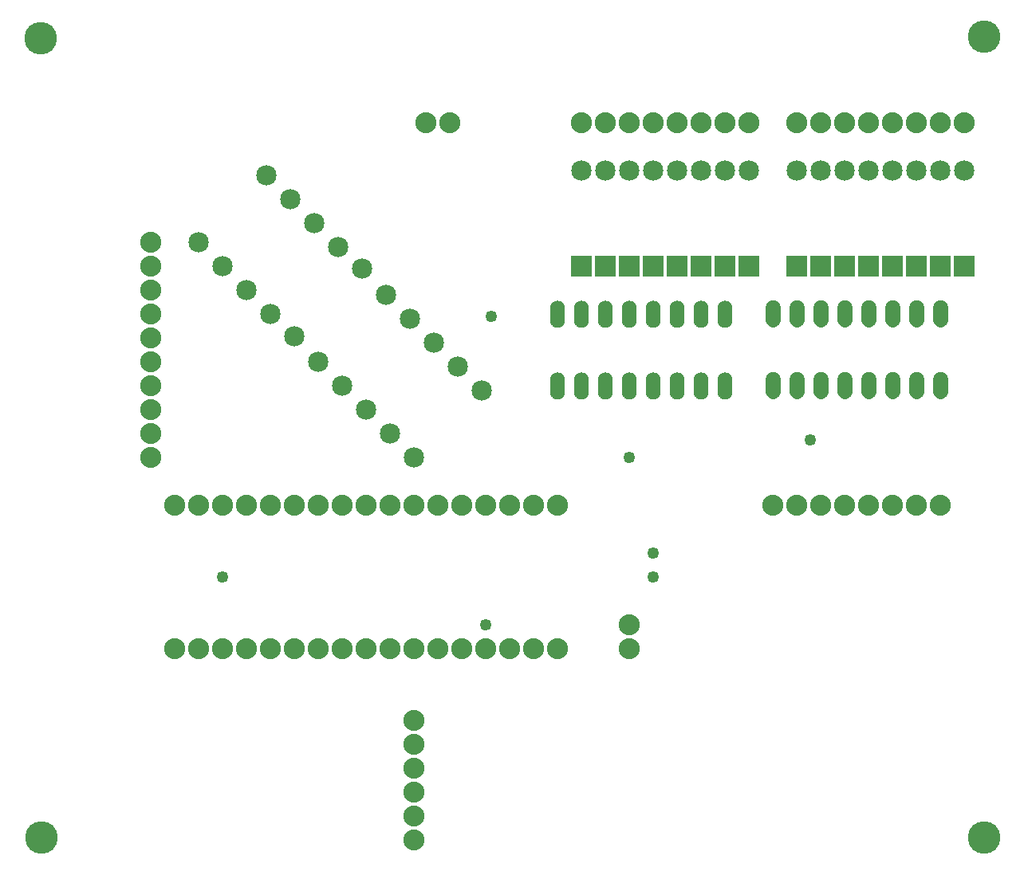
<source format=gbs>
G04 MADE WITH FRITZING*
G04 WWW.FRITZING.ORG*
G04 DOUBLE SIDED*
G04 HOLES PLATED*
G04 CONTOUR ON CENTER OF CONTOUR VECTOR*
%ASAXBY*%
%FSLAX23Y23*%
%MOIN*%
%OFA0B0*%
%SFA1.0B1.0*%
%ADD10C,0.088000*%
%ADD11C,0.135984*%
%ADD12C,0.049370*%
%ADD13C,0.062000*%
%ADD14C,0.085000*%
%ADD15R,0.085000X0.085000*%
%ADD16C,0.030000*%
%ADD17R,0.001000X0.001000*%
%LNMASK0*%
G90*
G70*
G54D10*
X710Y996D03*
X810Y996D03*
X910Y996D03*
X1010Y996D03*
X1110Y996D03*
X1210Y996D03*
X1310Y996D03*
X1410Y996D03*
X1510Y996D03*
X1610Y996D03*
X1710Y996D03*
X1810Y996D03*
X1910Y996D03*
X2010Y996D03*
X2110Y996D03*
X2210Y996D03*
X2310Y996D03*
X710Y1596D03*
X810Y1596D03*
X910Y1596D03*
X1010Y1596D03*
X1110Y1596D03*
X1210Y1596D03*
X1310Y1596D03*
X1410Y1596D03*
X1510Y1596D03*
X1610Y1596D03*
X1710Y1596D03*
X1810Y1596D03*
X1910Y1596D03*
X2010Y1596D03*
X2110Y1596D03*
X2210Y1596D03*
X2310Y1596D03*
G54D11*
X151Y208D03*
X149Y3551D03*
X4091Y3556D03*
X4091Y206D03*
G54D12*
X3365Y1872D03*
G54D13*
X3912Y2398D03*
X3812Y2398D03*
X3712Y2398D03*
X3612Y2398D03*
X3512Y2398D03*
X3412Y2398D03*
X3312Y2398D03*
X3212Y2398D03*
X3212Y2098D03*
X3312Y2098D03*
X3412Y2098D03*
X3512Y2098D03*
X3612Y2098D03*
X3712Y2098D03*
X3812Y2098D03*
X3912Y2098D03*
X3010Y2396D03*
X2910Y2396D03*
X2810Y2396D03*
X2710Y2396D03*
X2610Y2396D03*
X2510Y2396D03*
X2410Y2396D03*
X2310Y2396D03*
X2310Y2096D03*
X2410Y2096D03*
X2510Y2096D03*
X2610Y2096D03*
X2710Y2096D03*
X2810Y2096D03*
X2910Y2096D03*
X3010Y2096D03*
G54D10*
X1710Y696D03*
X1710Y596D03*
X1710Y496D03*
X1710Y396D03*
X1710Y296D03*
X1710Y196D03*
X2610Y1096D03*
X2610Y996D03*
X1758Y3196D03*
X1858Y3196D03*
G54D14*
X2510Y2596D03*
X2510Y2996D03*
X2910Y2596D03*
X2910Y2996D03*
X910Y2596D03*
X1193Y2879D03*
X1110Y2396D03*
X1393Y2679D03*
G54D12*
X2034Y2388D03*
G54D14*
X1010Y2496D03*
X1293Y2779D03*
G54D12*
X910Y1296D03*
G54D14*
X3010Y2596D03*
X3010Y2996D03*
X2810Y2596D03*
X2810Y2996D03*
G54D12*
X2710Y1396D03*
G54D14*
X1210Y2305D03*
X1493Y2588D03*
X3110Y2596D03*
X3110Y2996D03*
X2610Y2596D03*
X2610Y2996D03*
G54D12*
X2710Y1296D03*
G54D14*
X2710Y2596D03*
X2710Y2996D03*
X2410Y2596D03*
X2410Y2996D03*
G54D12*
X2010Y1096D03*
G54D14*
X810Y2696D03*
X1093Y2979D03*
G54D10*
X610Y1796D03*
X610Y1896D03*
X610Y1996D03*
X610Y2096D03*
X610Y2196D03*
X610Y2296D03*
X610Y2396D03*
X610Y2496D03*
X610Y2596D03*
X610Y2696D03*
G54D14*
X3610Y2596D03*
X3610Y2996D03*
G54D10*
X2410Y3196D03*
X2510Y3196D03*
X2610Y3196D03*
X2710Y3196D03*
X2810Y3196D03*
X2910Y3196D03*
X3010Y3196D03*
X3110Y3196D03*
G54D14*
X3510Y2596D03*
X3510Y2996D03*
G54D10*
X3310Y3196D03*
X3410Y3196D03*
X3510Y3196D03*
X3610Y3196D03*
X3710Y3196D03*
X3810Y3196D03*
X3910Y3196D03*
X4010Y3196D03*
G54D14*
X3710Y2596D03*
X3710Y2996D03*
X3910Y2596D03*
X3910Y2996D03*
X4010Y2596D03*
X4010Y2996D03*
X3810Y2596D03*
X3810Y2996D03*
X1310Y2196D03*
X1593Y2479D03*
G54D10*
X3210Y1596D03*
X3310Y1596D03*
X3410Y1596D03*
X3510Y1596D03*
X3610Y1596D03*
X3710Y1596D03*
X3810Y1596D03*
X3910Y1596D03*
G54D14*
X1410Y2096D03*
X1693Y2379D03*
X1510Y1996D03*
X1793Y2279D03*
X1610Y1896D03*
X1893Y2179D03*
X3410Y2596D03*
X3410Y2996D03*
X1710Y1796D03*
X1993Y2079D03*
X3310Y2596D03*
X3310Y2996D03*
G54D12*
X2610Y1796D03*
G54D15*
X2510Y2596D03*
X2910Y2596D03*
X3010Y2596D03*
X2810Y2596D03*
X3110Y2596D03*
X2610Y2596D03*
X2710Y2596D03*
X2410Y2596D03*
X3610Y2596D03*
X3510Y2596D03*
X3710Y2596D03*
X3910Y2596D03*
X4010Y2596D03*
X3810Y2596D03*
X3410Y2596D03*
X3310Y2596D03*
G54D16*
G36*
X910Y2635D02*
X949Y2596D01*
X910Y2557D01*
X871Y2596D01*
X910Y2635D01*
G37*
D02*
G36*
X1110Y2435D02*
X1149Y2396D01*
X1110Y2357D01*
X1071Y2396D01*
X1110Y2435D01*
G37*
D02*
G36*
X1010Y2535D02*
X1049Y2496D01*
X1010Y2457D01*
X971Y2496D01*
X1010Y2535D01*
G37*
D02*
G36*
X1210Y2344D02*
X1249Y2305D01*
X1210Y2266D01*
X1171Y2305D01*
X1210Y2344D01*
G37*
D02*
G36*
X810Y2735D02*
X849Y2696D01*
X810Y2657D01*
X771Y2696D01*
X810Y2735D01*
G37*
D02*
G36*
X1310Y2235D02*
X1349Y2196D01*
X1310Y2157D01*
X1271Y2196D01*
X1310Y2235D01*
G37*
D02*
G36*
X1410Y2135D02*
X1449Y2096D01*
X1410Y2057D01*
X1371Y2096D01*
X1410Y2135D01*
G37*
D02*
G36*
X1510Y2035D02*
X1549Y1996D01*
X1510Y1957D01*
X1471Y1996D01*
X1510Y2035D01*
G37*
D02*
G36*
X1610Y1935D02*
X1649Y1896D01*
X1610Y1857D01*
X1571Y1896D01*
X1610Y1935D01*
G37*
D02*
G36*
X1710Y1835D02*
X1749Y1796D01*
X1710Y1757D01*
X1671Y1796D01*
X1710Y1835D01*
G37*
D02*
G54D17*
X3206Y2455D02*
X3216Y2455D01*
X3306Y2455D02*
X3316Y2455D01*
X3406Y2455D02*
X3416Y2455D01*
X3506Y2455D02*
X3516Y2455D01*
X3606Y2455D02*
X3616Y2455D01*
X3706Y2455D02*
X3716Y2455D01*
X3806Y2455D02*
X3816Y2455D01*
X3906Y2455D02*
X3916Y2455D01*
X3202Y2454D02*
X3220Y2454D01*
X3302Y2454D02*
X3320Y2454D01*
X3402Y2454D02*
X3420Y2454D01*
X3502Y2454D02*
X3520Y2454D01*
X3602Y2454D02*
X3620Y2454D01*
X3702Y2454D02*
X3720Y2454D01*
X3802Y2454D02*
X3820Y2454D01*
X3902Y2454D02*
X3920Y2454D01*
X2307Y2453D02*
X2311Y2453D01*
X2407Y2453D02*
X2411Y2453D01*
X2507Y2453D02*
X2511Y2453D01*
X2607Y2453D02*
X2611Y2453D01*
X2707Y2453D02*
X2711Y2453D01*
X2807Y2453D02*
X2811Y2453D01*
X2907Y2453D02*
X2911Y2453D01*
X3007Y2453D02*
X3011Y2453D01*
X3200Y2453D02*
X3222Y2453D01*
X3300Y2453D02*
X3322Y2453D01*
X3400Y2453D02*
X3422Y2453D01*
X3500Y2453D02*
X3522Y2453D01*
X3600Y2453D02*
X3622Y2453D01*
X3699Y2453D02*
X3722Y2453D01*
X3799Y2453D02*
X3822Y2453D01*
X3899Y2453D02*
X3922Y2453D01*
X2302Y2452D02*
X2317Y2452D01*
X2402Y2452D02*
X2417Y2452D01*
X2502Y2452D02*
X2517Y2452D01*
X2602Y2452D02*
X2617Y2452D01*
X2702Y2452D02*
X2717Y2452D01*
X2802Y2452D02*
X2817Y2452D01*
X2902Y2452D02*
X2917Y2452D01*
X3002Y2452D02*
X3017Y2452D01*
X3197Y2452D02*
X3224Y2452D01*
X3297Y2452D02*
X3324Y2452D01*
X3397Y2452D02*
X3424Y2452D01*
X3497Y2452D02*
X3524Y2452D01*
X3597Y2452D02*
X3624Y2452D01*
X3697Y2452D02*
X3724Y2452D01*
X3797Y2452D02*
X3824Y2452D01*
X3897Y2452D02*
X3924Y2452D01*
X2299Y2451D02*
X2320Y2451D01*
X2399Y2451D02*
X2420Y2451D01*
X2499Y2451D02*
X2520Y2451D01*
X2599Y2451D02*
X2620Y2451D01*
X2699Y2451D02*
X2719Y2451D01*
X2799Y2451D02*
X2819Y2451D01*
X2899Y2451D02*
X2919Y2451D01*
X2999Y2451D02*
X3019Y2451D01*
X3196Y2451D02*
X3226Y2451D01*
X3296Y2451D02*
X3326Y2451D01*
X3396Y2451D02*
X3426Y2451D01*
X3496Y2451D02*
X3526Y2451D01*
X3596Y2451D02*
X3626Y2451D01*
X3696Y2451D02*
X3726Y2451D01*
X3796Y2451D02*
X3826Y2451D01*
X3896Y2451D02*
X3926Y2451D01*
X2297Y2450D02*
X2322Y2450D01*
X2397Y2450D02*
X2422Y2450D01*
X2497Y2450D02*
X2522Y2450D01*
X2597Y2450D02*
X2622Y2450D01*
X2697Y2450D02*
X2722Y2450D01*
X2797Y2450D02*
X2822Y2450D01*
X2897Y2450D02*
X2922Y2450D01*
X2997Y2450D02*
X3022Y2450D01*
X3194Y2450D02*
X3228Y2450D01*
X3294Y2450D02*
X3328Y2450D01*
X3394Y2450D02*
X3428Y2450D01*
X3494Y2450D02*
X3528Y2450D01*
X3594Y2450D02*
X3628Y2450D01*
X3694Y2450D02*
X3728Y2450D01*
X3794Y2450D02*
X3828Y2450D01*
X3894Y2450D02*
X3928Y2450D01*
X2295Y2449D02*
X2324Y2449D01*
X2395Y2449D02*
X2424Y2449D01*
X2495Y2449D02*
X2524Y2449D01*
X2595Y2449D02*
X2624Y2449D01*
X2695Y2449D02*
X2724Y2449D01*
X2795Y2449D02*
X2824Y2449D01*
X2895Y2449D02*
X2924Y2449D01*
X2995Y2449D02*
X3024Y2449D01*
X3193Y2449D02*
X3229Y2449D01*
X3293Y2449D02*
X3329Y2449D01*
X3393Y2449D02*
X3429Y2449D01*
X3493Y2449D02*
X3529Y2449D01*
X3593Y2449D02*
X3629Y2449D01*
X3693Y2449D02*
X3729Y2449D01*
X3793Y2449D02*
X3829Y2449D01*
X3893Y2449D02*
X3929Y2449D01*
X2293Y2448D02*
X2325Y2448D01*
X2393Y2448D02*
X2425Y2448D01*
X2493Y2448D02*
X2525Y2448D01*
X2593Y2448D02*
X2625Y2448D01*
X2693Y2448D02*
X2725Y2448D01*
X2793Y2448D02*
X2825Y2448D01*
X2893Y2448D02*
X2925Y2448D01*
X2993Y2448D02*
X3025Y2448D01*
X3192Y2448D02*
X3230Y2448D01*
X3292Y2448D02*
X3330Y2448D01*
X3392Y2448D02*
X3430Y2448D01*
X3492Y2448D02*
X3530Y2448D01*
X3592Y2448D02*
X3630Y2448D01*
X3692Y2448D02*
X3730Y2448D01*
X3792Y2448D02*
X3830Y2448D01*
X3892Y2448D02*
X3930Y2448D01*
X2292Y2447D02*
X2327Y2447D01*
X2392Y2447D02*
X2427Y2447D01*
X2492Y2447D02*
X2527Y2447D01*
X2592Y2447D02*
X2627Y2447D01*
X2692Y2447D02*
X2727Y2447D01*
X2792Y2447D02*
X2827Y2447D01*
X2892Y2447D02*
X2927Y2447D01*
X2992Y2447D02*
X3027Y2447D01*
X3191Y2447D02*
X3231Y2447D01*
X3291Y2447D02*
X3331Y2447D01*
X3391Y2447D02*
X3431Y2447D01*
X3491Y2447D02*
X3531Y2447D01*
X3591Y2447D02*
X3631Y2447D01*
X3691Y2447D02*
X3731Y2447D01*
X3791Y2447D02*
X3831Y2447D01*
X3891Y2447D02*
X3931Y2447D01*
X2290Y2446D02*
X2328Y2446D01*
X2390Y2446D02*
X2428Y2446D01*
X2490Y2446D02*
X2528Y2446D01*
X2590Y2446D02*
X2628Y2446D01*
X2690Y2446D02*
X2728Y2446D01*
X2790Y2446D02*
X2828Y2446D01*
X2890Y2446D02*
X2928Y2446D01*
X2990Y2446D02*
X3028Y2446D01*
X3190Y2446D02*
X3232Y2446D01*
X3290Y2446D02*
X3332Y2446D01*
X3390Y2446D02*
X3432Y2446D01*
X3490Y2446D02*
X3532Y2446D01*
X3590Y2446D02*
X3632Y2446D01*
X3690Y2446D02*
X3732Y2446D01*
X3789Y2446D02*
X3832Y2446D01*
X3889Y2446D02*
X3932Y2446D01*
X2289Y2445D02*
X2329Y2445D01*
X2389Y2445D02*
X2429Y2445D01*
X2489Y2445D02*
X2529Y2445D01*
X2589Y2445D02*
X2629Y2445D01*
X2689Y2445D02*
X2729Y2445D01*
X2789Y2445D02*
X2829Y2445D01*
X2889Y2445D02*
X2929Y2445D01*
X2989Y2445D02*
X3029Y2445D01*
X3189Y2445D02*
X3233Y2445D01*
X3289Y2445D02*
X3333Y2445D01*
X3389Y2445D02*
X3433Y2445D01*
X3489Y2445D02*
X3533Y2445D01*
X3589Y2445D02*
X3633Y2445D01*
X3689Y2445D02*
X3733Y2445D01*
X3789Y2445D02*
X3833Y2445D01*
X3889Y2445D02*
X3933Y2445D01*
X2288Y2444D02*
X2330Y2444D01*
X2388Y2444D02*
X2430Y2444D01*
X2488Y2444D02*
X2530Y2444D01*
X2588Y2444D02*
X2630Y2444D01*
X2688Y2444D02*
X2730Y2444D01*
X2788Y2444D02*
X2830Y2444D01*
X2888Y2444D02*
X2930Y2444D01*
X2988Y2444D02*
X3030Y2444D01*
X3188Y2444D02*
X3234Y2444D01*
X3288Y2444D02*
X3334Y2444D01*
X3388Y2444D02*
X3434Y2444D01*
X3488Y2444D02*
X3534Y2444D01*
X3588Y2444D02*
X3634Y2444D01*
X3688Y2444D02*
X3734Y2444D01*
X3788Y2444D02*
X3834Y2444D01*
X3888Y2444D02*
X3934Y2444D01*
X2287Y2443D02*
X2331Y2443D01*
X2387Y2443D02*
X2431Y2443D01*
X2487Y2443D02*
X2531Y2443D01*
X2587Y2443D02*
X2631Y2443D01*
X2687Y2443D02*
X2731Y2443D01*
X2787Y2443D02*
X2831Y2443D01*
X2887Y2443D02*
X2931Y2443D01*
X2987Y2443D02*
X3031Y2443D01*
X3187Y2443D02*
X3235Y2443D01*
X3287Y2443D02*
X3335Y2443D01*
X3387Y2443D02*
X3435Y2443D01*
X3487Y2443D02*
X3535Y2443D01*
X3587Y2443D02*
X3635Y2443D01*
X3687Y2443D02*
X3735Y2443D01*
X3787Y2443D02*
X3835Y2443D01*
X3887Y2443D02*
X3935Y2443D01*
X2286Y2442D02*
X2332Y2442D01*
X2386Y2442D02*
X2432Y2442D01*
X2486Y2442D02*
X2532Y2442D01*
X2586Y2442D02*
X2632Y2442D01*
X2686Y2442D02*
X2732Y2442D01*
X2786Y2442D02*
X2832Y2442D01*
X2886Y2442D02*
X2932Y2442D01*
X2986Y2442D02*
X3032Y2442D01*
X3186Y2442D02*
X3236Y2442D01*
X3286Y2442D02*
X3336Y2442D01*
X3386Y2442D02*
X3436Y2442D01*
X3486Y2442D02*
X3536Y2442D01*
X3586Y2442D02*
X3636Y2442D01*
X3686Y2442D02*
X3736Y2442D01*
X3786Y2442D02*
X3836Y2442D01*
X3886Y2442D02*
X3936Y2442D01*
X2286Y2441D02*
X2333Y2441D01*
X2386Y2441D02*
X2433Y2441D01*
X2486Y2441D02*
X2533Y2441D01*
X2586Y2441D02*
X2633Y2441D01*
X2686Y2441D02*
X2733Y2441D01*
X2786Y2441D02*
X2833Y2441D01*
X2886Y2441D02*
X2933Y2441D01*
X2985Y2441D02*
X3033Y2441D01*
X3186Y2441D02*
X3236Y2441D01*
X3285Y2441D02*
X3336Y2441D01*
X3385Y2441D02*
X3436Y2441D01*
X3485Y2441D02*
X3536Y2441D01*
X3585Y2441D02*
X3636Y2441D01*
X3685Y2441D02*
X3736Y2441D01*
X3785Y2441D02*
X3836Y2441D01*
X3885Y2441D02*
X3936Y2441D01*
X2285Y2440D02*
X2334Y2440D01*
X2385Y2440D02*
X2434Y2440D01*
X2485Y2440D02*
X2534Y2440D01*
X2585Y2440D02*
X2634Y2440D01*
X2685Y2440D02*
X2734Y2440D01*
X2785Y2440D02*
X2834Y2440D01*
X2885Y2440D02*
X2934Y2440D01*
X2985Y2440D02*
X3034Y2440D01*
X3185Y2440D02*
X3237Y2440D01*
X3285Y2440D02*
X3337Y2440D01*
X3385Y2440D02*
X3437Y2440D01*
X3485Y2440D02*
X3537Y2440D01*
X3585Y2440D02*
X3637Y2440D01*
X3685Y2440D02*
X3737Y2440D01*
X3785Y2440D02*
X3837Y2440D01*
X3885Y2440D02*
X3937Y2440D01*
X2284Y2439D02*
X2334Y2439D01*
X2384Y2439D02*
X2434Y2439D01*
X2484Y2439D02*
X2534Y2439D01*
X2584Y2439D02*
X2634Y2439D01*
X2684Y2439D02*
X2734Y2439D01*
X2784Y2439D02*
X2834Y2439D01*
X2884Y2439D02*
X2934Y2439D01*
X2984Y2439D02*
X3034Y2439D01*
X3184Y2439D02*
X3238Y2439D01*
X3284Y2439D02*
X3338Y2439D01*
X3384Y2439D02*
X3438Y2439D01*
X3484Y2439D02*
X3538Y2439D01*
X3584Y2439D02*
X3638Y2439D01*
X3684Y2439D02*
X3738Y2439D01*
X3784Y2439D02*
X3838Y2439D01*
X3884Y2439D02*
X3938Y2439D01*
X2283Y2438D02*
X2335Y2438D01*
X2383Y2438D02*
X2435Y2438D01*
X2483Y2438D02*
X2535Y2438D01*
X2583Y2438D02*
X2635Y2438D01*
X2683Y2438D02*
X2735Y2438D01*
X2783Y2438D02*
X2835Y2438D01*
X2883Y2438D02*
X2935Y2438D01*
X2983Y2438D02*
X3035Y2438D01*
X3184Y2438D02*
X3238Y2438D01*
X3284Y2438D02*
X3338Y2438D01*
X3384Y2438D02*
X3438Y2438D01*
X3484Y2438D02*
X3538Y2438D01*
X3584Y2438D02*
X3638Y2438D01*
X3684Y2438D02*
X3738Y2438D01*
X3784Y2438D02*
X3838Y2438D01*
X3884Y2438D02*
X3938Y2438D01*
X2283Y2437D02*
X2336Y2437D01*
X2383Y2437D02*
X2436Y2437D01*
X2483Y2437D02*
X2536Y2437D01*
X2583Y2437D02*
X2636Y2437D01*
X2683Y2437D02*
X2736Y2437D01*
X2783Y2437D02*
X2836Y2437D01*
X2883Y2437D02*
X2936Y2437D01*
X2983Y2437D02*
X3036Y2437D01*
X3183Y2437D02*
X3239Y2437D01*
X3283Y2437D02*
X3339Y2437D01*
X3383Y2437D02*
X3439Y2437D01*
X3483Y2437D02*
X3539Y2437D01*
X3583Y2437D02*
X3639Y2437D01*
X3683Y2437D02*
X3739Y2437D01*
X3783Y2437D02*
X3839Y2437D01*
X3883Y2437D02*
X3939Y2437D01*
X2282Y2436D02*
X2336Y2436D01*
X2382Y2436D02*
X2436Y2436D01*
X2482Y2436D02*
X2536Y2436D01*
X2582Y2436D02*
X2636Y2436D01*
X2682Y2436D02*
X2736Y2436D01*
X2782Y2436D02*
X2836Y2436D01*
X2882Y2436D02*
X2936Y2436D01*
X2982Y2436D02*
X3036Y2436D01*
X3183Y2436D02*
X3239Y2436D01*
X3283Y2436D02*
X3339Y2436D01*
X3383Y2436D02*
X3439Y2436D01*
X3483Y2436D02*
X3539Y2436D01*
X3583Y2436D02*
X3639Y2436D01*
X3683Y2436D02*
X3739Y2436D01*
X3783Y2436D02*
X3839Y2436D01*
X3883Y2436D02*
X3939Y2436D01*
X2282Y2435D02*
X2337Y2435D01*
X2382Y2435D02*
X2437Y2435D01*
X2482Y2435D02*
X2537Y2435D01*
X2582Y2435D02*
X2637Y2435D01*
X2682Y2435D02*
X2737Y2435D01*
X2782Y2435D02*
X2837Y2435D01*
X2882Y2435D02*
X2937Y2435D01*
X2982Y2435D02*
X3037Y2435D01*
X3182Y2435D02*
X3239Y2435D01*
X3282Y2435D02*
X3339Y2435D01*
X3382Y2435D02*
X3439Y2435D01*
X3482Y2435D02*
X3539Y2435D01*
X3582Y2435D02*
X3639Y2435D01*
X3682Y2435D02*
X3739Y2435D01*
X3782Y2435D02*
X3839Y2435D01*
X3882Y2435D02*
X3939Y2435D01*
X2281Y2434D02*
X2337Y2434D01*
X2381Y2434D02*
X2437Y2434D01*
X2481Y2434D02*
X2537Y2434D01*
X2581Y2434D02*
X2637Y2434D01*
X2681Y2434D02*
X2737Y2434D01*
X2781Y2434D02*
X2837Y2434D01*
X2881Y2434D02*
X2937Y2434D01*
X2981Y2434D02*
X3037Y2434D01*
X3182Y2434D02*
X3240Y2434D01*
X3282Y2434D02*
X3340Y2434D01*
X3382Y2434D02*
X3440Y2434D01*
X3482Y2434D02*
X3540Y2434D01*
X3582Y2434D02*
X3640Y2434D01*
X3682Y2434D02*
X3740Y2434D01*
X3782Y2434D02*
X3840Y2434D01*
X3882Y2434D02*
X3940Y2434D01*
X2281Y2433D02*
X2338Y2433D01*
X2381Y2433D02*
X2438Y2433D01*
X2481Y2433D02*
X2538Y2433D01*
X2581Y2433D02*
X2638Y2433D01*
X2681Y2433D02*
X2738Y2433D01*
X2781Y2433D02*
X2838Y2433D01*
X2881Y2433D02*
X2938Y2433D01*
X2981Y2433D02*
X3038Y2433D01*
X3182Y2433D02*
X3240Y2433D01*
X3282Y2433D02*
X3340Y2433D01*
X3382Y2433D02*
X3440Y2433D01*
X3482Y2433D02*
X3540Y2433D01*
X3582Y2433D02*
X3640Y2433D01*
X3682Y2433D02*
X3740Y2433D01*
X3782Y2433D02*
X3840Y2433D01*
X3882Y2433D02*
X3940Y2433D01*
X2280Y2432D02*
X2338Y2432D01*
X2380Y2432D02*
X2438Y2432D01*
X2480Y2432D02*
X2538Y2432D01*
X2580Y2432D02*
X2638Y2432D01*
X2680Y2432D02*
X2738Y2432D01*
X2780Y2432D02*
X2838Y2432D01*
X2880Y2432D02*
X2938Y2432D01*
X2980Y2432D02*
X3038Y2432D01*
X3181Y2432D02*
X3240Y2432D01*
X3281Y2432D02*
X3340Y2432D01*
X3381Y2432D02*
X3440Y2432D01*
X3481Y2432D02*
X3540Y2432D01*
X3581Y2432D02*
X3640Y2432D01*
X3681Y2432D02*
X3740Y2432D01*
X3781Y2432D02*
X3840Y2432D01*
X3881Y2432D02*
X3940Y2432D01*
X2280Y2431D02*
X2338Y2431D01*
X2380Y2431D02*
X2438Y2431D01*
X2480Y2431D02*
X2538Y2431D01*
X2580Y2431D02*
X2638Y2431D01*
X2680Y2431D02*
X2738Y2431D01*
X2780Y2431D02*
X2838Y2431D01*
X2880Y2431D02*
X2938Y2431D01*
X2980Y2431D02*
X3038Y2431D01*
X3181Y2431D02*
X3241Y2431D01*
X3281Y2431D02*
X3341Y2431D01*
X3381Y2431D02*
X3441Y2431D01*
X3481Y2431D02*
X3541Y2431D01*
X3581Y2431D02*
X3641Y2431D01*
X3681Y2431D02*
X3741Y2431D01*
X3781Y2431D02*
X3841Y2431D01*
X3881Y2431D02*
X3941Y2431D01*
X2280Y2430D02*
X2339Y2430D01*
X2380Y2430D02*
X2439Y2430D01*
X2480Y2430D02*
X2539Y2430D01*
X2580Y2430D02*
X2639Y2430D01*
X2680Y2430D02*
X2739Y2430D01*
X2780Y2430D02*
X2839Y2430D01*
X2880Y2430D02*
X2939Y2430D01*
X2980Y2430D02*
X3039Y2430D01*
X3181Y2430D02*
X3241Y2430D01*
X3281Y2430D02*
X3341Y2430D01*
X3381Y2430D02*
X3441Y2430D01*
X3481Y2430D02*
X3541Y2430D01*
X3581Y2430D02*
X3641Y2430D01*
X3681Y2430D02*
X3741Y2430D01*
X3781Y2430D02*
X3841Y2430D01*
X3881Y2430D02*
X3941Y2430D01*
X2280Y2429D02*
X2339Y2429D01*
X2380Y2429D02*
X2439Y2429D01*
X2480Y2429D02*
X2539Y2429D01*
X2580Y2429D02*
X2639Y2429D01*
X2680Y2429D02*
X2739Y2429D01*
X2780Y2429D02*
X2839Y2429D01*
X2880Y2429D02*
X2939Y2429D01*
X2980Y2429D02*
X3039Y2429D01*
X3181Y2429D02*
X3241Y2429D01*
X3281Y2429D02*
X3341Y2429D01*
X3381Y2429D02*
X3441Y2429D01*
X3481Y2429D02*
X3541Y2429D01*
X3581Y2429D02*
X3641Y2429D01*
X3681Y2429D02*
X3741Y2429D01*
X3781Y2429D02*
X3841Y2429D01*
X3881Y2429D02*
X3941Y2429D01*
X2279Y2428D02*
X2339Y2428D01*
X2379Y2428D02*
X2439Y2428D01*
X2479Y2428D02*
X2539Y2428D01*
X2579Y2428D02*
X2639Y2428D01*
X2679Y2428D02*
X2739Y2428D01*
X2779Y2428D02*
X2839Y2428D01*
X2879Y2428D02*
X2939Y2428D01*
X2979Y2428D02*
X3039Y2428D01*
X3181Y2428D02*
X3241Y2428D01*
X3281Y2428D02*
X3341Y2428D01*
X3381Y2428D02*
X3441Y2428D01*
X3481Y2428D02*
X3541Y2428D01*
X3581Y2428D02*
X3641Y2428D01*
X3681Y2428D02*
X3741Y2428D01*
X3781Y2428D02*
X3841Y2428D01*
X3881Y2428D02*
X3941Y2428D01*
X2279Y2427D02*
X2339Y2427D01*
X2379Y2427D02*
X2439Y2427D01*
X2479Y2427D02*
X2539Y2427D01*
X2579Y2427D02*
X2639Y2427D01*
X2679Y2427D02*
X2739Y2427D01*
X2779Y2427D02*
X2839Y2427D01*
X2879Y2427D02*
X2939Y2427D01*
X2979Y2427D02*
X3039Y2427D01*
X3181Y2427D02*
X3241Y2427D01*
X3281Y2427D02*
X3341Y2427D01*
X3381Y2427D02*
X3441Y2427D01*
X3481Y2427D02*
X3541Y2427D01*
X3581Y2427D02*
X3641Y2427D01*
X3681Y2427D02*
X3741Y2427D01*
X3781Y2427D02*
X3841Y2427D01*
X3881Y2427D02*
X3941Y2427D01*
X2279Y2426D02*
X2339Y2426D01*
X2379Y2426D02*
X2439Y2426D01*
X2479Y2426D02*
X2539Y2426D01*
X2579Y2426D02*
X2639Y2426D01*
X2679Y2426D02*
X2739Y2426D01*
X2779Y2426D02*
X2839Y2426D01*
X2879Y2426D02*
X2939Y2426D01*
X2979Y2426D02*
X3039Y2426D01*
X3180Y2426D02*
X3241Y2426D01*
X3280Y2426D02*
X3341Y2426D01*
X3380Y2426D02*
X3441Y2426D01*
X3480Y2426D02*
X3541Y2426D01*
X3580Y2426D02*
X3641Y2426D01*
X3680Y2426D02*
X3741Y2426D01*
X3780Y2426D02*
X3841Y2426D01*
X3880Y2426D02*
X3941Y2426D01*
X2279Y2425D02*
X2340Y2425D01*
X2379Y2425D02*
X2440Y2425D01*
X2479Y2425D02*
X2540Y2425D01*
X2579Y2425D02*
X2640Y2425D01*
X2679Y2425D02*
X2740Y2425D01*
X2779Y2425D02*
X2840Y2425D01*
X2879Y2425D02*
X2940Y2425D01*
X2979Y2425D02*
X3040Y2425D01*
X3180Y2425D02*
X3241Y2425D01*
X3280Y2425D02*
X3341Y2425D01*
X3380Y2425D02*
X3441Y2425D01*
X3480Y2425D02*
X3541Y2425D01*
X3580Y2425D02*
X3641Y2425D01*
X3680Y2425D02*
X3741Y2425D01*
X3780Y2425D02*
X3841Y2425D01*
X3880Y2425D02*
X3941Y2425D01*
X2279Y2424D02*
X2340Y2424D01*
X2379Y2424D02*
X2440Y2424D01*
X2479Y2424D02*
X2540Y2424D01*
X2579Y2424D02*
X2640Y2424D01*
X2679Y2424D02*
X2740Y2424D01*
X2779Y2424D02*
X2840Y2424D01*
X2879Y2424D02*
X2940Y2424D01*
X2979Y2424D02*
X3040Y2424D01*
X3180Y2424D02*
X3241Y2424D01*
X3280Y2424D02*
X3341Y2424D01*
X3380Y2424D02*
X3441Y2424D01*
X3480Y2424D02*
X3541Y2424D01*
X3580Y2424D02*
X3641Y2424D01*
X3680Y2424D02*
X3741Y2424D01*
X3780Y2424D02*
X3841Y2424D01*
X3880Y2424D02*
X3941Y2424D01*
X2279Y2423D02*
X2340Y2423D01*
X2379Y2423D02*
X2440Y2423D01*
X2479Y2423D02*
X2540Y2423D01*
X2579Y2423D02*
X2640Y2423D01*
X2679Y2423D02*
X2740Y2423D01*
X2779Y2423D02*
X2840Y2423D01*
X2879Y2423D02*
X2940Y2423D01*
X2979Y2423D02*
X3040Y2423D01*
X3180Y2423D02*
X3241Y2423D01*
X3280Y2423D02*
X3341Y2423D01*
X3380Y2423D02*
X3441Y2423D01*
X3480Y2423D02*
X3541Y2423D01*
X3580Y2423D02*
X3641Y2423D01*
X3680Y2423D02*
X3741Y2423D01*
X3780Y2423D02*
X3841Y2423D01*
X3880Y2423D02*
X3941Y2423D01*
X2279Y2422D02*
X2340Y2422D01*
X2379Y2422D02*
X2440Y2422D01*
X2479Y2422D02*
X2540Y2422D01*
X2579Y2422D02*
X2640Y2422D01*
X2679Y2422D02*
X2740Y2422D01*
X2779Y2422D02*
X2840Y2422D01*
X2879Y2422D02*
X2940Y2422D01*
X2979Y2422D02*
X3040Y2422D01*
X3180Y2422D02*
X3241Y2422D01*
X3280Y2422D02*
X3341Y2422D01*
X3380Y2422D02*
X3441Y2422D01*
X3480Y2422D02*
X3541Y2422D01*
X3580Y2422D02*
X3641Y2422D01*
X3680Y2422D02*
X3741Y2422D01*
X3780Y2422D02*
X3841Y2422D01*
X3880Y2422D02*
X3941Y2422D01*
X2279Y2421D02*
X2340Y2421D01*
X2379Y2421D02*
X2440Y2421D01*
X2479Y2421D02*
X2540Y2421D01*
X2579Y2421D02*
X2640Y2421D01*
X2679Y2421D02*
X2740Y2421D01*
X2779Y2421D02*
X2840Y2421D01*
X2879Y2421D02*
X2940Y2421D01*
X2979Y2421D02*
X3040Y2421D01*
X3180Y2421D02*
X3241Y2421D01*
X3280Y2421D02*
X3341Y2421D01*
X3380Y2421D02*
X3441Y2421D01*
X3480Y2421D02*
X3541Y2421D01*
X3580Y2421D02*
X3641Y2421D01*
X3680Y2421D02*
X3741Y2421D01*
X3780Y2421D02*
X3841Y2421D01*
X3880Y2421D02*
X3941Y2421D01*
X2279Y2420D02*
X2340Y2420D01*
X2379Y2420D02*
X2440Y2420D01*
X2479Y2420D02*
X2540Y2420D01*
X2579Y2420D02*
X2640Y2420D01*
X2679Y2420D02*
X2740Y2420D01*
X2779Y2420D02*
X2840Y2420D01*
X2879Y2420D02*
X2940Y2420D01*
X2979Y2420D02*
X3040Y2420D01*
X3180Y2420D02*
X3241Y2420D01*
X3280Y2420D02*
X3341Y2420D01*
X3380Y2420D02*
X3441Y2420D01*
X3480Y2420D02*
X3541Y2420D01*
X3580Y2420D02*
X3641Y2420D01*
X3680Y2420D02*
X3741Y2420D01*
X3780Y2420D02*
X3841Y2420D01*
X3880Y2420D02*
X3941Y2420D01*
X2279Y2419D02*
X2340Y2419D01*
X2379Y2419D02*
X2440Y2419D01*
X2479Y2419D02*
X2540Y2419D01*
X2579Y2419D02*
X2640Y2419D01*
X2679Y2419D02*
X2740Y2419D01*
X2779Y2419D02*
X2840Y2419D01*
X2879Y2419D02*
X2940Y2419D01*
X2979Y2419D02*
X3040Y2419D01*
X3180Y2419D02*
X3241Y2419D01*
X3280Y2419D02*
X3341Y2419D01*
X3380Y2419D02*
X3441Y2419D01*
X3480Y2419D02*
X3541Y2419D01*
X3580Y2419D02*
X3641Y2419D01*
X3680Y2419D02*
X3741Y2419D01*
X3780Y2419D02*
X3841Y2419D01*
X3880Y2419D02*
X3941Y2419D01*
X2279Y2418D02*
X2340Y2418D01*
X2379Y2418D02*
X2440Y2418D01*
X2479Y2418D02*
X2540Y2418D01*
X2579Y2418D02*
X2640Y2418D01*
X2679Y2418D02*
X2740Y2418D01*
X2779Y2418D02*
X2840Y2418D01*
X2879Y2418D02*
X2940Y2418D01*
X2979Y2418D02*
X3040Y2418D01*
X3180Y2418D02*
X3241Y2418D01*
X3280Y2418D02*
X3341Y2418D01*
X3380Y2418D02*
X3441Y2418D01*
X3480Y2418D02*
X3541Y2418D01*
X3580Y2418D02*
X3641Y2418D01*
X3680Y2418D02*
X3741Y2418D01*
X3780Y2418D02*
X3841Y2418D01*
X3880Y2418D02*
X3941Y2418D01*
X2279Y2417D02*
X2340Y2417D01*
X2379Y2417D02*
X2440Y2417D01*
X2479Y2417D02*
X2540Y2417D01*
X2579Y2417D02*
X2640Y2417D01*
X2679Y2417D02*
X2740Y2417D01*
X2779Y2417D02*
X2840Y2417D01*
X2879Y2417D02*
X2940Y2417D01*
X2979Y2417D02*
X3040Y2417D01*
X3180Y2417D02*
X3241Y2417D01*
X3280Y2417D02*
X3341Y2417D01*
X3380Y2417D02*
X3441Y2417D01*
X3480Y2417D02*
X3541Y2417D01*
X3580Y2417D02*
X3641Y2417D01*
X3680Y2417D02*
X3741Y2417D01*
X3780Y2417D02*
X3841Y2417D01*
X3880Y2417D02*
X3941Y2417D01*
X2279Y2416D02*
X2340Y2416D01*
X2379Y2416D02*
X2440Y2416D01*
X2479Y2416D02*
X2540Y2416D01*
X2579Y2416D02*
X2640Y2416D01*
X2679Y2416D02*
X2740Y2416D01*
X2779Y2416D02*
X2840Y2416D01*
X2879Y2416D02*
X2940Y2416D01*
X2979Y2416D02*
X3040Y2416D01*
X3180Y2416D02*
X3241Y2416D01*
X3280Y2416D02*
X3341Y2416D01*
X3380Y2416D02*
X3441Y2416D01*
X3480Y2416D02*
X3541Y2416D01*
X3580Y2416D02*
X3641Y2416D01*
X3680Y2416D02*
X3741Y2416D01*
X3780Y2416D02*
X3841Y2416D01*
X3880Y2416D02*
X3941Y2416D01*
X2279Y2415D02*
X2340Y2415D01*
X2379Y2415D02*
X2440Y2415D01*
X2479Y2415D02*
X2540Y2415D01*
X2579Y2415D02*
X2640Y2415D01*
X2679Y2415D02*
X2740Y2415D01*
X2779Y2415D02*
X2840Y2415D01*
X2879Y2415D02*
X2940Y2415D01*
X2979Y2415D02*
X3040Y2415D01*
X3180Y2415D02*
X3241Y2415D01*
X3280Y2415D02*
X3341Y2415D01*
X3380Y2415D02*
X3441Y2415D01*
X3480Y2415D02*
X3541Y2415D01*
X3580Y2415D02*
X3641Y2415D01*
X3680Y2415D02*
X3741Y2415D01*
X3780Y2415D02*
X3841Y2415D01*
X3880Y2415D02*
X3941Y2415D01*
X2279Y2414D02*
X2340Y2414D01*
X2379Y2414D02*
X2440Y2414D01*
X2479Y2414D02*
X2540Y2414D01*
X2579Y2414D02*
X2640Y2414D01*
X2679Y2414D02*
X2740Y2414D01*
X2779Y2414D02*
X2840Y2414D01*
X2879Y2414D02*
X2940Y2414D01*
X2979Y2414D02*
X3040Y2414D01*
X3180Y2414D02*
X3241Y2414D01*
X3280Y2414D02*
X3341Y2414D01*
X3380Y2414D02*
X3441Y2414D01*
X3480Y2414D02*
X3541Y2414D01*
X3580Y2414D02*
X3641Y2414D01*
X3680Y2414D02*
X3741Y2414D01*
X3780Y2414D02*
X3841Y2414D01*
X3880Y2414D02*
X3941Y2414D01*
X2279Y2413D02*
X2340Y2413D01*
X2379Y2413D02*
X2440Y2413D01*
X2479Y2413D02*
X2540Y2413D01*
X2579Y2413D02*
X2640Y2413D01*
X2679Y2413D02*
X2740Y2413D01*
X2779Y2413D02*
X2840Y2413D01*
X2879Y2413D02*
X2940Y2413D01*
X2979Y2413D02*
X3040Y2413D01*
X3180Y2413D02*
X3241Y2413D01*
X3280Y2413D02*
X3341Y2413D01*
X3380Y2413D02*
X3441Y2413D01*
X3480Y2413D02*
X3541Y2413D01*
X3580Y2413D02*
X3641Y2413D01*
X3680Y2413D02*
X3741Y2413D01*
X3780Y2413D02*
X3841Y2413D01*
X3880Y2413D02*
X3941Y2413D01*
X2279Y2412D02*
X2340Y2412D01*
X2379Y2412D02*
X2440Y2412D01*
X2479Y2412D02*
X2540Y2412D01*
X2579Y2412D02*
X2640Y2412D01*
X2679Y2412D02*
X2740Y2412D01*
X2779Y2412D02*
X2840Y2412D01*
X2879Y2412D02*
X2940Y2412D01*
X2979Y2412D02*
X3040Y2412D01*
X3180Y2412D02*
X3241Y2412D01*
X3280Y2412D02*
X3341Y2412D01*
X3380Y2412D02*
X3441Y2412D01*
X3480Y2412D02*
X3541Y2412D01*
X3580Y2412D02*
X3641Y2412D01*
X3680Y2412D02*
X3741Y2412D01*
X3780Y2412D02*
X3841Y2412D01*
X3880Y2412D02*
X3941Y2412D01*
X2279Y2411D02*
X2340Y2411D01*
X2379Y2411D02*
X2440Y2411D01*
X2479Y2411D02*
X2540Y2411D01*
X2579Y2411D02*
X2640Y2411D01*
X2679Y2411D02*
X2740Y2411D01*
X2779Y2411D02*
X2840Y2411D01*
X2879Y2411D02*
X2940Y2411D01*
X2979Y2411D02*
X3040Y2411D01*
X3180Y2411D02*
X3241Y2411D01*
X3280Y2411D02*
X3341Y2411D01*
X3380Y2411D02*
X3441Y2411D01*
X3480Y2411D02*
X3541Y2411D01*
X3580Y2411D02*
X3641Y2411D01*
X3680Y2411D02*
X3741Y2411D01*
X3780Y2411D02*
X3841Y2411D01*
X3880Y2411D02*
X3941Y2411D01*
X2279Y2410D02*
X2340Y2410D01*
X2379Y2410D02*
X2440Y2410D01*
X2479Y2410D02*
X2540Y2410D01*
X2579Y2410D02*
X2640Y2410D01*
X2679Y2410D02*
X2740Y2410D01*
X2779Y2410D02*
X2840Y2410D01*
X2879Y2410D02*
X2940Y2410D01*
X2979Y2410D02*
X3040Y2410D01*
X3180Y2410D02*
X3241Y2410D01*
X3280Y2410D02*
X3341Y2410D01*
X3380Y2410D02*
X3441Y2410D01*
X3480Y2410D02*
X3541Y2410D01*
X3580Y2410D02*
X3641Y2410D01*
X3680Y2410D02*
X3741Y2410D01*
X3780Y2410D02*
X3841Y2410D01*
X3880Y2410D02*
X3941Y2410D01*
X2279Y2409D02*
X2340Y2409D01*
X2379Y2409D02*
X2440Y2409D01*
X2479Y2409D02*
X2540Y2409D01*
X2579Y2409D02*
X2640Y2409D01*
X2679Y2409D02*
X2740Y2409D01*
X2779Y2409D02*
X2840Y2409D01*
X2879Y2409D02*
X2940Y2409D01*
X2979Y2409D02*
X3040Y2409D01*
X3180Y2409D02*
X3206Y2409D01*
X3216Y2409D02*
X3241Y2409D01*
X3280Y2409D02*
X3306Y2409D01*
X3316Y2409D02*
X3341Y2409D01*
X3380Y2409D02*
X3406Y2409D01*
X3416Y2409D02*
X3441Y2409D01*
X3480Y2409D02*
X3506Y2409D01*
X3516Y2409D02*
X3541Y2409D01*
X3580Y2409D02*
X3606Y2409D01*
X3616Y2409D02*
X3641Y2409D01*
X3680Y2409D02*
X3706Y2409D01*
X3715Y2409D02*
X3741Y2409D01*
X3780Y2409D02*
X3806Y2409D01*
X3815Y2409D02*
X3841Y2409D01*
X3880Y2409D02*
X3906Y2409D01*
X3915Y2409D02*
X3941Y2409D01*
X2279Y2408D02*
X2340Y2408D01*
X2379Y2408D02*
X2440Y2408D01*
X2479Y2408D02*
X2540Y2408D01*
X2579Y2408D02*
X2640Y2408D01*
X2679Y2408D02*
X2740Y2408D01*
X2779Y2408D02*
X2840Y2408D01*
X2879Y2408D02*
X2940Y2408D01*
X2979Y2408D02*
X3040Y2408D01*
X3180Y2408D02*
X3204Y2408D01*
X3218Y2408D02*
X3241Y2408D01*
X3280Y2408D02*
X3304Y2408D01*
X3318Y2408D02*
X3341Y2408D01*
X3380Y2408D02*
X3404Y2408D01*
X3418Y2408D02*
X3441Y2408D01*
X3480Y2408D02*
X3504Y2408D01*
X3518Y2408D02*
X3541Y2408D01*
X3580Y2408D02*
X3604Y2408D01*
X3618Y2408D02*
X3641Y2408D01*
X3680Y2408D02*
X3704Y2408D01*
X3718Y2408D02*
X3741Y2408D01*
X3780Y2408D02*
X3804Y2408D01*
X3818Y2408D02*
X3841Y2408D01*
X3880Y2408D02*
X3904Y2408D01*
X3918Y2408D02*
X3941Y2408D01*
X2279Y2407D02*
X2307Y2407D01*
X2312Y2407D02*
X2340Y2407D01*
X2379Y2407D02*
X2407Y2407D01*
X2412Y2407D02*
X2440Y2407D01*
X2479Y2407D02*
X2507Y2407D01*
X2512Y2407D02*
X2540Y2407D01*
X2579Y2407D02*
X2607Y2407D01*
X2612Y2407D02*
X2640Y2407D01*
X2679Y2407D02*
X2707Y2407D01*
X2712Y2407D02*
X2740Y2407D01*
X2779Y2407D02*
X2807Y2407D01*
X2812Y2407D02*
X2840Y2407D01*
X2879Y2407D02*
X2907Y2407D01*
X2912Y2407D02*
X2940Y2407D01*
X2979Y2407D02*
X3007Y2407D01*
X3012Y2407D02*
X3040Y2407D01*
X3180Y2407D02*
X3203Y2407D01*
X3219Y2407D02*
X3241Y2407D01*
X3280Y2407D02*
X3303Y2407D01*
X3319Y2407D02*
X3341Y2407D01*
X3380Y2407D02*
X3403Y2407D01*
X3419Y2407D02*
X3441Y2407D01*
X3480Y2407D02*
X3503Y2407D01*
X3519Y2407D02*
X3541Y2407D01*
X3580Y2407D02*
X3603Y2407D01*
X3619Y2407D02*
X3641Y2407D01*
X3680Y2407D02*
X3703Y2407D01*
X3719Y2407D02*
X3741Y2407D01*
X3780Y2407D02*
X3803Y2407D01*
X3819Y2407D02*
X3841Y2407D01*
X3880Y2407D02*
X3903Y2407D01*
X3919Y2407D02*
X3941Y2407D01*
X2279Y2406D02*
X2303Y2406D01*
X2315Y2406D02*
X2340Y2406D01*
X2379Y2406D02*
X2403Y2406D01*
X2415Y2406D02*
X2440Y2406D01*
X2479Y2406D02*
X2503Y2406D01*
X2515Y2406D02*
X2540Y2406D01*
X2579Y2406D02*
X2603Y2406D01*
X2615Y2406D02*
X2640Y2406D01*
X2679Y2406D02*
X2703Y2406D01*
X2715Y2406D02*
X2740Y2406D01*
X2779Y2406D02*
X2803Y2406D01*
X2815Y2406D02*
X2840Y2406D01*
X2879Y2406D02*
X2903Y2406D01*
X2915Y2406D02*
X2940Y2406D01*
X2979Y2406D02*
X3003Y2406D01*
X3015Y2406D02*
X3040Y2406D01*
X3180Y2406D02*
X3202Y2406D01*
X3220Y2406D02*
X3241Y2406D01*
X3280Y2406D02*
X3302Y2406D01*
X3320Y2406D02*
X3341Y2406D01*
X3380Y2406D02*
X3402Y2406D01*
X3420Y2406D02*
X3441Y2406D01*
X3480Y2406D02*
X3502Y2406D01*
X3520Y2406D02*
X3541Y2406D01*
X3580Y2406D02*
X3602Y2406D01*
X3620Y2406D02*
X3641Y2406D01*
X3680Y2406D02*
X3702Y2406D01*
X3720Y2406D02*
X3741Y2406D01*
X3780Y2406D02*
X3802Y2406D01*
X3820Y2406D02*
X3841Y2406D01*
X3880Y2406D02*
X3902Y2406D01*
X3920Y2406D02*
X3941Y2406D01*
X2279Y2405D02*
X2302Y2405D01*
X2317Y2405D02*
X2340Y2405D01*
X2379Y2405D02*
X2402Y2405D01*
X2417Y2405D02*
X2440Y2405D01*
X2479Y2405D02*
X2502Y2405D01*
X2517Y2405D02*
X2540Y2405D01*
X2579Y2405D02*
X2602Y2405D01*
X2617Y2405D02*
X2640Y2405D01*
X2679Y2405D02*
X2702Y2405D01*
X2717Y2405D02*
X2740Y2405D01*
X2779Y2405D02*
X2802Y2405D01*
X2817Y2405D02*
X2840Y2405D01*
X2879Y2405D02*
X2902Y2405D01*
X2917Y2405D02*
X2940Y2405D01*
X2979Y2405D02*
X3002Y2405D01*
X3017Y2405D02*
X3040Y2405D01*
X3180Y2405D02*
X3201Y2405D01*
X3221Y2405D02*
X3241Y2405D01*
X3280Y2405D02*
X3301Y2405D01*
X3321Y2405D02*
X3341Y2405D01*
X3380Y2405D02*
X3401Y2405D01*
X3421Y2405D02*
X3441Y2405D01*
X3480Y2405D02*
X3501Y2405D01*
X3521Y2405D02*
X3541Y2405D01*
X3580Y2405D02*
X3601Y2405D01*
X3621Y2405D02*
X3641Y2405D01*
X3680Y2405D02*
X3701Y2405D01*
X3721Y2405D02*
X3741Y2405D01*
X3780Y2405D02*
X3801Y2405D01*
X3821Y2405D02*
X3841Y2405D01*
X3880Y2405D02*
X3901Y2405D01*
X3921Y2405D02*
X3941Y2405D01*
X2279Y2404D02*
X2301Y2404D01*
X2318Y2404D02*
X2340Y2404D01*
X2379Y2404D02*
X2401Y2404D01*
X2418Y2404D02*
X2440Y2404D01*
X2479Y2404D02*
X2501Y2404D01*
X2518Y2404D02*
X2540Y2404D01*
X2579Y2404D02*
X2601Y2404D01*
X2618Y2404D02*
X2640Y2404D01*
X2679Y2404D02*
X2700Y2404D01*
X2718Y2404D02*
X2740Y2404D01*
X2779Y2404D02*
X2800Y2404D01*
X2818Y2404D02*
X2840Y2404D01*
X2879Y2404D02*
X2900Y2404D01*
X2918Y2404D02*
X2940Y2404D01*
X2979Y2404D02*
X3000Y2404D01*
X3018Y2404D02*
X3040Y2404D01*
X3180Y2404D02*
X3201Y2404D01*
X3221Y2404D02*
X3241Y2404D01*
X3280Y2404D02*
X3301Y2404D01*
X3321Y2404D02*
X3341Y2404D01*
X3380Y2404D02*
X3401Y2404D01*
X3421Y2404D02*
X3441Y2404D01*
X3480Y2404D02*
X3501Y2404D01*
X3521Y2404D02*
X3541Y2404D01*
X3580Y2404D02*
X3601Y2404D01*
X3621Y2404D02*
X3641Y2404D01*
X3680Y2404D02*
X3701Y2404D01*
X3721Y2404D02*
X3741Y2404D01*
X3780Y2404D02*
X3801Y2404D01*
X3821Y2404D02*
X3841Y2404D01*
X3880Y2404D02*
X3901Y2404D01*
X3921Y2404D02*
X3941Y2404D01*
X2279Y2403D02*
X2300Y2403D01*
X2319Y2403D02*
X2340Y2403D01*
X2379Y2403D02*
X2400Y2403D01*
X2419Y2403D02*
X2440Y2403D01*
X2479Y2403D02*
X2500Y2403D01*
X2519Y2403D02*
X2540Y2403D01*
X2579Y2403D02*
X2600Y2403D01*
X2619Y2403D02*
X2640Y2403D01*
X2679Y2403D02*
X2700Y2403D01*
X2719Y2403D02*
X2740Y2403D01*
X2779Y2403D02*
X2800Y2403D01*
X2819Y2403D02*
X2840Y2403D01*
X2879Y2403D02*
X2900Y2403D01*
X2919Y2403D02*
X2940Y2403D01*
X2979Y2403D02*
X3000Y2403D01*
X3019Y2403D02*
X3040Y2403D01*
X3180Y2403D02*
X3200Y2403D01*
X3222Y2403D02*
X3241Y2403D01*
X3280Y2403D02*
X3300Y2403D01*
X3322Y2403D02*
X3341Y2403D01*
X3380Y2403D02*
X3400Y2403D01*
X3422Y2403D02*
X3441Y2403D01*
X3480Y2403D02*
X3500Y2403D01*
X3522Y2403D02*
X3541Y2403D01*
X3580Y2403D02*
X3600Y2403D01*
X3622Y2403D02*
X3641Y2403D01*
X3680Y2403D02*
X3700Y2403D01*
X3722Y2403D02*
X3741Y2403D01*
X3780Y2403D02*
X3800Y2403D01*
X3822Y2403D02*
X3841Y2403D01*
X3880Y2403D02*
X3900Y2403D01*
X3922Y2403D02*
X3941Y2403D01*
X2279Y2402D02*
X2299Y2402D01*
X2319Y2402D02*
X2340Y2402D01*
X2379Y2402D02*
X2399Y2402D01*
X2419Y2402D02*
X2440Y2402D01*
X2479Y2402D02*
X2499Y2402D01*
X2519Y2402D02*
X2540Y2402D01*
X2579Y2402D02*
X2599Y2402D01*
X2619Y2402D02*
X2640Y2402D01*
X2679Y2402D02*
X2699Y2402D01*
X2719Y2402D02*
X2740Y2402D01*
X2779Y2402D02*
X2799Y2402D01*
X2819Y2402D02*
X2840Y2402D01*
X2879Y2402D02*
X2899Y2402D01*
X2919Y2402D02*
X2940Y2402D01*
X2979Y2402D02*
X2999Y2402D01*
X3019Y2402D02*
X3040Y2402D01*
X3180Y2402D02*
X3200Y2402D01*
X3222Y2402D02*
X3241Y2402D01*
X3280Y2402D02*
X3300Y2402D01*
X3322Y2402D02*
X3341Y2402D01*
X3380Y2402D02*
X3400Y2402D01*
X3422Y2402D02*
X3441Y2402D01*
X3480Y2402D02*
X3500Y2402D01*
X3522Y2402D02*
X3541Y2402D01*
X3580Y2402D02*
X3600Y2402D01*
X3622Y2402D02*
X3641Y2402D01*
X3680Y2402D02*
X3700Y2402D01*
X3722Y2402D02*
X3741Y2402D01*
X3780Y2402D02*
X3800Y2402D01*
X3822Y2402D02*
X3841Y2402D01*
X3880Y2402D02*
X3900Y2402D01*
X3922Y2402D02*
X3941Y2402D01*
X2279Y2401D02*
X2299Y2401D01*
X2320Y2401D02*
X2340Y2401D01*
X2379Y2401D02*
X2399Y2401D01*
X2420Y2401D02*
X2440Y2401D01*
X2479Y2401D02*
X2499Y2401D01*
X2520Y2401D02*
X2540Y2401D01*
X2579Y2401D02*
X2599Y2401D01*
X2620Y2401D02*
X2640Y2401D01*
X2679Y2401D02*
X2699Y2401D01*
X2720Y2401D02*
X2740Y2401D01*
X2779Y2401D02*
X2799Y2401D01*
X2820Y2401D02*
X2840Y2401D01*
X2879Y2401D02*
X2899Y2401D01*
X2920Y2401D02*
X2940Y2401D01*
X2979Y2401D02*
X2999Y2401D01*
X3020Y2401D02*
X3040Y2401D01*
X3180Y2401D02*
X3200Y2401D01*
X3222Y2401D02*
X3241Y2401D01*
X3280Y2401D02*
X3300Y2401D01*
X3322Y2401D02*
X3341Y2401D01*
X3380Y2401D02*
X3400Y2401D01*
X3422Y2401D02*
X3441Y2401D01*
X3480Y2401D02*
X3500Y2401D01*
X3522Y2401D02*
X3541Y2401D01*
X3580Y2401D02*
X3600Y2401D01*
X3622Y2401D02*
X3641Y2401D01*
X3680Y2401D02*
X3700Y2401D01*
X3722Y2401D02*
X3741Y2401D01*
X3780Y2401D02*
X3800Y2401D01*
X3822Y2401D02*
X3841Y2401D01*
X3880Y2401D02*
X3900Y2401D01*
X3922Y2401D02*
X3941Y2401D01*
X2279Y2400D02*
X2298Y2400D01*
X2320Y2400D02*
X2340Y2400D01*
X2379Y2400D02*
X2398Y2400D01*
X2420Y2400D02*
X2440Y2400D01*
X2479Y2400D02*
X2498Y2400D01*
X2520Y2400D02*
X2540Y2400D01*
X2579Y2400D02*
X2598Y2400D01*
X2620Y2400D02*
X2640Y2400D01*
X2679Y2400D02*
X2698Y2400D01*
X2720Y2400D02*
X2740Y2400D01*
X2779Y2400D02*
X2798Y2400D01*
X2820Y2400D02*
X2840Y2400D01*
X2879Y2400D02*
X2898Y2400D01*
X2920Y2400D02*
X2940Y2400D01*
X2979Y2400D02*
X2998Y2400D01*
X3020Y2400D02*
X3040Y2400D01*
X3180Y2400D02*
X3200Y2400D01*
X3222Y2400D02*
X3241Y2400D01*
X3280Y2400D02*
X3300Y2400D01*
X3322Y2400D02*
X3341Y2400D01*
X3380Y2400D02*
X3400Y2400D01*
X3422Y2400D02*
X3441Y2400D01*
X3480Y2400D02*
X3500Y2400D01*
X3522Y2400D02*
X3541Y2400D01*
X3580Y2400D02*
X3600Y2400D01*
X3622Y2400D02*
X3641Y2400D01*
X3680Y2400D02*
X3699Y2400D01*
X3722Y2400D02*
X3741Y2400D01*
X3780Y2400D02*
X3799Y2400D01*
X3822Y2400D02*
X3841Y2400D01*
X3880Y2400D02*
X3899Y2400D01*
X3922Y2400D02*
X3941Y2400D01*
X2279Y2399D02*
X2298Y2399D01*
X2320Y2399D02*
X2340Y2399D01*
X2379Y2399D02*
X2398Y2399D01*
X2420Y2399D02*
X2440Y2399D01*
X2479Y2399D02*
X2498Y2399D01*
X2520Y2399D02*
X2540Y2399D01*
X2579Y2399D02*
X2598Y2399D01*
X2620Y2399D02*
X2640Y2399D01*
X2679Y2399D02*
X2698Y2399D01*
X2720Y2399D02*
X2740Y2399D01*
X2779Y2399D02*
X2798Y2399D01*
X2820Y2399D02*
X2840Y2399D01*
X2879Y2399D02*
X2898Y2399D01*
X2920Y2399D02*
X2940Y2399D01*
X2979Y2399D02*
X2998Y2399D01*
X3020Y2399D02*
X3040Y2399D01*
X3180Y2399D02*
X3199Y2399D01*
X3222Y2399D02*
X3241Y2399D01*
X3280Y2399D02*
X3299Y2399D01*
X3322Y2399D02*
X3341Y2399D01*
X3380Y2399D02*
X3399Y2399D01*
X3422Y2399D02*
X3441Y2399D01*
X3480Y2399D02*
X3499Y2399D01*
X3522Y2399D02*
X3541Y2399D01*
X3580Y2399D02*
X3599Y2399D01*
X3622Y2399D02*
X3641Y2399D01*
X3680Y2399D02*
X3699Y2399D01*
X3722Y2399D02*
X3741Y2399D01*
X3780Y2399D02*
X3799Y2399D01*
X3822Y2399D02*
X3841Y2399D01*
X3880Y2399D02*
X3899Y2399D01*
X3922Y2399D02*
X3941Y2399D01*
X2279Y2398D02*
X2298Y2398D01*
X2321Y2398D02*
X2340Y2398D01*
X2379Y2398D02*
X2398Y2398D01*
X2421Y2398D02*
X2440Y2398D01*
X2479Y2398D02*
X2498Y2398D01*
X2521Y2398D02*
X2540Y2398D01*
X2579Y2398D02*
X2598Y2398D01*
X2621Y2398D02*
X2640Y2398D01*
X2679Y2398D02*
X2698Y2398D01*
X2721Y2398D02*
X2740Y2398D01*
X2779Y2398D02*
X2798Y2398D01*
X2821Y2398D02*
X2840Y2398D01*
X2879Y2398D02*
X2898Y2398D01*
X2921Y2398D02*
X2940Y2398D01*
X2979Y2398D02*
X2998Y2398D01*
X3021Y2398D02*
X3040Y2398D01*
X3180Y2398D02*
X3199Y2398D01*
X3222Y2398D02*
X3241Y2398D01*
X3280Y2398D02*
X3299Y2398D01*
X3322Y2398D02*
X3341Y2398D01*
X3380Y2398D02*
X3399Y2398D01*
X3422Y2398D02*
X3441Y2398D01*
X3480Y2398D02*
X3499Y2398D01*
X3522Y2398D02*
X3541Y2398D01*
X3580Y2398D02*
X3599Y2398D01*
X3622Y2398D02*
X3641Y2398D01*
X3680Y2398D02*
X3699Y2398D01*
X3722Y2398D02*
X3741Y2398D01*
X3780Y2398D02*
X3799Y2398D01*
X3822Y2398D02*
X3841Y2398D01*
X3880Y2398D02*
X3899Y2398D01*
X3922Y2398D02*
X3941Y2398D01*
X2279Y2397D02*
X2298Y2397D01*
X2321Y2397D02*
X2340Y2397D01*
X2379Y2397D02*
X2398Y2397D01*
X2421Y2397D02*
X2440Y2397D01*
X2479Y2397D02*
X2498Y2397D01*
X2521Y2397D02*
X2540Y2397D01*
X2579Y2397D02*
X2598Y2397D01*
X2621Y2397D02*
X2640Y2397D01*
X2679Y2397D02*
X2698Y2397D01*
X2721Y2397D02*
X2740Y2397D01*
X2779Y2397D02*
X2798Y2397D01*
X2821Y2397D02*
X2840Y2397D01*
X2879Y2397D02*
X2898Y2397D01*
X2921Y2397D02*
X2940Y2397D01*
X2979Y2397D02*
X2998Y2397D01*
X3021Y2397D02*
X3040Y2397D01*
X3180Y2397D02*
X3200Y2397D01*
X3222Y2397D02*
X3241Y2397D01*
X3280Y2397D02*
X3300Y2397D01*
X3322Y2397D02*
X3341Y2397D01*
X3380Y2397D02*
X3400Y2397D01*
X3422Y2397D02*
X3441Y2397D01*
X3480Y2397D02*
X3500Y2397D01*
X3522Y2397D02*
X3541Y2397D01*
X3580Y2397D02*
X3600Y2397D01*
X3622Y2397D02*
X3641Y2397D01*
X3680Y2397D02*
X3700Y2397D01*
X3722Y2397D02*
X3741Y2397D01*
X3780Y2397D02*
X3800Y2397D01*
X3822Y2397D02*
X3841Y2397D01*
X3880Y2397D02*
X3899Y2397D01*
X3922Y2397D02*
X3941Y2397D01*
X2279Y2396D02*
X2298Y2396D01*
X2321Y2396D02*
X2340Y2396D01*
X2379Y2396D02*
X2398Y2396D01*
X2421Y2396D02*
X2440Y2396D01*
X2479Y2396D02*
X2498Y2396D01*
X2521Y2396D02*
X2540Y2396D01*
X2579Y2396D02*
X2598Y2396D01*
X2621Y2396D02*
X2640Y2396D01*
X2679Y2396D02*
X2698Y2396D01*
X2721Y2396D02*
X2740Y2396D01*
X2779Y2396D02*
X2798Y2396D01*
X2821Y2396D02*
X2840Y2396D01*
X2879Y2396D02*
X2898Y2396D01*
X2921Y2396D02*
X2940Y2396D01*
X2979Y2396D02*
X2998Y2396D01*
X3021Y2396D02*
X3040Y2396D01*
X3180Y2396D02*
X3200Y2396D01*
X3222Y2396D02*
X3241Y2396D01*
X3280Y2396D02*
X3300Y2396D01*
X3322Y2396D02*
X3341Y2396D01*
X3380Y2396D02*
X3400Y2396D01*
X3422Y2396D02*
X3441Y2396D01*
X3480Y2396D02*
X3500Y2396D01*
X3522Y2396D02*
X3541Y2396D01*
X3580Y2396D02*
X3600Y2396D01*
X3622Y2396D02*
X3641Y2396D01*
X3680Y2396D02*
X3700Y2396D01*
X3722Y2396D02*
X3741Y2396D01*
X3780Y2396D02*
X3800Y2396D01*
X3822Y2396D02*
X3841Y2396D01*
X3880Y2396D02*
X3900Y2396D01*
X3922Y2396D02*
X3941Y2396D01*
X2279Y2395D02*
X2298Y2395D01*
X2321Y2395D02*
X2340Y2395D01*
X2379Y2395D02*
X2398Y2395D01*
X2421Y2395D02*
X2440Y2395D01*
X2479Y2395D02*
X2498Y2395D01*
X2521Y2395D02*
X2540Y2395D01*
X2579Y2395D02*
X2598Y2395D01*
X2621Y2395D02*
X2640Y2395D01*
X2679Y2395D02*
X2698Y2395D01*
X2721Y2395D02*
X2740Y2395D01*
X2779Y2395D02*
X2798Y2395D01*
X2821Y2395D02*
X2840Y2395D01*
X2879Y2395D02*
X2898Y2395D01*
X2921Y2395D02*
X2940Y2395D01*
X2979Y2395D02*
X2998Y2395D01*
X3021Y2395D02*
X3040Y2395D01*
X3180Y2395D02*
X3200Y2395D01*
X3222Y2395D02*
X3241Y2395D01*
X3280Y2395D02*
X3300Y2395D01*
X3322Y2395D02*
X3341Y2395D01*
X3380Y2395D02*
X3400Y2395D01*
X3422Y2395D02*
X3441Y2395D01*
X3480Y2395D02*
X3500Y2395D01*
X3522Y2395D02*
X3541Y2395D01*
X3580Y2395D02*
X3600Y2395D01*
X3622Y2395D02*
X3641Y2395D01*
X3680Y2395D02*
X3700Y2395D01*
X3722Y2395D02*
X3741Y2395D01*
X3780Y2395D02*
X3800Y2395D01*
X3822Y2395D02*
X3841Y2395D01*
X3880Y2395D02*
X3900Y2395D01*
X3922Y2395D02*
X3941Y2395D01*
X2279Y2394D02*
X2298Y2394D01*
X2321Y2394D02*
X2340Y2394D01*
X2379Y2394D02*
X2398Y2394D01*
X2421Y2394D02*
X2440Y2394D01*
X2479Y2394D02*
X2498Y2394D01*
X2521Y2394D02*
X2540Y2394D01*
X2579Y2394D02*
X2598Y2394D01*
X2621Y2394D02*
X2640Y2394D01*
X2679Y2394D02*
X2698Y2394D01*
X2721Y2394D02*
X2740Y2394D01*
X2779Y2394D02*
X2798Y2394D01*
X2821Y2394D02*
X2840Y2394D01*
X2879Y2394D02*
X2898Y2394D01*
X2921Y2394D02*
X2940Y2394D01*
X2979Y2394D02*
X2998Y2394D01*
X3020Y2394D02*
X3040Y2394D01*
X3180Y2394D02*
X3200Y2394D01*
X3222Y2394D02*
X3241Y2394D01*
X3280Y2394D02*
X3300Y2394D01*
X3322Y2394D02*
X3341Y2394D01*
X3380Y2394D02*
X3400Y2394D01*
X3422Y2394D02*
X3441Y2394D01*
X3480Y2394D02*
X3500Y2394D01*
X3522Y2394D02*
X3541Y2394D01*
X3580Y2394D02*
X3600Y2394D01*
X3622Y2394D02*
X3641Y2394D01*
X3680Y2394D02*
X3700Y2394D01*
X3722Y2394D02*
X3741Y2394D01*
X3780Y2394D02*
X3800Y2394D01*
X3822Y2394D02*
X3841Y2394D01*
X3880Y2394D02*
X3900Y2394D01*
X3922Y2394D02*
X3941Y2394D01*
X2279Y2393D02*
X2298Y2393D01*
X2320Y2393D02*
X2340Y2393D01*
X2379Y2393D02*
X2398Y2393D01*
X2420Y2393D02*
X2440Y2393D01*
X2479Y2393D02*
X2498Y2393D01*
X2520Y2393D02*
X2540Y2393D01*
X2579Y2393D02*
X2598Y2393D01*
X2620Y2393D02*
X2640Y2393D01*
X2679Y2393D02*
X2698Y2393D01*
X2720Y2393D02*
X2740Y2393D01*
X2779Y2393D02*
X2798Y2393D01*
X2820Y2393D02*
X2840Y2393D01*
X2879Y2393D02*
X2898Y2393D01*
X2920Y2393D02*
X2940Y2393D01*
X2979Y2393D02*
X2998Y2393D01*
X3020Y2393D02*
X3040Y2393D01*
X3180Y2393D02*
X3201Y2393D01*
X3221Y2393D02*
X3241Y2393D01*
X3280Y2393D02*
X3301Y2393D01*
X3321Y2393D02*
X3341Y2393D01*
X3380Y2393D02*
X3401Y2393D01*
X3421Y2393D02*
X3441Y2393D01*
X3480Y2393D02*
X3501Y2393D01*
X3521Y2393D02*
X3541Y2393D01*
X3580Y2393D02*
X3601Y2393D01*
X3621Y2393D02*
X3641Y2393D01*
X3680Y2393D02*
X3701Y2393D01*
X3721Y2393D02*
X3741Y2393D01*
X3780Y2393D02*
X3801Y2393D01*
X3821Y2393D02*
X3841Y2393D01*
X3880Y2393D02*
X3901Y2393D01*
X3921Y2393D02*
X3941Y2393D01*
X2279Y2392D02*
X2298Y2392D01*
X2320Y2392D02*
X2340Y2392D01*
X2379Y2392D02*
X2398Y2392D01*
X2420Y2392D02*
X2440Y2392D01*
X2479Y2392D02*
X2498Y2392D01*
X2520Y2392D02*
X2540Y2392D01*
X2579Y2392D02*
X2598Y2392D01*
X2620Y2392D02*
X2640Y2392D01*
X2679Y2392D02*
X2698Y2392D01*
X2720Y2392D02*
X2740Y2392D01*
X2779Y2392D02*
X2798Y2392D01*
X2820Y2392D02*
X2840Y2392D01*
X2879Y2392D02*
X2898Y2392D01*
X2920Y2392D02*
X2940Y2392D01*
X2979Y2392D02*
X2998Y2392D01*
X3020Y2392D02*
X3040Y2392D01*
X3180Y2392D02*
X3201Y2392D01*
X3221Y2392D02*
X3241Y2392D01*
X3280Y2392D02*
X3301Y2392D01*
X3321Y2392D02*
X3341Y2392D01*
X3380Y2392D02*
X3401Y2392D01*
X3421Y2392D02*
X3441Y2392D01*
X3480Y2392D02*
X3501Y2392D01*
X3521Y2392D02*
X3541Y2392D01*
X3580Y2392D02*
X3601Y2392D01*
X3621Y2392D02*
X3641Y2392D01*
X3680Y2392D02*
X3701Y2392D01*
X3721Y2392D02*
X3741Y2392D01*
X3780Y2392D02*
X3801Y2392D01*
X3821Y2392D02*
X3841Y2392D01*
X3880Y2392D02*
X3901Y2392D01*
X3921Y2392D02*
X3941Y2392D01*
X2279Y2391D02*
X2299Y2391D01*
X2320Y2391D02*
X2340Y2391D01*
X2379Y2391D02*
X2399Y2391D01*
X2420Y2391D02*
X2440Y2391D01*
X2479Y2391D02*
X2499Y2391D01*
X2520Y2391D02*
X2540Y2391D01*
X2579Y2391D02*
X2599Y2391D01*
X2620Y2391D02*
X2640Y2391D01*
X2679Y2391D02*
X2699Y2391D01*
X2720Y2391D02*
X2740Y2391D01*
X2779Y2391D02*
X2799Y2391D01*
X2820Y2391D02*
X2840Y2391D01*
X2879Y2391D02*
X2899Y2391D01*
X2920Y2391D02*
X2940Y2391D01*
X2979Y2391D02*
X2999Y2391D01*
X3020Y2391D02*
X3040Y2391D01*
X3180Y2391D02*
X3202Y2391D01*
X3220Y2391D02*
X3241Y2391D01*
X3280Y2391D02*
X3302Y2391D01*
X3320Y2391D02*
X3341Y2391D01*
X3380Y2391D02*
X3402Y2391D01*
X3420Y2391D02*
X3441Y2391D01*
X3480Y2391D02*
X3502Y2391D01*
X3520Y2391D02*
X3541Y2391D01*
X3580Y2391D02*
X3602Y2391D01*
X3620Y2391D02*
X3641Y2391D01*
X3680Y2391D02*
X3702Y2391D01*
X3720Y2391D02*
X3741Y2391D01*
X3780Y2391D02*
X3802Y2391D01*
X3820Y2391D02*
X3841Y2391D01*
X3880Y2391D02*
X3902Y2391D01*
X3920Y2391D02*
X3941Y2391D01*
X2279Y2390D02*
X2299Y2390D01*
X2319Y2390D02*
X2340Y2390D01*
X2379Y2390D02*
X2399Y2390D01*
X2419Y2390D02*
X2440Y2390D01*
X2479Y2390D02*
X2499Y2390D01*
X2519Y2390D02*
X2540Y2390D01*
X2579Y2390D02*
X2599Y2390D01*
X2619Y2390D02*
X2640Y2390D01*
X2679Y2390D02*
X2699Y2390D01*
X2719Y2390D02*
X2740Y2390D01*
X2779Y2390D02*
X2799Y2390D01*
X2819Y2390D02*
X2840Y2390D01*
X2879Y2390D02*
X2899Y2390D01*
X2919Y2390D02*
X2940Y2390D01*
X2979Y2390D02*
X2999Y2390D01*
X3019Y2390D02*
X3040Y2390D01*
X3180Y2390D02*
X3203Y2390D01*
X3219Y2390D02*
X3241Y2390D01*
X3280Y2390D02*
X3303Y2390D01*
X3319Y2390D02*
X3341Y2390D01*
X3380Y2390D02*
X3403Y2390D01*
X3419Y2390D02*
X3441Y2390D01*
X3480Y2390D02*
X3503Y2390D01*
X3519Y2390D02*
X3541Y2390D01*
X3580Y2390D02*
X3603Y2390D01*
X3619Y2390D02*
X3641Y2390D01*
X3680Y2390D02*
X3703Y2390D01*
X3719Y2390D02*
X3741Y2390D01*
X3780Y2390D02*
X3803Y2390D01*
X3819Y2390D02*
X3841Y2390D01*
X3880Y2390D02*
X3903Y2390D01*
X3919Y2390D02*
X3941Y2390D01*
X2279Y2389D02*
X2300Y2389D01*
X2319Y2389D02*
X2340Y2389D01*
X2379Y2389D02*
X2400Y2389D01*
X2419Y2389D02*
X2440Y2389D01*
X2479Y2389D02*
X2500Y2389D01*
X2519Y2389D02*
X2540Y2389D01*
X2579Y2389D02*
X2600Y2389D01*
X2618Y2389D02*
X2640Y2389D01*
X2679Y2389D02*
X2700Y2389D01*
X2718Y2389D02*
X2740Y2389D01*
X2779Y2389D02*
X2800Y2389D01*
X2818Y2389D02*
X2840Y2389D01*
X2879Y2389D02*
X2900Y2389D01*
X2918Y2389D02*
X2940Y2389D01*
X2979Y2389D02*
X3000Y2389D01*
X3018Y2389D02*
X3040Y2389D01*
X3180Y2389D02*
X3205Y2389D01*
X3217Y2389D02*
X3241Y2389D01*
X3280Y2389D02*
X3305Y2389D01*
X3317Y2389D02*
X3341Y2389D01*
X3380Y2389D02*
X3405Y2389D01*
X3417Y2389D02*
X3441Y2389D01*
X3480Y2389D02*
X3505Y2389D01*
X3517Y2389D02*
X3541Y2389D01*
X3580Y2389D02*
X3605Y2389D01*
X3617Y2389D02*
X3641Y2389D01*
X3680Y2389D02*
X3705Y2389D01*
X3717Y2389D02*
X3741Y2389D01*
X3780Y2389D02*
X3805Y2389D01*
X3817Y2389D02*
X3841Y2389D01*
X3880Y2389D02*
X3904Y2389D01*
X3917Y2389D02*
X3941Y2389D01*
X2279Y2388D02*
X2301Y2388D01*
X2318Y2388D02*
X2340Y2388D01*
X2379Y2388D02*
X2401Y2388D01*
X2418Y2388D02*
X2440Y2388D01*
X2479Y2388D02*
X2501Y2388D01*
X2518Y2388D02*
X2540Y2388D01*
X2579Y2388D02*
X2601Y2388D01*
X2618Y2388D02*
X2640Y2388D01*
X2679Y2388D02*
X2701Y2388D01*
X2718Y2388D02*
X2740Y2388D01*
X2779Y2388D02*
X2801Y2388D01*
X2818Y2388D02*
X2840Y2388D01*
X2879Y2388D02*
X2901Y2388D01*
X2918Y2388D02*
X2940Y2388D01*
X2979Y2388D02*
X3001Y2388D01*
X3018Y2388D02*
X3040Y2388D01*
X3180Y2388D02*
X3207Y2388D01*
X3215Y2388D02*
X3241Y2388D01*
X3280Y2388D02*
X3307Y2388D01*
X3315Y2388D02*
X3341Y2388D01*
X3380Y2388D02*
X3407Y2388D01*
X3415Y2388D02*
X3441Y2388D01*
X3480Y2388D02*
X3507Y2388D01*
X3515Y2388D02*
X3541Y2388D01*
X3580Y2388D02*
X3607Y2388D01*
X3615Y2388D02*
X3641Y2388D01*
X3680Y2388D02*
X3707Y2388D01*
X3715Y2388D02*
X3741Y2388D01*
X3780Y2388D02*
X3807Y2388D01*
X3815Y2388D02*
X3841Y2388D01*
X3880Y2388D02*
X3907Y2388D01*
X3915Y2388D02*
X3941Y2388D01*
X2279Y2387D02*
X2302Y2387D01*
X2316Y2387D02*
X2340Y2387D01*
X2379Y2387D02*
X2402Y2387D01*
X2416Y2387D02*
X2440Y2387D01*
X2479Y2387D02*
X2502Y2387D01*
X2516Y2387D02*
X2540Y2387D01*
X2579Y2387D02*
X2602Y2387D01*
X2616Y2387D02*
X2640Y2387D01*
X2679Y2387D02*
X2702Y2387D01*
X2716Y2387D02*
X2740Y2387D01*
X2779Y2387D02*
X2802Y2387D01*
X2816Y2387D02*
X2840Y2387D01*
X2879Y2387D02*
X2902Y2387D01*
X2916Y2387D02*
X2940Y2387D01*
X2979Y2387D02*
X3002Y2387D01*
X3016Y2387D02*
X3040Y2387D01*
X3180Y2387D02*
X3241Y2387D01*
X3280Y2387D02*
X3341Y2387D01*
X3380Y2387D02*
X3441Y2387D01*
X3480Y2387D02*
X3541Y2387D01*
X3580Y2387D02*
X3641Y2387D01*
X3680Y2387D02*
X3741Y2387D01*
X3780Y2387D02*
X3841Y2387D01*
X3880Y2387D02*
X3941Y2387D01*
X2279Y2386D02*
X2304Y2386D01*
X2314Y2386D02*
X2340Y2386D01*
X2379Y2386D02*
X2404Y2386D01*
X2414Y2386D02*
X2440Y2386D01*
X2479Y2386D02*
X2504Y2386D01*
X2514Y2386D02*
X2540Y2386D01*
X2579Y2386D02*
X2604Y2386D01*
X2614Y2386D02*
X2640Y2386D01*
X2679Y2386D02*
X2704Y2386D01*
X2714Y2386D02*
X2740Y2386D01*
X2779Y2386D02*
X2804Y2386D01*
X2814Y2386D02*
X2840Y2386D01*
X2879Y2386D02*
X2904Y2386D01*
X2914Y2386D02*
X2940Y2386D01*
X2979Y2386D02*
X3004Y2386D01*
X3014Y2386D02*
X3040Y2386D01*
X3180Y2386D02*
X3241Y2386D01*
X3280Y2386D02*
X3341Y2386D01*
X3380Y2386D02*
X3441Y2386D01*
X3480Y2386D02*
X3541Y2386D01*
X3580Y2386D02*
X3641Y2386D01*
X3680Y2386D02*
X3741Y2386D01*
X3780Y2386D02*
X3841Y2386D01*
X3880Y2386D02*
X3941Y2386D01*
X2279Y2385D02*
X2340Y2385D01*
X2379Y2385D02*
X2440Y2385D01*
X2479Y2385D02*
X2540Y2385D01*
X2579Y2385D02*
X2640Y2385D01*
X2679Y2385D02*
X2740Y2385D01*
X2779Y2385D02*
X2840Y2385D01*
X2879Y2385D02*
X2940Y2385D01*
X2979Y2385D02*
X3040Y2385D01*
X3180Y2385D02*
X3241Y2385D01*
X3280Y2385D02*
X3341Y2385D01*
X3380Y2385D02*
X3441Y2385D01*
X3480Y2385D02*
X3541Y2385D01*
X3580Y2385D02*
X3641Y2385D01*
X3680Y2385D02*
X3741Y2385D01*
X3780Y2385D02*
X3841Y2385D01*
X3880Y2385D02*
X3941Y2385D01*
X2279Y2384D02*
X2340Y2384D01*
X2379Y2384D02*
X2440Y2384D01*
X2479Y2384D02*
X2540Y2384D01*
X2579Y2384D02*
X2640Y2384D01*
X2679Y2384D02*
X2740Y2384D01*
X2779Y2384D02*
X2840Y2384D01*
X2879Y2384D02*
X2940Y2384D01*
X2979Y2384D02*
X3040Y2384D01*
X3180Y2384D02*
X3241Y2384D01*
X3280Y2384D02*
X3341Y2384D01*
X3380Y2384D02*
X3441Y2384D01*
X3480Y2384D02*
X3541Y2384D01*
X3580Y2384D02*
X3641Y2384D01*
X3680Y2384D02*
X3741Y2384D01*
X3780Y2384D02*
X3841Y2384D01*
X3880Y2384D02*
X3941Y2384D01*
X2279Y2383D02*
X2340Y2383D01*
X2379Y2383D02*
X2440Y2383D01*
X2479Y2383D02*
X2540Y2383D01*
X2579Y2383D02*
X2640Y2383D01*
X2679Y2383D02*
X2740Y2383D01*
X2779Y2383D02*
X2840Y2383D01*
X2879Y2383D02*
X2940Y2383D01*
X2979Y2383D02*
X3040Y2383D01*
X3180Y2383D02*
X3241Y2383D01*
X3280Y2383D02*
X3341Y2383D01*
X3380Y2383D02*
X3441Y2383D01*
X3480Y2383D02*
X3541Y2383D01*
X3580Y2383D02*
X3641Y2383D01*
X3680Y2383D02*
X3741Y2383D01*
X3780Y2383D02*
X3841Y2383D01*
X3880Y2383D02*
X3941Y2383D01*
X2279Y2382D02*
X2340Y2382D01*
X2379Y2382D02*
X2440Y2382D01*
X2479Y2382D02*
X2540Y2382D01*
X2579Y2382D02*
X2640Y2382D01*
X2679Y2382D02*
X2740Y2382D01*
X2779Y2382D02*
X2840Y2382D01*
X2879Y2382D02*
X2940Y2382D01*
X2979Y2382D02*
X3040Y2382D01*
X3180Y2382D02*
X3241Y2382D01*
X3280Y2382D02*
X3341Y2382D01*
X3380Y2382D02*
X3441Y2382D01*
X3480Y2382D02*
X3541Y2382D01*
X3580Y2382D02*
X3641Y2382D01*
X3680Y2382D02*
X3741Y2382D01*
X3780Y2382D02*
X3841Y2382D01*
X3880Y2382D02*
X3941Y2382D01*
X2279Y2381D02*
X2340Y2381D01*
X2379Y2381D02*
X2440Y2381D01*
X2479Y2381D02*
X2540Y2381D01*
X2579Y2381D02*
X2640Y2381D01*
X2679Y2381D02*
X2740Y2381D01*
X2779Y2381D02*
X2840Y2381D01*
X2879Y2381D02*
X2940Y2381D01*
X2979Y2381D02*
X3040Y2381D01*
X3180Y2381D02*
X3241Y2381D01*
X3280Y2381D02*
X3341Y2381D01*
X3380Y2381D02*
X3441Y2381D01*
X3480Y2381D02*
X3541Y2381D01*
X3580Y2381D02*
X3641Y2381D01*
X3680Y2381D02*
X3741Y2381D01*
X3780Y2381D02*
X3841Y2381D01*
X3880Y2381D02*
X3941Y2381D01*
X2279Y2380D02*
X2340Y2380D01*
X2379Y2380D02*
X2440Y2380D01*
X2479Y2380D02*
X2540Y2380D01*
X2579Y2380D02*
X2640Y2380D01*
X2679Y2380D02*
X2740Y2380D01*
X2779Y2380D02*
X2840Y2380D01*
X2879Y2380D02*
X2940Y2380D01*
X2979Y2380D02*
X3040Y2380D01*
X3180Y2380D02*
X3241Y2380D01*
X3280Y2380D02*
X3341Y2380D01*
X3380Y2380D02*
X3441Y2380D01*
X3480Y2380D02*
X3541Y2380D01*
X3580Y2380D02*
X3641Y2380D01*
X3680Y2380D02*
X3741Y2380D01*
X3780Y2380D02*
X3841Y2380D01*
X3880Y2380D02*
X3941Y2380D01*
X2279Y2379D02*
X2340Y2379D01*
X2379Y2379D02*
X2440Y2379D01*
X2479Y2379D02*
X2540Y2379D01*
X2579Y2379D02*
X2640Y2379D01*
X2679Y2379D02*
X2740Y2379D01*
X2779Y2379D02*
X2840Y2379D01*
X2879Y2379D02*
X2940Y2379D01*
X2979Y2379D02*
X3040Y2379D01*
X3180Y2379D02*
X3241Y2379D01*
X3280Y2379D02*
X3341Y2379D01*
X3380Y2379D02*
X3441Y2379D01*
X3480Y2379D02*
X3541Y2379D01*
X3580Y2379D02*
X3641Y2379D01*
X3680Y2379D02*
X3741Y2379D01*
X3780Y2379D02*
X3841Y2379D01*
X3880Y2379D02*
X3941Y2379D01*
X2279Y2378D02*
X2340Y2378D01*
X2379Y2378D02*
X2440Y2378D01*
X2479Y2378D02*
X2540Y2378D01*
X2579Y2378D02*
X2640Y2378D01*
X2679Y2378D02*
X2740Y2378D01*
X2779Y2378D02*
X2840Y2378D01*
X2879Y2378D02*
X2940Y2378D01*
X2979Y2378D02*
X3040Y2378D01*
X3180Y2378D02*
X3241Y2378D01*
X3280Y2378D02*
X3341Y2378D01*
X3380Y2378D02*
X3441Y2378D01*
X3480Y2378D02*
X3541Y2378D01*
X3580Y2378D02*
X3641Y2378D01*
X3680Y2378D02*
X3741Y2378D01*
X3780Y2378D02*
X3841Y2378D01*
X3880Y2378D02*
X3941Y2378D01*
X2279Y2377D02*
X2340Y2377D01*
X2379Y2377D02*
X2440Y2377D01*
X2479Y2377D02*
X2540Y2377D01*
X2579Y2377D02*
X2640Y2377D01*
X2679Y2377D02*
X2740Y2377D01*
X2779Y2377D02*
X2840Y2377D01*
X2879Y2377D02*
X2940Y2377D01*
X2979Y2377D02*
X3040Y2377D01*
X3180Y2377D02*
X3241Y2377D01*
X3280Y2377D02*
X3341Y2377D01*
X3380Y2377D02*
X3441Y2377D01*
X3480Y2377D02*
X3541Y2377D01*
X3580Y2377D02*
X3641Y2377D01*
X3680Y2377D02*
X3741Y2377D01*
X3780Y2377D02*
X3841Y2377D01*
X3880Y2377D02*
X3941Y2377D01*
X2279Y2376D02*
X2340Y2376D01*
X2379Y2376D02*
X2440Y2376D01*
X2479Y2376D02*
X2540Y2376D01*
X2579Y2376D02*
X2640Y2376D01*
X2679Y2376D02*
X2740Y2376D01*
X2779Y2376D02*
X2840Y2376D01*
X2879Y2376D02*
X2940Y2376D01*
X2979Y2376D02*
X3040Y2376D01*
X3180Y2376D02*
X3241Y2376D01*
X3280Y2376D02*
X3341Y2376D01*
X3380Y2376D02*
X3441Y2376D01*
X3480Y2376D02*
X3541Y2376D01*
X3580Y2376D02*
X3641Y2376D01*
X3680Y2376D02*
X3741Y2376D01*
X3780Y2376D02*
X3841Y2376D01*
X3880Y2376D02*
X3941Y2376D01*
X2279Y2375D02*
X2340Y2375D01*
X2379Y2375D02*
X2440Y2375D01*
X2479Y2375D02*
X2540Y2375D01*
X2579Y2375D02*
X2640Y2375D01*
X2679Y2375D02*
X2740Y2375D01*
X2779Y2375D02*
X2840Y2375D01*
X2879Y2375D02*
X2940Y2375D01*
X2979Y2375D02*
X3040Y2375D01*
X3180Y2375D02*
X3241Y2375D01*
X3280Y2375D02*
X3341Y2375D01*
X3380Y2375D02*
X3441Y2375D01*
X3480Y2375D02*
X3541Y2375D01*
X3580Y2375D02*
X3641Y2375D01*
X3680Y2375D02*
X3741Y2375D01*
X3780Y2375D02*
X3841Y2375D01*
X3880Y2375D02*
X3941Y2375D01*
X2279Y2374D02*
X2340Y2374D01*
X2379Y2374D02*
X2440Y2374D01*
X2479Y2374D02*
X2540Y2374D01*
X2579Y2374D02*
X2640Y2374D01*
X2679Y2374D02*
X2740Y2374D01*
X2779Y2374D02*
X2840Y2374D01*
X2879Y2374D02*
X2940Y2374D01*
X2979Y2374D02*
X3040Y2374D01*
X3180Y2374D02*
X3241Y2374D01*
X3280Y2374D02*
X3341Y2374D01*
X3380Y2374D02*
X3441Y2374D01*
X3480Y2374D02*
X3541Y2374D01*
X3580Y2374D02*
X3641Y2374D01*
X3680Y2374D02*
X3741Y2374D01*
X3780Y2374D02*
X3841Y2374D01*
X3880Y2374D02*
X3941Y2374D01*
X2279Y2373D02*
X2340Y2373D01*
X2379Y2373D02*
X2440Y2373D01*
X2479Y2373D02*
X2540Y2373D01*
X2579Y2373D02*
X2640Y2373D01*
X2679Y2373D02*
X2740Y2373D01*
X2779Y2373D02*
X2840Y2373D01*
X2879Y2373D02*
X2940Y2373D01*
X2979Y2373D02*
X3040Y2373D01*
X3180Y2373D02*
X3241Y2373D01*
X3280Y2373D02*
X3341Y2373D01*
X3380Y2373D02*
X3441Y2373D01*
X3480Y2373D02*
X3541Y2373D01*
X3580Y2373D02*
X3641Y2373D01*
X3680Y2373D02*
X3741Y2373D01*
X3780Y2373D02*
X3841Y2373D01*
X3880Y2373D02*
X3941Y2373D01*
X2279Y2372D02*
X2340Y2372D01*
X2379Y2372D02*
X2440Y2372D01*
X2479Y2372D02*
X2540Y2372D01*
X2579Y2372D02*
X2640Y2372D01*
X2679Y2372D02*
X2740Y2372D01*
X2779Y2372D02*
X2840Y2372D01*
X2879Y2372D02*
X2940Y2372D01*
X2979Y2372D02*
X3040Y2372D01*
X3180Y2372D02*
X3241Y2372D01*
X3280Y2372D02*
X3341Y2372D01*
X3380Y2372D02*
X3441Y2372D01*
X3480Y2372D02*
X3541Y2372D01*
X3580Y2372D02*
X3641Y2372D01*
X3680Y2372D02*
X3741Y2372D01*
X3780Y2372D02*
X3841Y2372D01*
X3880Y2372D02*
X3941Y2372D01*
X2279Y2371D02*
X2340Y2371D01*
X2379Y2371D02*
X2440Y2371D01*
X2479Y2371D02*
X2540Y2371D01*
X2579Y2371D02*
X2640Y2371D01*
X2679Y2371D02*
X2740Y2371D01*
X2779Y2371D02*
X2840Y2371D01*
X2879Y2371D02*
X2940Y2371D01*
X2979Y2371D02*
X3040Y2371D01*
X3181Y2371D02*
X3241Y2371D01*
X3280Y2371D02*
X3341Y2371D01*
X3380Y2371D02*
X3441Y2371D01*
X3480Y2371D02*
X3541Y2371D01*
X3580Y2371D02*
X3641Y2371D01*
X3680Y2371D02*
X3741Y2371D01*
X3780Y2371D02*
X3841Y2371D01*
X3880Y2371D02*
X3941Y2371D01*
X2279Y2370D02*
X2340Y2370D01*
X2379Y2370D02*
X2440Y2370D01*
X2479Y2370D02*
X2540Y2370D01*
X2579Y2370D02*
X2640Y2370D01*
X2679Y2370D02*
X2740Y2370D01*
X2779Y2370D02*
X2840Y2370D01*
X2879Y2370D02*
X2940Y2370D01*
X2979Y2370D02*
X3040Y2370D01*
X3181Y2370D02*
X3241Y2370D01*
X3281Y2370D02*
X3341Y2370D01*
X3381Y2370D02*
X3441Y2370D01*
X3481Y2370D02*
X3541Y2370D01*
X3581Y2370D02*
X3641Y2370D01*
X3681Y2370D02*
X3741Y2370D01*
X3781Y2370D02*
X3841Y2370D01*
X3881Y2370D02*
X3941Y2370D01*
X2279Y2369D02*
X2340Y2369D01*
X2379Y2369D02*
X2440Y2369D01*
X2479Y2369D02*
X2540Y2369D01*
X2579Y2369D02*
X2640Y2369D01*
X2679Y2369D02*
X2740Y2369D01*
X2779Y2369D02*
X2840Y2369D01*
X2879Y2369D02*
X2940Y2369D01*
X2979Y2369D02*
X3040Y2369D01*
X3181Y2369D02*
X3241Y2369D01*
X3281Y2369D02*
X3341Y2369D01*
X3381Y2369D02*
X3441Y2369D01*
X3481Y2369D02*
X3541Y2369D01*
X3581Y2369D02*
X3641Y2369D01*
X3681Y2369D02*
X3741Y2369D01*
X3781Y2369D02*
X3841Y2369D01*
X3881Y2369D02*
X3941Y2369D01*
X2279Y2368D02*
X2340Y2368D01*
X2379Y2368D02*
X2440Y2368D01*
X2479Y2368D02*
X2540Y2368D01*
X2579Y2368D02*
X2640Y2368D01*
X2679Y2368D02*
X2740Y2368D01*
X2779Y2368D02*
X2840Y2368D01*
X2879Y2368D02*
X2940Y2368D01*
X2979Y2368D02*
X3040Y2368D01*
X3181Y2368D02*
X3241Y2368D01*
X3281Y2368D02*
X3341Y2368D01*
X3381Y2368D02*
X3441Y2368D01*
X3481Y2368D02*
X3541Y2368D01*
X3581Y2368D02*
X3641Y2368D01*
X3681Y2368D02*
X3741Y2368D01*
X3781Y2368D02*
X3841Y2368D01*
X3881Y2368D02*
X3941Y2368D01*
X2279Y2367D02*
X2340Y2367D01*
X2379Y2367D02*
X2440Y2367D01*
X2479Y2367D02*
X2540Y2367D01*
X2579Y2367D02*
X2640Y2367D01*
X2679Y2367D02*
X2740Y2367D01*
X2779Y2367D02*
X2839Y2367D01*
X2879Y2367D02*
X2939Y2367D01*
X2979Y2367D02*
X3039Y2367D01*
X3181Y2367D02*
X3241Y2367D01*
X3281Y2367D02*
X3341Y2367D01*
X3381Y2367D02*
X3441Y2367D01*
X3481Y2367D02*
X3541Y2367D01*
X3581Y2367D02*
X3641Y2367D01*
X3681Y2367D02*
X3741Y2367D01*
X3781Y2367D02*
X3841Y2367D01*
X3881Y2367D02*
X3941Y2367D01*
X2279Y2366D02*
X2339Y2366D01*
X2379Y2366D02*
X2439Y2366D01*
X2479Y2366D02*
X2539Y2366D01*
X2579Y2366D02*
X2639Y2366D01*
X2679Y2366D02*
X2739Y2366D01*
X2779Y2366D02*
X2839Y2366D01*
X2879Y2366D02*
X2939Y2366D01*
X2979Y2366D02*
X3039Y2366D01*
X3181Y2366D02*
X3241Y2366D01*
X3281Y2366D02*
X3341Y2366D01*
X3381Y2366D02*
X3441Y2366D01*
X3481Y2366D02*
X3541Y2366D01*
X3581Y2366D02*
X3641Y2366D01*
X3681Y2366D02*
X3741Y2366D01*
X3781Y2366D02*
X3841Y2366D01*
X3881Y2366D02*
X3941Y2366D01*
X2279Y2365D02*
X2339Y2365D01*
X2379Y2365D02*
X2439Y2365D01*
X2479Y2365D02*
X2539Y2365D01*
X2579Y2365D02*
X2639Y2365D01*
X2679Y2365D02*
X2739Y2365D01*
X2779Y2365D02*
X2839Y2365D01*
X2879Y2365D02*
X2939Y2365D01*
X2979Y2365D02*
X3039Y2365D01*
X3182Y2365D02*
X3240Y2365D01*
X3281Y2365D02*
X3340Y2365D01*
X3381Y2365D02*
X3440Y2365D01*
X3481Y2365D02*
X3540Y2365D01*
X3581Y2365D02*
X3640Y2365D01*
X3681Y2365D02*
X3740Y2365D01*
X3781Y2365D02*
X3840Y2365D01*
X3881Y2365D02*
X3940Y2365D01*
X2279Y2364D02*
X2339Y2364D01*
X2379Y2364D02*
X2439Y2364D01*
X2479Y2364D02*
X2539Y2364D01*
X2579Y2364D02*
X2639Y2364D01*
X2679Y2364D02*
X2739Y2364D01*
X2779Y2364D02*
X2839Y2364D01*
X2879Y2364D02*
X2939Y2364D01*
X2979Y2364D02*
X3039Y2364D01*
X3182Y2364D02*
X3240Y2364D01*
X3282Y2364D02*
X3340Y2364D01*
X3382Y2364D02*
X3440Y2364D01*
X3482Y2364D02*
X3540Y2364D01*
X3582Y2364D02*
X3640Y2364D01*
X3682Y2364D02*
X3740Y2364D01*
X3782Y2364D02*
X3840Y2364D01*
X3882Y2364D02*
X3940Y2364D01*
X2280Y2363D02*
X2339Y2363D01*
X2380Y2363D02*
X2439Y2363D01*
X2480Y2363D02*
X2539Y2363D01*
X2580Y2363D02*
X2639Y2363D01*
X2680Y2363D02*
X2739Y2363D01*
X2780Y2363D02*
X2839Y2363D01*
X2880Y2363D02*
X2939Y2363D01*
X2980Y2363D02*
X3039Y2363D01*
X3182Y2363D02*
X3240Y2363D01*
X3282Y2363D02*
X3340Y2363D01*
X3382Y2363D02*
X3440Y2363D01*
X3482Y2363D02*
X3540Y2363D01*
X3582Y2363D02*
X3640Y2363D01*
X3682Y2363D02*
X3740Y2363D01*
X3782Y2363D02*
X3840Y2363D01*
X3882Y2363D02*
X3940Y2363D01*
X2280Y2362D02*
X2339Y2362D01*
X2380Y2362D02*
X2438Y2362D01*
X2480Y2362D02*
X2538Y2362D01*
X2580Y2362D02*
X2638Y2362D01*
X2680Y2362D02*
X2738Y2362D01*
X2780Y2362D02*
X2838Y2362D01*
X2880Y2362D02*
X2938Y2362D01*
X2980Y2362D02*
X3038Y2362D01*
X3183Y2362D02*
X3239Y2362D01*
X3282Y2362D02*
X3339Y2362D01*
X3382Y2362D02*
X3439Y2362D01*
X3482Y2362D02*
X3539Y2362D01*
X3582Y2362D02*
X3639Y2362D01*
X3682Y2362D02*
X3739Y2362D01*
X3782Y2362D02*
X3839Y2362D01*
X3882Y2362D02*
X3939Y2362D01*
X2280Y2361D02*
X2338Y2361D01*
X2380Y2361D02*
X2438Y2361D01*
X2480Y2361D02*
X2538Y2361D01*
X2580Y2361D02*
X2638Y2361D01*
X2680Y2361D02*
X2738Y2361D01*
X2780Y2361D02*
X2838Y2361D01*
X2880Y2361D02*
X2938Y2361D01*
X2980Y2361D02*
X3038Y2361D01*
X3183Y2361D02*
X3239Y2361D01*
X3283Y2361D02*
X3339Y2361D01*
X3383Y2361D02*
X3439Y2361D01*
X3483Y2361D02*
X3539Y2361D01*
X3583Y2361D02*
X3639Y2361D01*
X3683Y2361D02*
X3739Y2361D01*
X3783Y2361D02*
X3839Y2361D01*
X3883Y2361D02*
X3939Y2361D01*
X2281Y2360D02*
X2338Y2360D01*
X2381Y2360D02*
X2438Y2360D01*
X2481Y2360D02*
X2538Y2360D01*
X2581Y2360D02*
X2638Y2360D01*
X2681Y2360D02*
X2738Y2360D01*
X2781Y2360D02*
X2838Y2360D01*
X2881Y2360D02*
X2938Y2360D01*
X2981Y2360D02*
X3038Y2360D01*
X3183Y2360D02*
X3239Y2360D01*
X3283Y2360D02*
X3339Y2360D01*
X3383Y2360D02*
X3439Y2360D01*
X3483Y2360D02*
X3539Y2360D01*
X3583Y2360D02*
X3639Y2360D01*
X3683Y2360D02*
X3738Y2360D01*
X3783Y2360D02*
X3838Y2360D01*
X3883Y2360D02*
X3938Y2360D01*
X2281Y2359D02*
X2337Y2359D01*
X2381Y2359D02*
X2437Y2359D01*
X2481Y2359D02*
X2537Y2359D01*
X2581Y2359D02*
X2637Y2359D01*
X2681Y2359D02*
X2737Y2359D01*
X2781Y2359D02*
X2837Y2359D01*
X2881Y2359D02*
X2937Y2359D01*
X2981Y2359D02*
X3037Y2359D01*
X3184Y2359D02*
X3238Y2359D01*
X3284Y2359D02*
X3338Y2359D01*
X3384Y2359D02*
X3438Y2359D01*
X3484Y2359D02*
X3538Y2359D01*
X3584Y2359D02*
X3638Y2359D01*
X3684Y2359D02*
X3738Y2359D01*
X3784Y2359D02*
X3838Y2359D01*
X3884Y2359D02*
X3938Y2359D01*
X2281Y2358D02*
X2337Y2358D01*
X2381Y2358D02*
X2437Y2358D01*
X2481Y2358D02*
X2537Y2358D01*
X2581Y2358D02*
X2637Y2358D01*
X2681Y2358D02*
X2737Y2358D01*
X2781Y2358D02*
X2837Y2358D01*
X2881Y2358D02*
X2937Y2358D01*
X2981Y2358D02*
X3037Y2358D01*
X3184Y2358D02*
X3237Y2358D01*
X3284Y2358D02*
X3337Y2358D01*
X3384Y2358D02*
X3437Y2358D01*
X3484Y2358D02*
X3537Y2358D01*
X3584Y2358D02*
X3637Y2358D01*
X3684Y2358D02*
X3737Y2358D01*
X3784Y2358D02*
X3837Y2358D01*
X3884Y2358D02*
X3937Y2358D01*
X2282Y2357D02*
X2337Y2357D01*
X2382Y2357D02*
X2437Y2357D01*
X2482Y2357D02*
X2537Y2357D01*
X2582Y2357D02*
X2637Y2357D01*
X2682Y2357D02*
X2736Y2357D01*
X2782Y2357D02*
X2836Y2357D01*
X2882Y2357D02*
X2936Y2357D01*
X2982Y2357D02*
X3036Y2357D01*
X3185Y2357D02*
X3237Y2357D01*
X3285Y2357D02*
X3337Y2357D01*
X3385Y2357D02*
X3437Y2357D01*
X3485Y2357D02*
X3537Y2357D01*
X3585Y2357D02*
X3637Y2357D01*
X3685Y2357D02*
X3737Y2357D01*
X3785Y2357D02*
X3837Y2357D01*
X3885Y2357D02*
X3937Y2357D01*
X2282Y2356D02*
X2336Y2356D01*
X2382Y2356D02*
X2436Y2356D01*
X2482Y2356D02*
X2536Y2356D01*
X2582Y2356D02*
X2636Y2356D01*
X2682Y2356D02*
X2736Y2356D01*
X2782Y2356D02*
X2836Y2356D01*
X2882Y2356D02*
X2936Y2356D01*
X2982Y2356D02*
X3036Y2356D01*
X3186Y2356D02*
X3236Y2356D01*
X3286Y2356D02*
X3336Y2356D01*
X3386Y2356D02*
X3436Y2356D01*
X3486Y2356D02*
X3536Y2356D01*
X3586Y2356D02*
X3636Y2356D01*
X3686Y2356D02*
X3736Y2356D01*
X3786Y2356D02*
X3836Y2356D01*
X3886Y2356D02*
X3936Y2356D01*
X2283Y2355D02*
X2335Y2355D01*
X2383Y2355D02*
X2435Y2355D01*
X2483Y2355D02*
X2535Y2355D01*
X2583Y2355D02*
X2635Y2355D01*
X2683Y2355D02*
X2735Y2355D01*
X2783Y2355D02*
X2835Y2355D01*
X2883Y2355D02*
X2935Y2355D01*
X2983Y2355D02*
X3035Y2355D01*
X3186Y2355D02*
X3236Y2355D01*
X3286Y2355D02*
X3336Y2355D01*
X3386Y2355D02*
X3436Y2355D01*
X3486Y2355D02*
X3536Y2355D01*
X3586Y2355D02*
X3636Y2355D01*
X3686Y2355D02*
X3736Y2355D01*
X3786Y2355D02*
X3836Y2355D01*
X3886Y2355D02*
X3936Y2355D01*
X2284Y2354D02*
X2335Y2354D01*
X2384Y2354D02*
X2435Y2354D01*
X2484Y2354D02*
X2535Y2354D01*
X2584Y2354D02*
X2635Y2354D01*
X2684Y2354D02*
X2735Y2354D01*
X2784Y2354D02*
X2835Y2354D01*
X2884Y2354D02*
X2935Y2354D01*
X2984Y2354D02*
X3035Y2354D01*
X3187Y2354D02*
X3235Y2354D01*
X3287Y2354D02*
X3335Y2354D01*
X3387Y2354D02*
X3435Y2354D01*
X3487Y2354D02*
X3535Y2354D01*
X3587Y2354D02*
X3635Y2354D01*
X3687Y2354D02*
X3735Y2354D01*
X3787Y2354D02*
X3835Y2354D01*
X3887Y2354D02*
X3935Y2354D01*
X2284Y2353D02*
X2334Y2353D01*
X2384Y2353D02*
X2434Y2353D01*
X2484Y2353D02*
X2534Y2353D01*
X2584Y2353D02*
X2634Y2353D01*
X2684Y2353D02*
X2734Y2353D01*
X2784Y2353D02*
X2834Y2353D01*
X2884Y2353D02*
X2934Y2353D01*
X2984Y2353D02*
X3034Y2353D01*
X3188Y2353D02*
X3234Y2353D01*
X3288Y2353D02*
X3334Y2353D01*
X3388Y2353D02*
X3434Y2353D01*
X3488Y2353D02*
X3534Y2353D01*
X3588Y2353D02*
X3634Y2353D01*
X3688Y2353D02*
X3734Y2353D01*
X3788Y2353D02*
X3834Y2353D01*
X3888Y2353D02*
X3934Y2353D01*
X2285Y2352D02*
X2333Y2352D01*
X2385Y2352D02*
X2433Y2352D01*
X2485Y2352D02*
X2533Y2352D01*
X2585Y2352D02*
X2633Y2352D01*
X2685Y2352D02*
X2733Y2352D01*
X2785Y2352D02*
X2833Y2352D01*
X2885Y2352D02*
X2933Y2352D01*
X2985Y2352D02*
X3033Y2352D01*
X3189Y2352D02*
X3233Y2352D01*
X3289Y2352D02*
X3333Y2352D01*
X3389Y2352D02*
X3433Y2352D01*
X3489Y2352D02*
X3533Y2352D01*
X3589Y2352D02*
X3633Y2352D01*
X3689Y2352D02*
X3733Y2352D01*
X3789Y2352D02*
X3833Y2352D01*
X3889Y2352D02*
X3933Y2352D01*
X2286Y2351D02*
X2333Y2351D01*
X2386Y2351D02*
X2433Y2351D01*
X2486Y2351D02*
X2533Y2351D01*
X2586Y2351D02*
X2633Y2351D01*
X2686Y2351D02*
X2733Y2351D01*
X2786Y2351D02*
X2833Y2351D01*
X2886Y2351D02*
X2933Y2351D01*
X2986Y2351D02*
X3033Y2351D01*
X3190Y2351D02*
X3232Y2351D01*
X3290Y2351D02*
X3332Y2351D01*
X3390Y2351D02*
X3432Y2351D01*
X3490Y2351D02*
X3532Y2351D01*
X3590Y2351D02*
X3632Y2351D01*
X3690Y2351D02*
X3732Y2351D01*
X3790Y2351D02*
X3832Y2351D01*
X3890Y2351D02*
X3932Y2351D01*
X2287Y2350D02*
X2332Y2350D01*
X2387Y2350D02*
X2432Y2350D01*
X2487Y2350D02*
X2532Y2350D01*
X2587Y2350D02*
X2632Y2350D01*
X2687Y2350D02*
X2732Y2350D01*
X2787Y2350D02*
X2832Y2350D01*
X2887Y2350D02*
X2932Y2350D01*
X2987Y2350D02*
X3032Y2350D01*
X3191Y2350D02*
X3231Y2350D01*
X3291Y2350D02*
X3331Y2350D01*
X3391Y2350D02*
X3431Y2350D01*
X3491Y2350D02*
X3531Y2350D01*
X3591Y2350D02*
X3631Y2350D01*
X3691Y2350D02*
X3731Y2350D01*
X3791Y2350D02*
X3831Y2350D01*
X3891Y2350D02*
X3931Y2350D01*
X2288Y2349D02*
X2331Y2349D01*
X2388Y2349D02*
X2431Y2349D01*
X2488Y2349D02*
X2531Y2349D01*
X2588Y2349D02*
X2631Y2349D01*
X2688Y2349D02*
X2731Y2349D01*
X2788Y2349D02*
X2831Y2349D01*
X2888Y2349D02*
X2931Y2349D01*
X2987Y2349D02*
X3031Y2349D01*
X3192Y2349D02*
X3230Y2349D01*
X3292Y2349D02*
X3330Y2349D01*
X3392Y2349D02*
X3430Y2349D01*
X3492Y2349D02*
X3530Y2349D01*
X3592Y2349D02*
X3630Y2349D01*
X3692Y2349D02*
X3730Y2349D01*
X3792Y2349D02*
X3830Y2349D01*
X3892Y2349D02*
X3930Y2349D01*
X2289Y2348D02*
X2330Y2348D01*
X2389Y2348D02*
X2430Y2348D01*
X2489Y2348D02*
X2530Y2348D01*
X2589Y2348D02*
X2630Y2348D01*
X2689Y2348D02*
X2730Y2348D01*
X2789Y2348D02*
X2830Y2348D01*
X2888Y2348D02*
X2930Y2348D01*
X2988Y2348D02*
X3030Y2348D01*
X3193Y2348D02*
X3229Y2348D01*
X3293Y2348D02*
X3329Y2348D01*
X3393Y2348D02*
X3429Y2348D01*
X3493Y2348D02*
X3529Y2348D01*
X3593Y2348D02*
X3629Y2348D01*
X3693Y2348D02*
X3729Y2348D01*
X3793Y2348D02*
X3829Y2348D01*
X3893Y2348D02*
X3929Y2348D01*
X2290Y2347D02*
X2329Y2347D01*
X2390Y2347D02*
X2429Y2347D01*
X2490Y2347D02*
X2529Y2347D01*
X2590Y2347D02*
X2629Y2347D01*
X2690Y2347D02*
X2729Y2347D01*
X2790Y2347D02*
X2829Y2347D01*
X2890Y2347D02*
X2929Y2347D01*
X2990Y2347D02*
X3029Y2347D01*
X3195Y2347D02*
X3227Y2347D01*
X3295Y2347D02*
X3327Y2347D01*
X3395Y2347D02*
X3427Y2347D01*
X3495Y2347D02*
X3527Y2347D01*
X3595Y2347D02*
X3627Y2347D01*
X3695Y2347D02*
X3727Y2347D01*
X3795Y2347D02*
X3827Y2347D01*
X3895Y2347D02*
X3927Y2347D01*
X2291Y2346D02*
X2328Y2346D01*
X2391Y2346D02*
X2428Y2346D01*
X2491Y2346D02*
X2528Y2346D01*
X2591Y2346D02*
X2628Y2346D01*
X2691Y2346D02*
X2728Y2346D01*
X2791Y2346D02*
X2828Y2346D01*
X2891Y2346D02*
X2928Y2346D01*
X2991Y2346D02*
X3028Y2346D01*
X3196Y2346D02*
X3226Y2346D01*
X3296Y2346D02*
X3326Y2346D01*
X3396Y2346D02*
X3426Y2346D01*
X3496Y2346D02*
X3526Y2346D01*
X3596Y2346D02*
X3626Y2346D01*
X3696Y2346D02*
X3726Y2346D01*
X3796Y2346D02*
X3826Y2346D01*
X3896Y2346D02*
X3926Y2346D01*
X2292Y2345D02*
X2326Y2345D01*
X2392Y2345D02*
X2426Y2345D01*
X2492Y2345D02*
X2526Y2345D01*
X2592Y2345D02*
X2626Y2345D01*
X2692Y2345D02*
X2726Y2345D01*
X2792Y2345D02*
X2826Y2345D01*
X2892Y2345D02*
X2926Y2345D01*
X2992Y2345D02*
X3026Y2345D01*
X3198Y2345D02*
X3224Y2345D01*
X3298Y2345D02*
X3324Y2345D01*
X3398Y2345D02*
X3424Y2345D01*
X3498Y2345D02*
X3524Y2345D01*
X3598Y2345D02*
X3624Y2345D01*
X3698Y2345D02*
X3724Y2345D01*
X3798Y2345D02*
X3824Y2345D01*
X3898Y2345D02*
X3924Y2345D01*
X2294Y2344D02*
X2325Y2344D01*
X2394Y2344D02*
X2425Y2344D01*
X2494Y2344D02*
X2525Y2344D01*
X2594Y2344D02*
X2625Y2344D01*
X2694Y2344D02*
X2725Y2344D01*
X2794Y2344D02*
X2825Y2344D01*
X2894Y2344D02*
X2925Y2344D01*
X2994Y2344D02*
X3025Y2344D01*
X3200Y2344D02*
X3222Y2344D01*
X3300Y2344D02*
X3322Y2344D01*
X3400Y2344D02*
X3422Y2344D01*
X3500Y2344D02*
X3522Y2344D01*
X3600Y2344D02*
X3622Y2344D01*
X3700Y2344D02*
X3722Y2344D01*
X3800Y2344D02*
X3822Y2344D01*
X3900Y2344D02*
X3922Y2344D01*
X2295Y2343D02*
X2323Y2343D01*
X2395Y2343D02*
X2423Y2343D01*
X2495Y2343D02*
X2523Y2343D01*
X2595Y2343D02*
X2623Y2343D01*
X2695Y2343D02*
X2723Y2343D01*
X2795Y2343D02*
X2823Y2343D01*
X2895Y2343D02*
X2923Y2343D01*
X2995Y2343D02*
X3023Y2343D01*
X3203Y2343D02*
X3219Y2343D01*
X3303Y2343D02*
X3319Y2343D01*
X3403Y2343D02*
X3419Y2343D01*
X3503Y2343D02*
X3519Y2343D01*
X3603Y2343D02*
X3619Y2343D01*
X3703Y2343D02*
X3719Y2343D01*
X3803Y2343D02*
X3819Y2343D01*
X3903Y2343D02*
X3919Y2343D01*
X2297Y2342D02*
X2321Y2342D01*
X2397Y2342D02*
X2421Y2342D01*
X2497Y2342D02*
X2521Y2342D01*
X2597Y2342D02*
X2621Y2342D01*
X2697Y2342D02*
X2721Y2342D01*
X2797Y2342D02*
X2821Y2342D01*
X2897Y2342D02*
X2921Y2342D01*
X2997Y2342D02*
X3021Y2342D01*
X3207Y2342D02*
X3215Y2342D01*
X3307Y2342D02*
X3315Y2342D01*
X3407Y2342D02*
X3415Y2342D01*
X3507Y2342D02*
X3515Y2342D01*
X3607Y2342D02*
X3615Y2342D01*
X3707Y2342D02*
X3715Y2342D01*
X3807Y2342D02*
X3815Y2342D01*
X3907Y2342D02*
X3915Y2342D01*
X2300Y2341D02*
X2319Y2341D01*
X2400Y2341D02*
X2419Y2341D01*
X2500Y2341D02*
X2519Y2341D01*
X2600Y2341D02*
X2619Y2341D01*
X2700Y2341D02*
X2719Y2341D01*
X2800Y2341D02*
X2819Y2341D01*
X2900Y2341D02*
X2919Y2341D01*
X3000Y2341D02*
X3019Y2341D01*
X2303Y2340D02*
X2316Y2340D01*
X2403Y2340D02*
X2416Y2340D01*
X2503Y2340D02*
X2516Y2340D01*
X2603Y2340D02*
X2616Y2340D01*
X2703Y2340D02*
X2716Y2340D01*
X2803Y2340D02*
X2816Y2340D01*
X2903Y2340D02*
X2916Y2340D01*
X3003Y2340D02*
X3016Y2340D01*
X3206Y2155D02*
X3216Y2155D01*
X3306Y2155D02*
X3316Y2155D01*
X3406Y2155D02*
X3416Y2155D01*
X3506Y2155D02*
X3516Y2155D01*
X3606Y2155D02*
X3616Y2155D01*
X3705Y2155D02*
X3716Y2155D01*
X3805Y2155D02*
X3816Y2155D01*
X3905Y2155D02*
X3916Y2155D01*
X3202Y2154D02*
X3220Y2154D01*
X3302Y2154D02*
X3320Y2154D01*
X3402Y2154D02*
X3420Y2154D01*
X3502Y2154D02*
X3520Y2154D01*
X3602Y2154D02*
X3620Y2154D01*
X3702Y2154D02*
X3720Y2154D01*
X3802Y2154D02*
X3820Y2154D01*
X3902Y2154D02*
X3920Y2154D01*
X2307Y2153D02*
X2312Y2153D01*
X2407Y2153D02*
X2412Y2153D01*
X2507Y2153D02*
X2512Y2153D01*
X2607Y2153D02*
X2612Y2153D01*
X2707Y2153D02*
X2712Y2153D01*
X2807Y2153D02*
X2812Y2153D01*
X2907Y2153D02*
X2912Y2153D01*
X3007Y2153D02*
X3012Y2153D01*
X3199Y2153D02*
X3222Y2153D01*
X3299Y2153D02*
X3322Y2153D01*
X3399Y2153D02*
X3422Y2153D01*
X3499Y2153D02*
X3522Y2153D01*
X3599Y2153D02*
X3622Y2153D01*
X3699Y2153D02*
X3722Y2153D01*
X3799Y2153D02*
X3822Y2153D01*
X3899Y2153D02*
X3922Y2153D01*
X2302Y2152D02*
X2317Y2152D01*
X2402Y2152D02*
X2417Y2152D01*
X2502Y2152D02*
X2517Y2152D01*
X2602Y2152D02*
X2617Y2152D01*
X2702Y2152D02*
X2717Y2152D01*
X2802Y2152D02*
X2817Y2152D01*
X2902Y2152D02*
X2917Y2152D01*
X3002Y2152D02*
X3017Y2152D01*
X3197Y2152D02*
X3224Y2152D01*
X3297Y2152D02*
X3324Y2152D01*
X3397Y2152D02*
X3424Y2152D01*
X3497Y2152D02*
X3524Y2152D01*
X3597Y2152D02*
X3624Y2152D01*
X3697Y2152D02*
X3724Y2152D01*
X3797Y2152D02*
X3824Y2152D01*
X3897Y2152D02*
X3924Y2152D01*
X2299Y2151D02*
X2320Y2151D01*
X2399Y2151D02*
X2420Y2151D01*
X2499Y2151D02*
X2520Y2151D01*
X2599Y2151D02*
X2620Y2151D01*
X2699Y2151D02*
X2720Y2151D01*
X2799Y2151D02*
X2820Y2151D01*
X2899Y2151D02*
X2920Y2151D01*
X2999Y2151D02*
X3020Y2151D01*
X3196Y2151D02*
X3226Y2151D01*
X3296Y2151D02*
X3326Y2151D01*
X3396Y2151D02*
X3426Y2151D01*
X3496Y2151D02*
X3526Y2151D01*
X3596Y2151D02*
X3626Y2151D01*
X3696Y2151D02*
X3726Y2151D01*
X3796Y2151D02*
X3826Y2151D01*
X3896Y2151D02*
X3926Y2151D01*
X2297Y2150D02*
X2322Y2150D01*
X2397Y2150D02*
X2422Y2150D01*
X2497Y2150D02*
X2522Y2150D01*
X2597Y2150D02*
X2622Y2150D01*
X2697Y2150D02*
X2722Y2150D01*
X2797Y2150D02*
X2822Y2150D01*
X2897Y2150D02*
X2922Y2150D01*
X2997Y2150D02*
X3022Y2150D01*
X3194Y2150D02*
X3228Y2150D01*
X3294Y2150D02*
X3328Y2150D01*
X3394Y2150D02*
X3428Y2150D01*
X3494Y2150D02*
X3528Y2150D01*
X3594Y2150D02*
X3628Y2150D01*
X3694Y2150D02*
X3728Y2150D01*
X3794Y2150D02*
X3828Y2150D01*
X3894Y2150D02*
X3928Y2150D01*
X2295Y2149D02*
X2324Y2149D01*
X2395Y2149D02*
X2424Y2149D01*
X2495Y2149D02*
X2524Y2149D01*
X2595Y2149D02*
X2624Y2149D01*
X2695Y2149D02*
X2724Y2149D01*
X2795Y2149D02*
X2824Y2149D01*
X2895Y2149D02*
X2924Y2149D01*
X2995Y2149D02*
X3024Y2149D01*
X3193Y2149D02*
X3229Y2149D01*
X3293Y2149D02*
X3329Y2149D01*
X3393Y2149D02*
X3429Y2149D01*
X3493Y2149D02*
X3529Y2149D01*
X3593Y2149D02*
X3629Y2149D01*
X3693Y2149D02*
X3729Y2149D01*
X3793Y2149D02*
X3829Y2149D01*
X3893Y2149D02*
X3929Y2149D01*
X2293Y2148D02*
X2325Y2148D01*
X2393Y2148D02*
X2425Y2148D01*
X2493Y2148D02*
X2525Y2148D01*
X2593Y2148D02*
X2625Y2148D01*
X2693Y2148D02*
X2725Y2148D01*
X2793Y2148D02*
X2825Y2148D01*
X2893Y2148D02*
X2925Y2148D01*
X2993Y2148D02*
X3025Y2148D01*
X3192Y2148D02*
X3230Y2148D01*
X3292Y2148D02*
X3330Y2148D01*
X3392Y2148D02*
X3430Y2148D01*
X3492Y2148D02*
X3530Y2148D01*
X3592Y2148D02*
X3630Y2148D01*
X3692Y2148D02*
X3730Y2148D01*
X3792Y2148D02*
X3830Y2148D01*
X3892Y2148D02*
X3930Y2148D01*
X2292Y2147D02*
X2327Y2147D01*
X2392Y2147D02*
X2427Y2147D01*
X2492Y2147D02*
X2527Y2147D01*
X2592Y2147D02*
X2627Y2147D01*
X2692Y2147D02*
X2727Y2147D01*
X2792Y2147D02*
X2827Y2147D01*
X2892Y2147D02*
X2927Y2147D01*
X2992Y2147D02*
X3027Y2147D01*
X3191Y2147D02*
X3231Y2147D01*
X3291Y2147D02*
X3331Y2147D01*
X3391Y2147D02*
X3431Y2147D01*
X3491Y2147D02*
X3531Y2147D01*
X3590Y2147D02*
X3631Y2147D01*
X3690Y2147D02*
X3731Y2147D01*
X3790Y2147D02*
X3831Y2147D01*
X3890Y2147D02*
X3931Y2147D01*
X2290Y2146D02*
X2328Y2146D01*
X2390Y2146D02*
X2428Y2146D01*
X2490Y2146D02*
X2528Y2146D01*
X2590Y2146D02*
X2628Y2146D01*
X2690Y2146D02*
X2728Y2146D01*
X2790Y2146D02*
X2828Y2146D01*
X2890Y2146D02*
X2928Y2146D01*
X2990Y2146D02*
X3028Y2146D01*
X3190Y2146D02*
X3232Y2146D01*
X3290Y2146D02*
X3332Y2146D01*
X3390Y2146D02*
X3432Y2146D01*
X3489Y2146D02*
X3532Y2146D01*
X3589Y2146D02*
X3632Y2146D01*
X3689Y2146D02*
X3732Y2146D01*
X3789Y2146D02*
X3832Y2146D01*
X3889Y2146D02*
X3932Y2146D01*
X2289Y2145D02*
X2329Y2145D01*
X2389Y2145D02*
X2429Y2145D01*
X2489Y2145D02*
X2529Y2145D01*
X2589Y2145D02*
X2629Y2145D01*
X2689Y2145D02*
X2729Y2145D01*
X2789Y2145D02*
X2829Y2145D01*
X2889Y2145D02*
X2929Y2145D01*
X2989Y2145D02*
X3029Y2145D01*
X3189Y2145D02*
X3233Y2145D01*
X3289Y2145D02*
X3333Y2145D01*
X3389Y2145D02*
X3433Y2145D01*
X3489Y2145D02*
X3533Y2145D01*
X3589Y2145D02*
X3633Y2145D01*
X3689Y2145D02*
X3733Y2145D01*
X3789Y2145D02*
X3833Y2145D01*
X3889Y2145D02*
X3933Y2145D01*
X2288Y2144D02*
X2330Y2144D01*
X2388Y2144D02*
X2430Y2144D01*
X2488Y2144D02*
X2530Y2144D01*
X2588Y2144D02*
X2630Y2144D01*
X2688Y2144D02*
X2730Y2144D01*
X2788Y2144D02*
X2830Y2144D01*
X2888Y2144D02*
X2930Y2144D01*
X2988Y2144D02*
X3030Y2144D01*
X3188Y2144D02*
X3234Y2144D01*
X3288Y2144D02*
X3334Y2144D01*
X3388Y2144D02*
X3434Y2144D01*
X3488Y2144D02*
X3534Y2144D01*
X3588Y2144D02*
X3634Y2144D01*
X3688Y2144D02*
X3734Y2144D01*
X3788Y2144D02*
X3834Y2144D01*
X3888Y2144D02*
X3934Y2144D01*
X2287Y2143D02*
X2331Y2143D01*
X2387Y2143D02*
X2431Y2143D01*
X2487Y2143D02*
X2531Y2143D01*
X2587Y2143D02*
X2631Y2143D01*
X2687Y2143D02*
X2731Y2143D01*
X2787Y2143D02*
X2831Y2143D01*
X2887Y2143D02*
X2931Y2143D01*
X2987Y2143D02*
X3031Y2143D01*
X3187Y2143D02*
X3235Y2143D01*
X3287Y2143D02*
X3335Y2143D01*
X3387Y2143D02*
X3435Y2143D01*
X3487Y2143D02*
X3535Y2143D01*
X3587Y2143D02*
X3635Y2143D01*
X3687Y2143D02*
X3735Y2143D01*
X3787Y2143D02*
X3835Y2143D01*
X3887Y2143D02*
X3935Y2143D01*
X2286Y2142D02*
X2332Y2142D01*
X2386Y2142D02*
X2432Y2142D01*
X2486Y2142D02*
X2532Y2142D01*
X2586Y2142D02*
X2632Y2142D01*
X2686Y2142D02*
X2732Y2142D01*
X2786Y2142D02*
X2832Y2142D01*
X2886Y2142D02*
X2932Y2142D01*
X2986Y2142D02*
X3032Y2142D01*
X3186Y2142D02*
X3236Y2142D01*
X3286Y2142D02*
X3336Y2142D01*
X3386Y2142D02*
X3436Y2142D01*
X3486Y2142D02*
X3536Y2142D01*
X3586Y2142D02*
X3636Y2142D01*
X3686Y2142D02*
X3736Y2142D01*
X3786Y2142D02*
X3836Y2142D01*
X3886Y2142D02*
X3936Y2142D01*
X2286Y2141D02*
X2333Y2141D01*
X2386Y2141D02*
X2433Y2141D01*
X2486Y2141D02*
X2533Y2141D01*
X2586Y2141D02*
X2633Y2141D01*
X2685Y2141D02*
X2733Y2141D01*
X2785Y2141D02*
X2833Y2141D01*
X2885Y2141D02*
X2933Y2141D01*
X2985Y2141D02*
X3033Y2141D01*
X3185Y2141D02*
X3236Y2141D01*
X3285Y2141D02*
X3336Y2141D01*
X3385Y2141D02*
X3436Y2141D01*
X3485Y2141D02*
X3536Y2141D01*
X3585Y2141D02*
X3636Y2141D01*
X3685Y2141D02*
X3736Y2141D01*
X3785Y2141D02*
X3836Y2141D01*
X3885Y2141D02*
X3936Y2141D01*
X2285Y2140D02*
X2334Y2140D01*
X2385Y2140D02*
X2434Y2140D01*
X2485Y2140D02*
X2534Y2140D01*
X2585Y2140D02*
X2634Y2140D01*
X2685Y2140D02*
X2734Y2140D01*
X2785Y2140D02*
X2834Y2140D01*
X2885Y2140D02*
X2934Y2140D01*
X2985Y2140D02*
X3034Y2140D01*
X3185Y2140D02*
X3237Y2140D01*
X3285Y2140D02*
X3337Y2140D01*
X3385Y2140D02*
X3437Y2140D01*
X3485Y2140D02*
X3537Y2140D01*
X3585Y2140D02*
X3637Y2140D01*
X3685Y2140D02*
X3737Y2140D01*
X3785Y2140D02*
X3837Y2140D01*
X3885Y2140D02*
X3937Y2140D01*
X2284Y2139D02*
X2334Y2139D01*
X2384Y2139D02*
X2434Y2139D01*
X2484Y2139D02*
X2534Y2139D01*
X2584Y2139D02*
X2634Y2139D01*
X2684Y2139D02*
X2734Y2139D01*
X2784Y2139D02*
X2834Y2139D01*
X2884Y2139D02*
X2934Y2139D01*
X2984Y2139D02*
X3034Y2139D01*
X3184Y2139D02*
X3238Y2139D01*
X3284Y2139D02*
X3338Y2139D01*
X3384Y2139D02*
X3438Y2139D01*
X3484Y2139D02*
X3538Y2139D01*
X3584Y2139D02*
X3638Y2139D01*
X3684Y2139D02*
X3738Y2139D01*
X3784Y2139D02*
X3838Y2139D01*
X3884Y2139D02*
X3938Y2139D01*
X2283Y2138D02*
X2335Y2138D01*
X2383Y2138D02*
X2435Y2138D01*
X2483Y2138D02*
X2535Y2138D01*
X2583Y2138D02*
X2635Y2138D01*
X2683Y2138D02*
X2735Y2138D01*
X2783Y2138D02*
X2835Y2138D01*
X2883Y2138D02*
X2935Y2138D01*
X2983Y2138D02*
X3035Y2138D01*
X3184Y2138D02*
X3238Y2138D01*
X3284Y2138D02*
X3338Y2138D01*
X3384Y2138D02*
X3438Y2138D01*
X3484Y2138D02*
X3538Y2138D01*
X3584Y2138D02*
X3638Y2138D01*
X3684Y2138D02*
X3738Y2138D01*
X3784Y2138D02*
X3838Y2138D01*
X3884Y2138D02*
X3938Y2138D01*
X2283Y2137D02*
X2336Y2137D01*
X2383Y2137D02*
X2436Y2137D01*
X2483Y2137D02*
X2536Y2137D01*
X2583Y2137D02*
X2636Y2137D01*
X2683Y2137D02*
X2736Y2137D01*
X2783Y2137D02*
X2836Y2137D01*
X2883Y2137D02*
X2936Y2137D01*
X2983Y2137D02*
X3036Y2137D01*
X3183Y2137D02*
X3239Y2137D01*
X3283Y2137D02*
X3339Y2137D01*
X3383Y2137D02*
X3439Y2137D01*
X3483Y2137D02*
X3539Y2137D01*
X3583Y2137D02*
X3639Y2137D01*
X3683Y2137D02*
X3739Y2137D01*
X3783Y2137D02*
X3839Y2137D01*
X3883Y2137D02*
X3939Y2137D01*
X2282Y2136D02*
X2336Y2136D01*
X2382Y2136D02*
X2436Y2136D01*
X2482Y2136D02*
X2536Y2136D01*
X2582Y2136D02*
X2636Y2136D01*
X2682Y2136D02*
X2736Y2136D01*
X2782Y2136D02*
X2836Y2136D01*
X2882Y2136D02*
X2936Y2136D01*
X2982Y2136D02*
X3036Y2136D01*
X3183Y2136D02*
X3239Y2136D01*
X3283Y2136D02*
X3339Y2136D01*
X3383Y2136D02*
X3439Y2136D01*
X3483Y2136D02*
X3539Y2136D01*
X3583Y2136D02*
X3639Y2136D01*
X3683Y2136D02*
X3739Y2136D01*
X3783Y2136D02*
X3839Y2136D01*
X3883Y2136D02*
X3939Y2136D01*
X2282Y2135D02*
X2337Y2135D01*
X2382Y2135D02*
X2437Y2135D01*
X2482Y2135D02*
X2537Y2135D01*
X2582Y2135D02*
X2637Y2135D01*
X2682Y2135D02*
X2737Y2135D01*
X2782Y2135D02*
X2837Y2135D01*
X2882Y2135D02*
X2937Y2135D01*
X2982Y2135D02*
X3037Y2135D01*
X3182Y2135D02*
X3240Y2135D01*
X3282Y2135D02*
X3339Y2135D01*
X3382Y2135D02*
X3439Y2135D01*
X3482Y2135D02*
X3539Y2135D01*
X3582Y2135D02*
X3639Y2135D01*
X3682Y2135D02*
X3739Y2135D01*
X3782Y2135D02*
X3839Y2135D01*
X3882Y2135D02*
X3939Y2135D01*
X2281Y2134D02*
X2337Y2134D01*
X2381Y2134D02*
X2437Y2134D01*
X2481Y2134D02*
X2537Y2134D01*
X2581Y2134D02*
X2637Y2134D01*
X2681Y2134D02*
X2737Y2134D01*
X2781Y2134D02*
X2837Y2134D01*
X2881Y2134D02*
X2937Y2134D01*
X2981Y2134D02*
X3037Y2134D01*
X3182Y2134D02*
X3240Y2134D01*
X3282Y2134D02*
X3340Y2134D01*
X3382Y2134D02*
X3440Y2134D01*
X3482Y2134D02*
X3540Y2134D01*
X3582Y2134D02*
X3640Y2134D01*
X3682Y2134D02*
X3740Y2134D01*
X3782Y2134D02*
X3840Y2134D01*
X3882Y2134D02*
X3940Y2134D01*
X2281Y2133D02*
X2338Y2133D01*
X2381Y2133D02*
X2438Y2133D01*
X2481Y2133D02*
X2538Y2133D01*
X2581Y2133D02*
X2638Y2133D01*
X2681Y2133D02*
X2738Y2133D01*
X2781Y2133D02*
X2838Y2133D01*
X2881Y2133D02*
X2938Y2133D01*
X2981Y2133D02*
X3038Y2133D01*
X3182Y2133D02*
X3240Y2133D01*
X3282Y2133D02*
X3340Y2133D01*
X3382Y2133D02*
X3440Y2133D01*
X3482Y2133D02*
X3540Y2133D01*
X3582Y2133D02*
X3640Y2133D01*
X3682Y2133D02*
X3740Y2133D01*
X3782Y2133D02*
X3840Y2133D01*
X3882Y2133D02*
X3940Y2133D01*
X2280Y2132D02*
X2338Y2132D01*
X2380Y2132D02*
X2438Y2132D01*
X2480Y2132D02*
X2538Y2132D01*
X2580Y2132D02*
X2638Y2132D01*
X2680Y2132D02*
X2738Y2132D01*
X2780Y2132D02*
X2838Y2132D01*
X2880Y2132D02*
X2938Y2132D01*
X2980Y2132D02*
X3038Y2132D01*
X3181Y2132D02*
X3240Y2132D01*
X3281Y2132D02*
X3340Y2132D01*
X3381Y2132D02*
X3440Y2132D01*
X3481Y2132D02*
X3540Y2132D01*
X3581Y2132D02*
X3640Y2132D01*
X3681Y2132D02*
X3740Y2132D01*
X3781Y2132D02*
X3840Y2132D01*
X3881Y2132D02*
X3940Y2132D01*
X2280Y2131D02*
X2338Y2131D01*
X2380Y2131D02*
X2438Y2131D01*
X2480Y2131D02*
X2538Y2131D01*
X2580Y2131D02*
X2638Y2131D01*
X2680Y2131D02*
X2738Y2131D01*
X2780Y2131D02*
X2838Y2131D01*
X2880Y2131D02*
X2938Y2131D01*
X2980Y2131D02*
X3038Y2131D01*
X3181Y2131D02*
X3241Y2131D01*
X3281Y2131D02*
X3341Y2131D01*
X3381Y2131D02*
X3441Y2131D01*
X3481Y2131D02*
X3541Y2131D01*
X3581Y2131D02*
X3641Y2131D01*
X3681Y2131D02*
X3741Y2131D01*
X3781Y2131D02*
X3841Y2131D01*
X3881Y2131D02*
X3941Y2131D01*
X2280Y2130D02*
X2339Y2130D01*
X2380Y2130D02*
X2439Y2130D01*
X2480Y2130D02*
X2539Y2130D01*
X2580Y2130D02*
X2639Y2130D01*
X2680Y2130D02*
X2739Y2130D01*
X2780Y2130D02*
X2839Y2130D01*
X2880Y2130D02*
X2939Y2130D01*
X2980Y2130D02*
X3039Y2130D01*
X3181Y2130D02*
X3241Y2130D01*
X3281Y2130D02*
X3341Y2130D01*
X3381Y2130D02*
X3441Y2130D01*
X3481Y2130D02*
X3541Y2130D01*
X3581Y2130D02*
X3641Y2130D01*
X3681Y2130D02*
X3741Y2130D01*
X3781Y2130D02*
X3841Y2130D01*
X3881Y2130D02*
X3941Y2130D01*
X2280Y2129D02*
X2339Y2129D01*
X2380Y2129D02*
X2439Y2129D01*
X2480Y2129D02*
X2539Y2129D01*
X2580Y2129D02*
X2639Y2129D01*
X2680Y2129D02*
X2739Y2129D01*
X2780Y2129D02*
X2839Y2129D01*
X2880Y2129D02*
X2939Y2129D01*
X2980Y2129D02*
X3039Y2129D01*
X3181Y2129D02*
X3241Y2129D01*
X3281Y2129D02*
X3341Y2129D01*
X3381Y2129D02*
X3441Y2129D01*
X3481Y2129D02*
X3541Y2129D01*
X3581Y2129D02*
X3641Y2129D01*
X3681Y2129D02*
X3741Y2129D01*
X3781Y2129D02*
X3841Y2129D01*
X3881Y2129D02*
X3941Y2129D01*
X2279Y2128D02*
X2339Y2128D01*
X2379Y2128D02*
X2439Y2128D01*
X2479Y2128D02*
X2539Y2128D01*
X2579Y2128D02*
X2639Y2128D01*
X2679Y2128D02*
X2739Y2128D01*
X2779Y2128D02*
X2839Y2128D01*
X2879Y2128D02*
X2939Y2128D01*
X2979Y2128D02*
X3039Y2128D01*
X3181Y2128D02*
X3241Y2128D01*
X3281Y2128D02*
X3341Y2128D01*
X3381Y2128D02*
X3441Y2128D01*
X3481Y2128D02*
X3541Y2128D01*
X3581Y2128D02*
X3641Y2128D01*
X3681Y2128D02*
X3741Y2128D01*
X3781Y2128D02*
X3841Y2128D01*
X3881Y2128D02*
X3941Y2128D01*
X2279Y2127D02*
X2339Y2127D01*
X2379Y2127D02*
X2439Y2127D01*
X2479Y2127D02*
X2539Y2127D01*
X2579Y2127D02*
X2639Y2127D01*
X2679Y2127D02*
X2739Y2127D01*
X2779Y2127D02*
X2839Y2127D01*
X2879Y2127D02*
X2939Y2127D01*
X2979Y2127D02*
X3039Y2127D01*
X3181Y2127D02*
X3241Y2127D01*
X3281Y2127D02*
X3341Y2127D01*
X3381Y2127D02*
X3441Y2127D01*
X3481Y2127D02*
X3541Y2127D01*
X3581Y2127D02*
X3641Y2127D01*
X3681Y2127D02*
X3741Y2127D01*
X3781Y2127D02*
X3841Y2127D01*
X3881Y2127D02*
X3941Y2127D01*
X2279Y2126D02*
X2339Y2126D01*
X2379Y2126D02*
X2439Y2126D01*
X2479Y2126D02*
X2539Y2126D01*
X2579Y2126D02*
X2639Y2126D01*
X2679Y2126D02*
X2739Y2126D01*
X2779Y2126D02*
X2839Y2126D01*
X2879Y2126D02*
X2939Y2126D01*
X2979Y2126D02*
X3039Y2126D01*
X3180Y2126D02*
X3241Y2126D01*
X3280Y2126D02*
X3341Y2126D01*
X3380Y2126D02*
X3441Y2126D01*
X3480Y2126D02*
X3541Y2126D01*
X3580Y2126D02*
X3641Y2126D01*
X3680Y2126D02*
X3741Y2126D01*
X3780Y2126D02*
X3841Y2126D01*
X3880Y2126D02*
X3941Y2126D01*
X2279Y2125D02*
X2340Y2125D01*
X2379Y2125D02*
X2440Y2125D01*
X2479Y2125D02*
X2540Y2125D01*
X2579Y2125D02*
X2640Y2125D01*
X2679Y2125D02*
X2740Y2125D01*
X2779Y2125D02*
X2840Y2125D01*
X2879Y2125D02*
X2940Y2125D01*
X2979Y2125D02*
X3040Y2125D01*
X3180Y2125D02*
X3241Y2125D01*
X3280Y2125D02*
X3341Y2125D01*
X3380Y2125D02*
X3441Y2125D01*
X3480Y2125D02*
X3541Y2125D01*
X3580Y2125D02*
X3641Y2125D01*
X3680Y2125D02*
X3741Y2125D01*
X3780Y2125D02*
X3841Y2125D01*
X3880Y2125D02*
X3941Y2125D01*
X2279Y2124D02*
X2340Y2124D01*
X2379Y2124D02*
X2440Y2124D01*
X2479Y2124D02*
X2540Y2124D01*
X2579Y2124D02*
X2640Y2124D01*
X2679Y2124D02*
X2740Y2124D01*
X2779Y2124D02*
X2840Y2124D01*
X2879Y2124D02*
X2940Y2124D01*
X2979Y2124D02*
X3040Y2124D01*
X3180Y2124D02*
X3241Y2124D01*
X3280Y2124D02*
X3341Y2124D01*
X3380Y2124D02*
X3441Y2124D01*
X3480Y2124D02*
X3541Y2124D01*
X3580Y2124D02*
X3641Y2124D01*
X3680Y2124D02*
X3741Y2124D01*
X3780Y2124D02*
X3841Y2124D01*
X3880Y2124D02*
X3941Y2124D01*
X2279Y2123D02*
X2340Y2123D01*
X2379Y2123D02*
X2440Y2123D01*
X2479Y2123D02*
X2540Y2123D01*
X2579Y2123D02*
X2640Y2123D01*
X2679Y2123D02*
X2740Y2123D01*
X2779Y2123D02*
X2840Y2123D01*
X2879Y2123D02*
X2940Y2123D01*
X2979Y2123D02*
X3040Y2123D01*
X3180Y2123D02*
X3241Y2123D01*
X3280Y2123D02*
X3341Y2123D01*
X3380Y2123D02*
X3441Y2123D01*
X3480Y2123D02*
X3541Y2123D01*
X3580Y2123D02*
X3641Y2123D01*
X3680Y2123D02*
X3741Y2123D01*
X3780Y2123D02*
X3841Y2123D01*
X3880Y2123D02*
X3941Y2123D01*
X2279Y2122D02*
X2340Y2122D01*
X2379Y2122D02*
X2440Y2122D01*
X2479Y2122D02*
X2540Y2122D01*
X2579Y2122D02*
X2640Y2122D01*
X2679Y2122D02*
X2740Y2122D01*
X2779Y2122D02*
X2840Y2122D01*
X2879Y2122D02*
X2940Y2122D01*
X2979Y2122D02*
X3040Y2122D01*
X3180Y2122D02*
X3241Y2122D01*
X3280Y2122D02*
X3341Y2122D01*
X3380Y2122D02*
X3441Y2122D01*
X3480Y2122D02*
X3541Y2122D01*
X3580Y2122D02*
X3641Y2122D01*
X3680Y2122D02*
X3741Y2122D01*
X3780Y2122D02*
X3841Y2122D01*
X3880Y2122D02*
X3941Y2122D01*
X2279Y2121D02*
X2340Y2121D01*
X2379Y2121D02*
X2440Y2121D01*
X2479Y2121D02*
X2540Y2121D01*
X2579Y2121D02*
X2640Y2121D01*
X2679Y2121D02*
X2740Y2121D01*
X2779Y2121D02*
X2840Y2121D01*
X2879Y2121D02*
X2940Y2121D01*
X2979Y2121D02*
X3040Y2121D01*
X3180Y2121D02*
X3241Y2121D01*
X3280Y2121D02*
X3341Y2121D01*
X3380Y2121D02*
X3441Y2121D01*
X3480Y2121D02*
X3541Y2121D01*
X3580Y2121D02*
X3641Y2121D01*
X3680Y2121D02*
X3741Y2121D01*
X3780Y2121D02*
X3841Y2121D01*
X3880Y2121D02*
X3941Y2121D01*
X2279Y2120D02*
X2340Y2120D01*
X2379Y2120D02*
X2440Y2120D01*
X2479Y2120D02*
X2540Y2120D01*
X2579Y2120D02*
X2640Y2120D01*
X2679Y2120D02*
X2740Y2120D01*
X2779Y2120D02*
X2840Y2120D01*
X2879Y2120D02*
X2940Y2120D01*
X2979Y2120D02*
X3040Y2120D01*
X3180Y2120D02*
X3241Y2120D01*
X3280Y2120D02*
X3341Y2120D01*
X3380Y2120D02*
X3441Y2120D01*
X3480Y2120D02*
X3541Y2120D01*
X3580Y2120D02*
X3641Y2120D01*
X3680Y2120D02*
X3741Y2120D01*
X3780Y2120D02*
X3841Y2120D01*
X3880Y2120D02*
X3941Y2120D01*
X2279Y2119D02*
X2340Y2119D01*
X2379Y2119D02*
X2440Y2119D01*
X2479Y2119D02*
X2540Y2119D01*
X2579Y2119D02*
X2640Y2119D01*
X2679Y2119D02*
X2740Y2119D01*
X2779Y2119D02*
X2840Y2119D01*
X2879Y2119D02*
X2940Y2119D01*
X2979Y2119D02*
X3040Y2119D01*
X3180Y2119D02*
X3241Y2119D01*
X3280Y2119D02*
X3341Y2119D01*
X3380Y2119D02*
X3441Y2119D01*
X3480Y2119D02*
X3541Y2119D01*
X3580Y2119D02*
X3641Y2119D01*
X3680Y2119D02*
X3741Y2119D01*
X3780Y2119D02*
X3841Y2119D01*
X3880Y2119D02*
X3941Y2119D01*
X2279Y2118D02*
X2340Y2118D01*
X2379Y2118D02*
X2440Y2118D01*
X2479Y2118D02*
X2540Y2118D01*
X2579Y2118D02*
X2640Y2118D01*
X2679Y2118D02*
X2740Y2118D01*
X2779Y2118D02*
X2840Y2118D01*
X2879Y2118D02*
X2940Y2118D01*
X2979Y2118D02*
X3040Y2118D01*
X3180Y2118D02*
X3241Y2118D01*
X3280Y2118D02*
X3341Y2118D01*
X3380Y2118D02*
X3441Y2118D01*
X3480Y2118D02*
X3541Y2118D01*
X3580Y2118D02*
X3641Y2118D01*
X3680Y2118D02*
X3741Y2118D01*
X3780Y2118D02*
X3841Y2118D01*
X3880Y2118D02*
X3941Y2118D01*
X2279Y2117D02*
X2340Y2117D01*
X2379Y2117D02*
X2440Y2117D01*
X2479Y2117D02*
X2540Y2117D01*
X2579Y2117D02*
X2640Y2117D01*
X2679Y2117D02*
X2740Y2117D01*
X2779Y2117D02*
X2840Y2117D01*
X2879Y2117D02*
X2940Y2117D01*
X2979Y2117D02*
X3040Y2117D01*
X3180Y2117D02*
X3241Y2117D01*
X3280Y2117D02*
X3341Y2117D01*
X3380Y2117D02*
X3441Y2117D01*
X3480Y2117D02*
X3541Y2117D01*
X3580Y2117D02*
X3641Y2117D01*
X3680Y2117D02*
X3741Y2117D01*
X3780Y2117D02*
X3841Y2117D01*
X3880Y2117D02*
X3941Y2117D01*
X2279Y2116D02*
X2340Y2116D01*
X2379Y2116D02*
X2440Y2116D01*
X2479Y2116D02*
X2540Y2116D01*
X2579Y2116D02*
X2640Y2116D01*
X2679Y2116D02*
X2740Y2116D01*
X2779Y2116D02*
X2840Y2116D01*
X2879Y2116D02*
X2940Y2116D01*
X2979Y2116D02*
X3040Y2116D01*
X3180Y2116D02*
X3241Y2116D01*
X3280Y2116D02*
X3341Y2116D01*
X3380Y2116D02*
X3441Y2116D01*
X3480Y2116D02*
X3541Y2116D01*
X3580Y2116D02*
X3641Y2116D01*
X3680Y2116D02*
X3741Y2116D01*
X3780Y2116D02*
X3841Y2116D01*
X3880Y2116D02*
X3941Y2116D01*
X2279Y2115D02*
X2340Y2115D01*
X2379Y2115D02*
X2440Y2115D01*
X2479Y2115D02*
X2540Y2115D01*
X2579Y2115D02*
X2640Y2115D01*
X2679Y2115D02*
X2740Y2115D01*
X2779Y2115D02*
X2840Y2115D01*
X2879Y2115D02*
X2940Y2115D01*
X2979Y2115D02*
X3040Y2115D01*
X3180Y2115D02*
X3241Y2115D01*
X3280Y2115D02*
X3341Y2115D01*
X3380Y2115D02*
X3441Y2115D01*
X3480Y2115D02*
X3541Y2115D01*
X3580Y2115D02*
X3641Y2115D01*
X3680Y2115D02*
X3741Y2115D01*
X3780Y2115D02*
X3841Y2115D01*
X3880Y2115D02*
X3941Y2115D01*
X2279Y2114D02*
X2340Y2114D01*
X2379Y2114D02*
X2440Y2114D01*
X2479Y2114D02*
X2540Y2114D01*
X2579Y2114D02*
X2640Y2114D01*
X2679Y2114D02*
X2740Y2114D01*
X2779Y2114D02*
X2840Y2114D01*
X2879Y2114D02*
X2940Y2114D01*
X2979Y2114D02*
X3040Y2114D01*
X3180Y2114D02*
X3241Y2114D01*
X3280Y2114D02*
X3341Y2114D01*
X3380Y2114D02*
X3441Y2114D01*
X3480Y2114D02*
X3541Y2114D01*
X3580Y2114D02*
X3641Y2114D01*
X3680Y2114D02*
X3741Y2114D01*
X3780Y2114D02*
X3841Y2114D01*
X3880Y2114D02*
X3941Y2114D01*
X2279Y2113D02*
X2340Y2113D01*
X2379Y2113D02*
X2440Y2113D01*
X2479Y2113D02*
X2540Y2113D01*
X2579Y2113D02*
X2640Y2113D01*
X2679Y2113D02*
X2740Y2113D01*
X2779Y2113D02*
X2840Y2113D01*
X2879Y2113D02*
X2940Y2113D01*
X2979Y2113D02*
X3040Y2113D01*
X3180Y2113D02*
X3241Y2113D01*
X3280Y2113D02*
X3341Y2113D01*
X3380Y2113D02*
X3441Y2113D01*
X3480Y2113D02*
X3541Y2113D01*
X3580Y2113D02*
X3641Y2113D01*
X3680Y2113D02*
X3741Y2113D01*
X3780Y2113D02*
X3841Y2113D01*
X3880Y2113D02*
X3941Y2113D01*
X2279Y2112D02*
X2340Y2112D01*
X2379Y2112D02*
X2440Y2112D01*
X2479Y2112D02*
X2540Y2112D01*
X2579Y2112D02*
X2640Y2112D01*
X2679Y2112D02*
X2740Y2112D01*
X2779Y2112D02*
X2840Y2112D01*
X2879Y2112D02*
X2940Y2112D01*
X2979Y2112D02*
X3040Y2112D01*
X3180Y2112D02*
X3241Y2112D01*
X3280Y2112D02*
X3341Y2112D01*
X3380Y2112D02*
X3441Y2112D01*
X3480Y2112D02*
X3541Y2112D01*
X3580Y2112D02*
X3641Y2112D01*
X3680Y2112D02*
X3741Y2112D01*
X3780Y2112D02*
X3841Y2112D01*
X3880Y2112D02*
X3941Y2112D01*
X2279Y2111D02*
X2340Y2111D01*
X2379Y2111D02*
X2440Y2111D01*
X2479Y2111D02*
X2540Y2111D01*
X2579Y2111D02*
X2640Y2111D01*
X2679Y2111D02*
X2740Y2111D01*
X2779Y2111D02*
X2840Y2111D01*
X2879Y2111D02*
X2940Y2111D01*
X2979Y2111D02*
X3040Y2111D01*
X3180Y2111D02*
X3241Y2111D01*
X3280Y2111D02*
X3341Y2111D01*
X3380Y2111D02*
X3441Y2111D01*
X3480Y2111D02*
X3541Y2111D01*
X3580Y2111D02*
X3641Y2111D01*
X3680Y2111D02*
X3741Y2111D01*
X3780Y2111D02*
X3841Y2111D01*
X3880Y2111D02*
X3941Y2111D01*
X2279Y2110D02*
X2340Y2110D01*
X2379Y2110D02*
X2440Y2110D01*
X2479Y2110D02*
X2540Y2110D01*
X2579Y2110D02*
X2640Y2110D01*
X2679Y2110D02*
X2740Y2110D01*
X2779Y2110D02*
X2840Y2110D01*
X2879Y2110D02*
X2940Y2110D01*
X2979Y2110D02*
X3040Y2110D01*
X3180Y2110D02*
X3241Y2110D01*
X3280Y2110D02*
X3341Y2110D01*
X3380Y2110D02*
X3441Y2110D01*
X3480Y2110D02*
X3541Y2110D01*
X3580Y2110D02*
X3641Y2110D01*
X3680Y2110D02*
X3741Y2110D01*
X3780Y2110D02*
X3841Y2110D01*
X3880Y2110D02*
X3941Y2110D01*
X2279Y2109D02*
X2340Y2109D01*
X2379Y2109D02*
X2440Y2109D01*
X2479Y2109D02*
X2540Y2109D01*
X2579Y2109D02*
X2640Y2109D01*
X2679Y2109D02*
X2740Y2109D01*
X2779Y2109D02*
X2840Y2109D01*
X2879Y2109D02*
X2940Y2109D01*
X2979Y2109D02*
X3040Y2109D01*
X3180Y2109D02*
X3206Y2109D01*
X3216Y2109D02*
X3241Y2109D01*
X3280Y2109D02*
X3306Y2109D01*
X3316Y2109D02*
X3341Y2109D01*
X3380Y2109D02*
X3406Y2109D01*
X3416Y2109D02*
X3441Y2109D01*
X3480Y2109D02*
X3506Y2109D01*
X3516Y2109D02*
X3541Y2109D01*
X3580Y2109D02*
X3606Y2109D01*
X3616Y2109D02*
X3641Y2109D01*
X3680Y2109D02*
X3706Y2109D01*
X3716Y2109D02*
X3741Y2109D01*
X3780Y2109D02*
X3806Y2109D01*
X3816Y2109D02*
X3841Y2109D01*
X3880Y2109D02*
X3906Y2109D01*
X3916Y2109D02*
X3941Y2109D01*
X2279Y2108D02*
X2340Y2108D01*
X2379Y2108D02*
X2440Y2108D01*
X2479Y2108D02*
X2540Y2108D01*
X2579Y2108D02*
X2640Y2108D01*
X2679Y2108D02*
X2740Y2108D01*
X2779Y2108D02*
X2840Y2108D01*
X2879Y2108D02*
X2940Y2108D01*
X2979Y2108D02*
X3040Y2108D01*
X3180Y2108D02*
X3204Y2108D01*
X3218Y2108D02*
X3241Y2108D01*
X3280Y2108D02*
X3304Y2108D01*
X3318Y2108D02*
X3341Y2108D01*
X3380Y2108D02*
X3404Y2108D01*
X3418Y2108D02*
X3441Y2108D01*
X3480Y2108D02*
X3504Y2108D01*
X3518Y2108D02*
X3541Y2108D01*
X3580Y2108D02*
X3604Y2108D01*
X3618Y2108D02*
X3641Y2108D01*
X3680Y2108D02*
X3704Y2108D01*
X3718Y2108D02*
X3741Y2108D01*
X3780Y2108D02*
X3804Y2108D01*
X3818Y2108D02*
X3841Y2108D01*
X3880Y2108D02*
X3904Y2108D01*
X3918Y2108D02*
X3941Y2108D01*
X2279Y2107D02*
X2307Y2107D01*
X2312Y2107D02*
X2340Y2107D01*
X2379Y2107D02*
X2407Y2107D01*
X2412Y2107D02*
X2440Y2107D01*
X2479Y2107D02*
X2507Y2107D01*
X2512Y2107D02*
X2540Y2107D01*
X2579Y2107D02*
X2607Y2107D01*
X2612Y2107D02*
X2640Y2107D01*
X2679Y2107D02*
X2707Y2107D01*
X2712Y2107D02*
X2740Y2107D01*
X2779Y2107D02*
X2807Y2107D01*
X2812Y2107D02*
X2840Y2107D01*
X2879Y2107D02*
X2906Y2107D01*
X2912Y2107D02*
X2940Y2107D01*
X2979Y2107D02*
X3006Y2107D01*
X3012Y2107D02*
X3040Y2107D01*
X3180Y2107D02*
X3203Y2107D01*
X3219Y2107D02*
X3241Y2107D01*
X3280Y2107D02*
X3303Y2107D01*
X3319Y2107D02*
X3341Y2107D01*
X3380Y2107D02*
X3403Y2107D01*
X3419Y2107D02*
X3441Y2107D01*
X3480Y2107D02*
X3503Y2107D01*
X3519Y2107D02*
X3541Y2107D01*
X3580Y2107D02*
X3603Y2107D01*
X3619Y2107D02*
X3641Y2107D01*
X3680Y2107D02*
X3703Y2107D01*
X3719Y2107D02*
X3741Y2107D01*
X3780Y2107D02*
X3803Y2107D01*
X3819Y2107D02*
X3841Y2107D01*
X3880Y2107D02*
X3903Y2107D01*
X3919Y2107D02*
X3941Y2107D01*
X2279Y2106D02*
X2303Y2106D01*
X2315Y2106D02*
X2340Y2106D01*
X2379Y2106D02*
X2403Y2106D01*
X2415Y2106D02*
X2440Y2106D01*
X2479Y2106D02*
X2503Y2106D01*
X2515Y2106D02*
X2540Y2106D01*
X2579Y2106D02*
X2603Y2106D01*
X2615Y2106D02*
X2640Y2106D01*
X2679Y2106D02*
X2703Y2106D01*
X2715Y2106D02*
X2740Y2106D01*
X2779Y2106D02*
X2803Y2106D01*
X2815Y2106D02*
X2840Y2106D01*
X2879Y2106D02*
X2903Y2106D01*
X2915Y2106D02*
X2940Y2106D01*
X2979Y2106D02*
X3003Y2106D01*
X3015Y2106D02*
X3040Y2106D01*
X3180Y2106D02*
X3202Y2106D01*
X3220Y2106D02*
X3241Y2106D01*
X3280Y2106D02*
X3302Y2106D01*
X3320Y2106D02*
X3341Y2106D01*
X3380Y2106D02*
X3402Y2106D01*
X3420Y2106D02*
X3441Y2106D01*
X3480Y2106D02*
X3502Y2106D01*
X3520Y2106D02*
X3541Y2106D01*
X3580Y2106D02*
X3602Y2106D01*
X3620Y2106D02*
X3641Y2106D01*
X3680Y2106D02*
X3702Y2106D01*
X3720Y2106D02*
X3741Y2106D01*
X3780Y2106D02*
X3802Y2106D01*
X3820Y2106D02*
X3841Y2106D01*
X3880Y2106D02*
X3902Y2106D01*
X3920Y2106D02*
X3941Y2106D01*
X2279Y2105D02*
X2302Y2105D01*
X2317Y2105D02*
X2340Y2105D01*
X2379Y2105D02*
X2402Y2105D01*
X2417Y2105D02*
X2440Y2105D01*
X2479Y2105D02*
X2502Y2105D01*
X2517Y2105D02*
X2540Y2105D01*
X2579Y2105D02*
X2602Y2105D01*
X2617Y2105D02*
X2640Y2105D01*
X2679Y2105D02*
X2702Y2105D01*
X2717Y2105D02*
X2740Y2105D01*
X2779Y2105D02*
X2802Y2105D01*
X2817Y2105D02*
X2840Y2105D01*
X2879Y2105D02*
X2902Y2105D01*
X2917Y2105D02*
X2940Y2105D01*
X2979Y2105D02*
X3002Y2105D01*
X3017Y2105D02*
X3040Y2105D01*
X3180Y2105D02*
X3201Y2105D01*
X3221Y2105D02*
X3241Y2105D01*
X3280Y2105D02*
X3301Y2105D01*
X3321Y2105D02*
X3341Y2105D01*
X3380Y2105D02*
X3401Y2105D01*
X3421Y2105D02*
X3441Y2105D01*
X3480Y2105D02*
X3501Y2105D01*
X3521Y2105D02*
X3541Y2105D01*
X3580Y2105D02*
X3601Y2105D01*
X3621Y2105D02*
X3641Y2105D01*
X3680Y2105D02*
X3701Y2105D01*
X3721Y2105D02*
X3741Y2105D01*
X3780Y2105D02*
X3801Y2105D01*
X3821Y2105D02*
X3841Y2105D01*
X3880Y2105D02*
X3901Y2105D01*
X3921Y2105D02*
X3941Y2105D01*
X2279Y2104D02*
X2300Y2104D01*
X2318Y2104D02*
X2340Y2104D01*
X2379Y2104D02*
X2400Y2104D01*
X2418Y2104D02*
X2440Y2104D01*
X2479Y2104D02*
X2500Y2104D01*
X2518Y2104D02*
X2540Y2104D01*
X2579Y2104D02*
X2600Y2104D01*
X2618Y2104D02*
X2640Y2104D01*
X2679Y2104D02*
X2700Y2104D01*
X2718Y2104D02*
X2740Y2104D01*
X2779Y2104D02*
X2800Y2104D01*
X2818Y2104D02*
X2840Y2104D01*
X2879Y2104D02*
X2900Y2104D01*
X2918Y2104D02*
X2940Y2104D01*
X2979Y2104D02*
X3000Y2104D01*
X3018Y2104D02*
X3040Y2104D01*
X3180Y2104D02*
X3201Y2104D01*
X3221Y2104D02*
X3241Y2104D01*
X3280Y2104D02*
X3301Y2104D01*
X3321Y2104D02*
X3341Y2104D01*
X3380Y2104D02*
X3401Y2104D01*
X3421Y2104D02*
X3441Y2104D01*
X3480Y2104D02*
X3501Y2104D01*
X3521Y2104D02*
X3541Y2104D01*
X3580Y2104D02*
X3601Y2104D01*
X3621Y2104D02*
X3641Y2104D01*
X3680Y2104D02*
X3701Y2104D01*
X3721Y2104D02*
X3741Y2104D01*
X3780Y2104D02*
X3801Y2104D01*
X3821Y2104D02*
X3841Y2104D01*
X3880Y2104D02*
X3901Y2104D01*
X3921Y2104D02*
X3941Y2104D01*
X2279Y2103D02*
X2300Y2103D01*
X2319Y2103D02*
X2340Y2103D01*
X2379Y2103D02*
X2400Y2103D01*
X2419Y2103D02*
X2440Y2103D01*
X2479Y2103D02*
X2500Y2103D01*
X2519Y2103D02*
X2540Y2103D01*
X2579Y2103D02*
X2600Y2103D01*
X2619Y2103D02*
X2640Y2103D01*
X2679Y2103D02*
X2700Y2103D01*
X2719Y2103D02*
X2740Y2103D01*
X2779Y2103D02*
X2800Y2103D01*
X2819Y2103D02*
X2840Y2103D01*
X2879Y2103D02*
X2900Y2103D01*
X2919Y2103D02*
X2940Y2103D01*
X2979Y2103D02*
X3000Y2103D01*
X3019Y2103D02*
X3040Y2103D01*
X3180Y2103D02*
X3200Y2103D01*
X3222Y2103D02*
X3241Y2103D01*
X3280Y2103D02*
X3300Y2103D01*
X3322Y2103D02*
X3341Y2103D01*
X3380Y2103D02*
X3400Y2103D01*
X3422Y2103D02*
X3441Y2103D01*
X3480Y2103D02*
X3500Y2103D01*
X3522Y2103D02*
X3541Y2103D01*
X3580Y2103D02*
X3600Y2103D01*
X3622Y2103D02*
X3641Y2103D01*
X3680Y2103D02*
X3700Y2103D01*
X3722Y2103D02*
X3741Y2103D01*
X3780Y2103D02*
X3800Y2103D01*
X3822Y2103D02*
X3841Y2103D01*
X3880Y2103D02*
X3900Y2103D01*
X3922Y2103D02*
X3941Y2103D01*
X2279Y2102D02*
X2299Y2102D01*
X2319Y2102D02*
X2340Y2102D01*
X2379Y2102D02*
X2399Y2102D01*
X2419Y2102D02*
X2440Y2102D01*
X2479Y2102D02*
X2499Y2102D01*
X2519Y2102D02*
X2540Y2102D01*
X2579Y2102D02*
X2599Y2102D01*
X2619Y2102D02*
X2640Y2102D01*
X2679Y2102D02*
X2699Y2102D01*
X2719Y2102D02*
X2740Y2102D01*
X2779Y2102D02*
X2799Y2102D01*
X2819Y2102D02*
X2840Y2102D01*
X2879Y2102D02*
X2899Y2102D01*
X2919Y2102D02*
X2940Y2102D01*
X2979Y2102D02*
X2999Y2102D01*
X3019Y2102D02*
X3040Y2102D01*
X3180Y2102D02*
X3200Y2102D01*
X3222Y2102D02*
X3241Y2102D01*
X3280Y2102D02*
X3300Y2102D01*
X3322Y2102D02*
X3341Y2102D01*
X3380Y2102D02*
X3400Y2102D01*
X3422Y2102D02*
X3441Y2102D01*
X3480Y2102D02*
X3500Y2102D01*
X3522Y2102D02*
X3541Y2102D01*
X3580Y2102D02*
X3600Y2102D01*
X3622Y2102D02*
X3641Y2102D01*
X3680Y2102D02*
X3700Y2102D01*
X3722Y2102D02*
X3741Y2102D01*
X3780Y2102D02*
X3800Y2102D01*
X3822Y2102D02*
X3841Y2102D01*
X3880Y2102D02*
X3900Y2102D01*
X3922Y2102D02*
X3941Y2102D01*
X2279Y2101D02*
X2299Y2101D01*
X2320Y2101D02*
X2340Y2101D01*
X2379Y2101D02*
X2399Y2101D01*
X2420Y2101D02*
X2440Y2101D01*
X2479Y2101D02*
X2499Y2101D01*
X2520Y2101D02*
X2540Y2101D01*
X2579Y2101D02*
X2599Y2101D01*
X2620Y2101D02*
X2640Y2101D01*
X2679Y2101D02*
X2699Y2101D01*
X2720Y2101D02*
X2740Y2101D01*
X2779Y2101D02*
X2799Y2101D01*
X2820Y2101D02*
X2840Y2101D01*
X2879Y2101D02*
X2899Y2101D01*
X2920Y2101D02*
X2940Y2101D01*
X2979Y2101D02*
X2999Y2101D01*
X3020Y2101D02*
X3040Y2101D01*
X3180Y2101D02*
X3200Y2101D01*
X3222Y2101D02*
X3241Y2101D01*
X3280Y2101D02*
X3300Y2101D01*
X3322Y2101D02*
X3341Y2101D01*
X3380Y2101D02*
X3400Y2101D01*
X3422Y2101D02*
X3441Y2101D01*
X3480Y2101D02*
X3500Y2101D01*
X3522Y2101D02*
X3541Y2101D01*
X3580Y2101D02*
X3600Y2101D01*
X3622Y2101D02*
X3641Y2101D01*
X3680Y2101D02*
X3700Y2101D01*
X3722Y2101D02*
X3741Y2101D01*
X3780Y2101D02*
X3800Y2101D01*
X3822Y2101D02*
X3841Y2101D01*
X3880Y2101D02*
X3900Y2101D01*
X3922Y2101D02*
X3941Y2101D01*
X2279Y2100D02*
X2298Y2100D01*
X2320Y2100D02*
X2340Y2100D01*
X2379Y2100D02*
X2398Y2100D01*
X2420Y2100D02*
X2440Y2100D01*
X2479Y2100D02*
X2498Y2100D01*
X2520Y2100D02*
X2540Y2100D01*
X2579Y2100D02*
X2598Y2100D01*
X2620Y2100D02*
X2640Y2100D01*
X2679Y2100D02*
X2698Y2100D01*
X2720Y2100D02*
X2740Y2100D01*
X2779Y2100D02*
X2798Y2100D01*
X2820Y2100D02*
X2840Y2100D01*
X2879Y2100D02*
X2898Y2100D01*
X2920Y2100D02*
X2940Y2100D01*
X2979Y2100D02*
X2998Y2100D01*
X3020Y2100D02*
X3040Y2100D01*
X3180Y2100D02*
X3200Y2100D01*
X3222Y2100D02*
X3241Y2100D01*
X3280Y2100D02*
X3300Y2100D01*
X3322Y2100D02*
X3341Y2100D01*
X3380Y2100D02*
X3400Y2100D01*
X3422Y2100D02*
X3441Y2100D01*
X3480Y2100D02*
X3499Y2100D01*
X3522Y2100D02*
X3541Y2100D01*
X3580Y2100D02*
X3599Y2100D01*
X3622Y2100D02*
X3641Y2100D01*
X3680Y2100D02*
X3699Y2100D01*
X3722Y2100D02*
X3741Y2100D01*
X3780Y2100D02*
X3799Y2100D01*
X3822Y2100D02*
X3841Y2100D01*
X3880Y2100D02*
X3899Y2100D01*
X3922Y2100D02*
X3941Y2100D01*
X2279Y2099D02*
X2298Y2099D01*
X2320Y2099D02*
X2340Y2099D01*
X2379Y2099D02*
X2398Y2099D01*
X2420Y2099D02*
X2440Y2099D01*
X2479Y2099D02*
X2498Y2099D01*
X2520Y2099D02*
X2540Y2099D01*
X2579Y2099D02*
X2598Y2099D01*
X2620Y2099D02*
X2640Y2099D01*
X2679Y2099D02*
X2698Y2099D01*
X2720Y2099D02*
X2740Y2099D01*
X2779Y2099D02*
X2798Y2099D01*
X2820Y2099D02*
X2840Y2099D01*
X2879Y2099D02*
X2898Y2099D01*
X2920Y2099D02*
X2940Y2099D01*
X2979Y2099D02*
X2998Y2099D01*
X3020Y2099D02*
X3040Y2099D01*
X3180Y2099D02*
X3199Y2099D01*
X3222Y2099D02*
X3241Y2099D01*
X3280Y2099D02*
X3299Y2099D01*
X3322Y2099D02*
X3341Y2099D01*
X3380Y2099D02*
X3399Y2099D01*
X3422Y2099D02*
X3441Y2099D01*
X3480Y2099D02*
X3499Y2099D01*
X3522Y2099D02*
X3541Y2099D01*
X3580Y2099D02*
X3599Y2099D01*
X3622Y2099D02*
X3641Y2099D01*
X3680Y2099D02*
X3699Y2099D01*
X3722Y2099D02*
X3741Y2099D01*
X3780Y2099D02*
X3799Y2099D01*
X3822Y2099D02*
X3841Y2099D01*
X3880Y2099D02*
X3899Y2099D01*
X3922Y2099D02*
X3941Y2099D01*
X2279Y2098D02*
X2298Y2098D01*
X2321Y2098D02*
X2340Y2098D01*
X2379Y2098D02*
X2398Y2098D01*
X2421Y2098D02*
X2440Y2098D01*
X2479Y2098D02*
X2498Y2098D01*
X2521Y2098D02*
X2540Y2098D01*
X2579Y2098D02*
X2598Y2098D01*
X2621Y2098D02*
X2640Y2098D01*
X2679Y2098D02*
X2698Y2098D01*
X2721Y2098D02*
X2740Y2098D01*
X2779Y2098D02*
X2798Y2098D01*
X2821Y2098D02*
X2840Y2098D01*
X2879Y2098D02*
X2898Y2098D01*
X2921Y2098D02*
X2940Y2098D01*
X2979Y2098D02*
X2998Y2098D01*
X3021Y2098D02*
X3040Y2098D01*
X3180Y2098D02*
X3199Y2098D01*
X3222Y2098D02*
X3241Y2098D01*
X3280Y2098D02*
X3299Y2098D01*
X3322Y2098D02*
X3341Y2098D01*
X3380Y2098D02*
X3399Y2098D01*
X3422Y2098D02*
X3441Y2098D01*
X3480Y2098D02*
X3499Y2098D01*
X3522Y2098D02*
X3541Y2098D01*
X3580Y2098D02*
X3599Y2098D01*
X3622Y2098D02*
X3641Y2098D01*
X3680Y2098D02*
X3699Y2098D01*
X3722Y2098D02*
X3741Y2098D01*
X3780Y2098D02*
X3799Y2098D01*
X3822Y2098D02*
X3841Y2098D01*
X3880Y2098D02*
X3899Y2098D01*
X3922Y2098D02*
X3941Y2098D01*
X2279Y2097D02*
X2298Y2097D01*
X2321Y2097D02*
X2340Y2097D01*
X2379Y2097D02*
X2398Y2097D01*
X2421Y2097D02*
X2440Y2097D01*
X2479Y2097D02*
X2498Y2097D01*
X2521Y2097D02*
X2540Y2097D01*
X2579Y2097D02*
X2598Y2097D01*
X2621Y2097D02*
X2640Y2097D01*
X2679Y2097D02*
X2698Y2097D01*
X2721Y2097D02*
X2740Y2097D01*
X2779Y2097D02*
X2798Y2097D01*
X2821Y2097D02*
X2840Y2097D01*
X2879Y2097D02*
X2898Y2097D01*
X2921Y2097D02*
X2940Y2097D01*
X2979Y2097D02*
X2998Y2097D01*
X3021Y2097D02*
X3040Y2097D01*
X3180Y2097D02*
X3200Y2097D01*
X3222Y2097D02*
X3241Y2097D01*
X3280Y2097D02*
X3300Y2097D01*
X3322Y2097D02*
X3341Y2097D01*
X3380Y2097D02*
X3400Y2097D01*
X3422Y2097D02*
X3441Y2097D01*
X3480Y2097D02*
X3500Y2097D01*
X3522Y2097D02*
X3541Y2097D01*
X3580Y2097D02*
X3600Y2097D01*
X3622Y2097D02*
X3641Y2097D01*
X3680Y2097D02*
X3700Y2097D01*
X3722Y2097D02*
X3741Y2097D01*
X3780Y2097D02*
X3800Y2097D01*
X3822Y2097D02*
X3841Y2097D01*
X3880Y2097D02*
X3899Y2097D01*
X3922Y2097D02*
X3941Y2097D01*
X2279Y2096D02*
X2298Y2096D01*
X2321Y2096D02*
X2340Y2096D01*
X2379Y2096D02*
X2398Y2096D01*
X2421Y2096D02*
X2440Y2096D01*
X2479Y2096D02*
X2498Y2096D01*
X2521Y2096D02*
X2540Y2096D01*
X2579Y2096D02*
X2598Y2096D01*
X2621Y2096D02*
X2640Y2096D01*
X2679Y2096D02*
X2698Y2096D01*
X2721Y2096D02*
X2740Y2096D01*
X2779Y2096D02*
X2798Y2096D01*
X2821Y2096D02*
X2840Y2096D01*
X2879Y2096D02*
X2898Y2096D01*
X2921Y2096D02*
X2940Y2096D01*
X2979Y2096D02*
X2998Y2096D01*
X3021Y2096D02*
X3040Y2096D01*
X3180Y2096D02*
X3200Y2096D01*
X3222Y2096D02*
X3241Y2096D01*
X3280Y2096D02*
X3300Y2096D01*
X3322Y2096D02*
X3341Y2096D01*
X3380Y2096D02*
X3400Y2096D01*
X3422Y2096D02*
X3441Y2096D01*
X3480Y2096D02*
X3500Y2096D01*
X3522Y2096D02*
X3541Y2096D01*
X3580Y2096D02*
X3600Y2096D01*
X3622Y2096D02*
X3641Y2096D01*
X3680Y2096D02*
X3700Y2096D01*
X3722Y2096D02*
X3741Y2096D01*
X3780Y2096D02*
X3800Y2096D01*
X3822Y2096D02*
X3841Y2096D01*
X3880Y2096D02*
X3900Y2096D01*
X3922Y2096D02*
X3941Y2096D01*
X2279Y2095D02*
X2298Y2095D01*
X2321Y2095D02*
X2340Y2095D01*
X2379Y2095D02*
X2398Y2095D01*
X2421Y2095D02*
X2440Y2095D01*
X2479Y2095D02*
X2498Y2095D01*
X2521Y2095D02*
X2540Y2095D01*
X2579Y2095D02*
X2598Y2095D01*
X2621Y2095D02*
X2640Y2095D01*
X2679Y2095D02*
X2698Y2095D01*
X2721Y2095D02*
X2740Y2095D01*
X2779Y2095D02*
X2798Y2095D01*
X2821Y2095D02*
X2840Y2095D01*
X2879Y2095D02*
X2898Y2095D01*
X2921Y2095D02*
X2940Y2095D01*
X2979Y2095D02*
X2998Y2095D01*
X3021Y2095D02*
X3040Y2095D01*
X3180Y2095D02*
X3200Y2095D01*
X3222Y2095D02*
X3241Y2095D01*
X3280Y2095D02*
X3300Y2095D01*
X3322Y2095D02*
X3341Y2095D01*
X3380Y2095D02*
X3400Y2095D01*
X3422Y2095D02*
X3441Y2095D01*
X3480Y2095D02*
X3500Y2095D01*
X3522Y2095D02*
X3541Y2095D01*
X3580Y2095D02*
X3600Y2095D01*
X3622Y2095D02*
X3641Y2095D01*
X3680Y2095D02*
X3700Y2095D01*
X3722Y2095D02*
X3741Y2095D01*
X3780Y2095D02*
X3800Y2095D01*
X3822Y2095D02*
X3841Y2095D01*
X3880Y2095D02*
X3900Y2095D01*
X3922Y2095D02*
X3941Y2095D01*
X2279Y2094D02*
X2298Y2094D01*
X2321Y2094D02*
X2340Y2094D01*
X2379Y2094D02*
X2398Y2094D01*
X2421Y2094D02*
X2440Y2094D01*
X2479Y2094D02*
X2498Y2094D01*
X2521Y2094D02*
X2540Y2094D01*
X2579Y2094D02*
X2598Y2094D01*
X2621Y2094D02*
X2640Y2094D01*
X2679Y2094D02*
X2698Y2094D01*
X2721Y2094D02*
X2740Y2094D01*
X2779Y2094D02*
X2798Y2094D01*
X2821Y2094D02*
X2840Y2094D01*
X2879Y2094D02*
X2898Y2094D01*
X2921Y2094D02*
X2940Y2094D01*
X2979Y2094D02*
X2998Y2094D01*
X3020Y2094D02*
X3040Y2094D01*
X3180Y2094D02*
X3200Y2094D01*
X3222Y2094D02*
X3241Y2094D01*
X3280Y2094D02*
X3300Y2094D01*
X3322Y2094D02*
X3341Y2094D01*
X3380Y2094D02*
X3400Y2094D01*
X3422Y2094D02*
X3441Y2094D01*
X3480Y2094D02*
X3500Y2094D01*
X3522Y2094D02*
X3541Y2094D01*
X3580Y2094D02*
X3600Y2094D01*
X3622Y2094D02*
X3641Y2094D01*
X3680Y2094D02*
X3700Y2094D01*
X3722Y2094D02*
X3741Y2094D01*
X3780Y2094D02*
X3800Y2094D01*
X3822Y2094D02*
X3841Y2094D01*
X3880Y2094D02*
X3900Y2094D01*
X3922Y2094D02*
X3941Y2094D01*
X2279Y2093D02*
X2298Y2093D01*
X2320Y2093D02*
X2340Y2093D01*
X2379Y2093D02*
X2398Y2093D01*
X2420Y2093D02*
X2440Y2093D01*
X2479Y2093D02*
X2498Y2093D01*
X2520Y2093D02*
X2540Y2093D01*
X2579Y2093D02*
X2598Y2093D01*
X2620Y2093D02*
X2640Y2093D01*
X2679Y2093D02*
X2698Y2093D01*
X2720Y2093D02*
X2740Y2093D01*
X2779Y2093D02*
X2798Y2093D01*
X2820Y2093D02*
X2840Y2093D01*
X2879Y2093D02*
X2898Y2093D01*
X2920Y2093D02*
X2940Y2093D01*
X2979Y2093D02*
X2998Y2093D01*
X3020Y2093D02*
X3040Y2093D01*
X3180Y2093D02*
X3201Y2093D01*
X3221Y2093D02*
X3241Y2093D01*
X3280Y2093D02*
X3301Y2093D01*
X3321Y2093D02*
X3341Y2093D01*
X3380Y2093D02*
X3401Y2093D01*
X3421Y2093D02*
X3441Y2093D01*
X3480Y2093D02*
X3501Y2093D01*
X3521Y2093D02*
X3541Y2093D01*
X3580Y2093D02*
X3601Y2093D01*
X3621Y2093D02*
X3641Y2093D01*
X3680Y2093D02*
X3701Y2093D01*
X3721Y2093D02*
X3741Y2093D01*
X3780Y2093D02*
X3801Y2093D01*
X3821Y2093D02*
X3841Y2093D01*
X3880Y2093D02*
X3901Y2093D01*
X3921Y2093D02*
X3941Y2093D01*
X2279Y2092D02*
X2298Y2092D01*
X2320Y2092D02*
X2340Y2092D01*
X2379Y2092D02*
X2398Y2092D01*
X2420Y2092D02*
X2440Y2092D01*
X2479Y2092D02*
X2498Y2092D01*
X2520Y2092D02*
X2540Y2092D01*
X2579Y2092D02*
X2598Y2092D01*
X2620Y2092D02*
X2640Y2092D01*
X2679Y2092D02*
X2698Y2092D01*
X2720Y2092D02*
X2740Y2092D01*
X2779Y2092D02*
X2798Y2092D01*
X2820Y2092D02*
X2840Y2092D01*
X2879Y2092D02*
X2898Y2092D01*
X2920Y2092D02*
X2940Y2092D01*
X2979Y2092D02*
X2998Y2092D01*
X3020Y2092D02*
X3040Y2092D01*
X3180Y2092D02*
X3201Y2092D01*
X3221Y2092D02*
X3241Y2092D01*
X3280Y2092D02*
X3301Y2092D01*
X3321Y2092D02*
X3341Y2092D01*
X3380Y2092D02*
X3401Y2092D01*
X3421Y2092D02*
X3441Y2092D01*
X3480Y2092D02*
X3501Y2092D01*
X3521Y2092D02*
X3541Y2092D01*
X3580Y2092D02*
X3601Y2092D01*
X3621Y2092D02*
X3641Y2092D01*
X3680Y2092D02*
X3701Y2092D01*
X3721Y2092D02*
X3741Y2092D01*
X3780Y2092D02*
X3801Y2092D01*
X3821Y2092D02*
X3841Y2092D01*
X3880Y2092D02*
X3901Y2092D01*
X3921Y2092D02*
X3941Y2092D01*
X2279Y2091D02*
X2299Y2091D01*
X2320Y2091D02*
X2340Y2091D01*
X2379Y2091D02*
X2399Y2091D01*
X2420Y2091D02*
X2440Y2091D01*
X2479Y2091D02*
X2499Y2091D01*
X2520Y2091D02*
X2540Y2091D01*
X2579Y2091D02*
X2599Y2091D01*
X2620Y2091D02*
X2640Y2091D01*
X2679Y2091D02*
X2699Y2091D01*
X2720Y2091D02*
X2740Y2091D01*
X2779Y2091D02*
X2799Y2091D01*
X2820Y2091D02*
X2840Y2091D01*
X2879Y2091D02*
X2899Y2091D01*
X2920Y2091D02*
X2940Y2091D01*
X2979Y2091D02*
X2999Y2091D01*
X3020Y2091D02*
X3040Y2091D01*
X3180Y2091D02*
X3202Y2091D01*
X3220Y2091D02*
X3241Y2091D01*
X3280Y2091D02*
X3302Y2091D01*
X3320Y2091D02*
X3341Y2091D01*
X3380Y2091D02*
X3402Y2091D01*
X3420Y2091D02*
X3441Y2091D01*
X3480Y2091D02*
X3502Y2091D01*
X3520Y2091D02*
X3541Y2091D01*
X3580Y2091D02*
X3602Y2091D01*
X3620Y2091D02*
X3641Y2091D01*
X3680Y2091D02*
X3702Y2091D01*
X3720Y2091D02*
X3741Y2091D01*
X3780Y2091D02*
X3802Y2091D01*
X3820Y2091D02*
X3841Y2091D01*
X3880Y2091D02*
X3902Y2091D01*
X3920Y2091D02*
X3941Y2091D01*
X2279Y2090D02*
X2299Y2090D01*
X2319Y2090D02*
X2340Y2090D01*
X2379Y2090D02*
X2399Y2090D01*
X2419Y2090D02*
X2440Y2090D01*
X2479Y2090D02*
X2499Y2090D01*
X2519Y2090D02*
X2540Y2090D01*
X2579Y2090D02*
X2599Y2090D01*
X2619Y2090D02*
X2640Y2090D01*
X2679Y2090D02*
X2699Y2090D01*
X2719Y2090D02*
X2740Y2090D01*
X2779Y2090D02*
X2799Y2090D01*
X2819Y2090D02*
X2840Y2090D01*
X2879Y2090D02*
X2899Y2090D01*
X2919Y2090D02*
X2940Y2090D01*
X2979Y2090D02*
X2999Y2090D01*
X3019Y2090D02*
X3040Y2090D01*
X3180Y2090D02*
X3203Y2090D01*
X3219Y2090D02*
X3241Y2090D01*
X3280Y2090D02*
X3303Y2090D01*
X3319Y2090D02*
X3341Y2090D01*
X3380Y2090D02*
X3403Y2090D01*
X3419Y2090D02*
X3441Y2090D01*
X3480Y2090D02*
X3503Y2090D01*
X3519Y2090D02*
X3541Y2090D01*
X3580Y2090D02*
X3603Y2090D01*
X3619Y2090D02*
X3641Y2090D01*
X3680Y2090D02*
X3703Y2090D01*
X3719Y2090D02*
X3741Y2090D01*
X3780Y2090D02*
X3803Y2090D01*
X3819Y2090D02*
X3841Y2090D01*
X3880Y2090D02*
X3903Y2090D01*
X3919Y2090D02*
X3941Y2090D01*
X2279Y2089D02*
X2300Y2089D01*
X2318Y2089D02*
X2340Y2089D01*
X2379Y2089D02*
X2400Y2089D01*
X2418Y2089D02*
X2440Y2089D01*
X2479Y2089D02*
X2500Y2089D01*
X2518Y2089D02*
X2540Y2089D01*
X2579Y2089D02*
X2600Y2089D01*
X2618Y2089D02*
X2640Y2089D01*
X2679Y2089D02*
X2700Y2089D01*
X2718Y2089D02*
X2740Y2089D01*
X2779Y2089D02*
X2800Y2089D01*
X2818Y2089D02*
X2840Y2089D01*
X2879Y2089D02*
X2900Y2089D01*
X2918Y2089D02*
X2940Y2089D01*
X2979Y2089D02*
X3000Y2089D01*
X3018Y2089D02*
X3040Y2089D01*
X3180Y2089D02*
X3205Y2089D01*
X3217Y2089D02*
X3241Y2089D01*
X3280Y2089D02*
X3305Y2089D01*
X3317Y2089D02*
X3341Y2089D01*
X3380Y2089D02*
X3405Y2089D01*
X3417Y2089D02*
X3441Y2089D01*
X3480Y2089D02*
X3505Y2089D01*
X3517Y2089D02*
X3541Y2089D01*
X3580Y2089D02*
X3605Y2089D01*
X3617Y2089D02*
X3641Y2089D01*
X3680Y2089D02*
X3705Y2089D01*
X3717Y2089D02*
X3741Y2089D01*
X3780Y2089D02*
X3805Y2089D01*
X3817Y2089D02*
X3841Y2089D01*
X3880Y2089D02*
X3905Y2089D01*
X3917Y2089D02*
X3941Y2089D01*
X2279Y2088D02*
X2301Y2088D01*
X2318Y2088D02*
X2340Y2088D01*
X2379Y2088D02*
X2401Y2088D01*
X2418Y2088D02*
X2440Y2088D01*
X2479Y2088D02*
X2501Y2088D01*
X2518Y2088D02*
X2540Y2088D01*
X2579Y2088D02*
X2601Y2088D01*
X2618Y2088D02*
X2640Y2088D01*
X2679Y2088D02*
X2701Y2088D01*
X2718Y2088D02*
X2740Y2088D01*
X2779Y2088D02*
X2801Y2088D01*
X2818Y2088D02*
X2840Y2088D01*
X2879Y2088D02*
X2901Y2088D01*
X2918Y2088D02*
X2940Y2088D01*
X2979Y2088D02*
X3001Y2088D01*
X3018Y2088D02*
X3040Y2088D01*
X3180Y2088D02*
X3207Y2088D01*
X3215Y2088D02*
X3241Y2088D01*
X3280Y2088D02*
X3307Y2088D01*
X3315Y2088D02*
X3341Y2088D01*
X3380Y2088D02*
X3407Y2088D01*
X3415Y2088D02*
X3441Y2088D01*
X3480Y2088D02*
X3507Y2088D01*
X3515Y2088D02*
X3541Y2088D01*
X3580Y2088D02*
X3607Y2088D01*
X3615Y2088D02*
X3641Y2088D01*
X3680Y2088D02*
X3707Y2088D01*
X3715Y2088D02*
X3741Y2088D01*
X3780Y2088D02*
X3807Y2088D01*
X3815Y2088D02*
X3841Y2088D01*
X3880Y2088D02*
X3907Y2088D01*
X3915Y2088D02*
X3941Y2088D01*
X2279Y2087D02*
X2302Y2087D01*
X2316Y2087D02*
X2340Y2087D01*
X2379Y2087D02*
X2402Y2087D01*
X2416Y2087D02*
X2440Y2087D01*
X2479Y2087D02*
X2502Y2087D01*
X2516Y2087D02*
X2540Y2087D01*
X2579Y2087D02*
X2602Y2087D01*
X2616Y2087D02*
X2640Y2087D01*
X2679Y2087D02*
X2702Y2087D01*
X2716Y2087D02*
X2740Y2087D01*
X2779Y2087D02*
X2802Y2087D01*
X2816Y2087D02*
X2840Y2087D01*
X2879Y2087D02*
X2902Y2087D01*
X2916Y2087D02*
X2940Y2087D01*
X2979Y2087D02*
X3002Y2087D01*
X3016Y2087D02*
X3040Y2087D01*
X3180Y2087D02*
X3241Y2087D01*
X3280Y2087D02*
X3341Y2087D01*
X3380Y2087D02*
X3441Y2087D01*
X3480Y2087D02*
X3541Y2087D01*
X3580Y2087D02*
X3641Y2087D01*
X3680Y2087D02*
X3741Y2087D01*
X3780Y2087D02*
X3841Y2087D01*
X3880Y2087D02*
X3941Y2087D01*
X2279Y2086D02*
X2304Y2086D01*
X2314Y2086D02*
X2340Y2086D01*
X2379Y2086D02*
X2404Y2086D01*
X2414Y2086D02*
X2440Y2086D01*
X2479Y2086D02*
X2504Y2086D01*
X2514Y2086D02*
X2540Y2086D01*
X2579Y2086D02*
X2604Y2086D01*
X2614Y2086D02*
X2640Y2086D01*
X2679Y2086D02*
X2704Y2086D01*
X2714Y2086D02*
X2740Y2086D01*
X2779Y2086D02*
X2804Y2086D01*
X2814Y2086D02*
X2840Y2086D01*
X2879Y2086D02*
X2904Y2086D01*
X2914Y2086D02*
X2940Y2086D01*
X2979Y2086D02*
X3004Y2086D01*
X3014Y2086D02*
X3040Y2086D01*
X3180Y2086D02*
X3241Y2086D01*
X3280Y2086D02*
X3341Y2086D01*
X3380Y2086D02*
X3441Y2086D01*
X3480Y2086D02*
X3541Y2086D01*
X3580Y2086D02*
X3641Y2086D01*
X3680Y2086D02*
X3741Y2086D01*
X3780Y2086D02*
X3841Y2086D01*
X3880Y2086D02*
X3941Y2086D01*
X2279Y2085D02*
X2340Y2085D01*
X2379Y2085D02*
X2440Y2085D01*
X2479Y2085D02*
X2540Y2085D01*
X2579Y2085D02*
X2640Y2085D01*
X2679Y2085D02*
X2740Y2085D01*
X2779Y2085D02*
X2840Y2085D01*
X2879Y2085D02*
X2940Y2085D01*
X2979Y2085D02*
X3040Y2085D01*
X3180Y2085D02*
X3241Y2085D01*
X3280Y2085D02*
X3341Y2085D01*
X3380Y2085D02*
X3441Y2085D01*
X3480Y2085D02*
X3541Y2085D01*
X3580Y2085D02*
X3641Y2085D01*
X3680Y2085D02*
X3741Y2085D01*
X3780Y2085D02*
X3841Y2085D01*
X3880Y2085D02*
X3941Y2085D01*
X2279Y2084D02*
X2340Y2084D01*
X2379Y2084D02*
X2440Y2084D01*
X2479Y2084D02*
X2540Y2084D01*
X2579Y2084D02*
X2640Y2084D01*
X2679Y2084D02*
X2740Y2084D01*
X2779Y2084D02*
X2840Y2084D01*
X2879Y2084D02*
X2940Y2084D01*
X2979Y2084D02*
X3040Y2084D01*
X3180Y2084D02*
X3241Y2084D01*
X3280Y2084D02*
X3341Y2084D01*
X3380Y2084D02*
X3441Y2084D01*
X3480Y2084D02*
X3541Y2084D01*
X3580Y2084D02*
X3641Y2084D01*
X3680Y2084D02*
X3741Y2084D01*
X3780Y2084D02*
X3841Y2084D01*
X3880Y2084D02*
X3941Y2084D01*
X2279Y2083D02*
X2340Y2083D01*
X2379Y2083D02*
X2440Y2083D01*
X2479Y2083D02*
X2540Y2083D01*
X2579Y2083D02*
X2640Y2083D01*
X2679Y2083D02*
X2740Y2083D01*
X2779Y2083D02*
X2840Y2083D01*
X2879Y2083D02*
X2940Y2083D01*
X2979Y2083D02*
X3040Y2083D01*
X3180Y2083D02*
X3241Y2083D01*
X3280Y2083D02*
X3341Y2083D01*
X3380Y2083D02*
X3441Y2083D01*
X3480Y2083D02*
X3541Y2083D01*
X3580Y2083D02*
X3641Y2083D01*
X3680Y2083D02*
X3741Y2083D01*
X3780Y2083D02*
X3841Y2083D01*
X3880Y2083D02*
X3941Y2083D01*
X2279Y2082D02*
X2340Y2082D01*
X2379Y2082D02*
X2440Y2082D01*
X2479Y2082D02*
X2540Y2082D01*
X2579Y2082D02*
X2640Y2082D01*
X2679Y2082D02*
X2740Y2082D01*
X2779Y2082D02*
X2840Y2082D01*
X2879Y2082D02*
X2940Y2082D01*
X2979Y2082D02*
X3040Y2082D01*
X3180Y2082D02*
X3241Y2082D01*
X3280Y2082D02*
X3341Y2082D01*
X3380Y2082D02*
X3441Y2082D01*
X3480Y2082D02*
X3541Y2082D01*
X3580Y2082D02*
X3641Y2082D01*
X3680Y2082D02*
X3741Y2082D01*
X3780Y2082D02*
X3841Y2082D01*
X3880Y2082D02*
X3941Y2082D01*
X2279Y2081D02*
X2340Y2081D01*
X2379Y2081D02*
X2440Y2081D01*
X2479Y2081D02*
X2540Y2081D01*
X2579Y2081D02*
X2640Y2081D01*
X2679Y2081D02*
X2740Y2081D01*
X2779Y2081D02*
X2840Y2081D01*
X2879Y2081D02*
X2940Y2081D01*
X2979Y2081D02*
X3040Y2081D01*
X3180Y2081D02*
X3241Y2081D01*
X3280Y2081D02*
X3341Y2081D01*
X3380Y2081D02*
X3441Y2081D01*
X3480Y2081D02*
X3541Y2081D01*
X3580Y2081D02*
X3641Y2081D01*
X3680Y2081D02*
X3741Y2081D01*
X3780Y2081D02*
X3841Y2081D01*
X3880Y2081D02*
X3941Y2081D01*
X2279Y2080D02*
X2340Y2080D01*
X2379Y2080D02*
X2440Y2080D01*
X2479Y2080D02*
X2540Y2080D01*
X2579Y2080D02*
X2640Y2080D01*
X2679Y2080D02*
X2740Y2080D01*
X2779Y2080D02*
X2840Y2080D01*
X2879Y2080D02*
X2940Y2080D01*
X2979Y2080D02*
X3040Y2080D01*
X3180Y2080D02*
X3241Y2080D01*
X3280Y2080D02*
X3341Y2080D01*
X3380Y2080D02*
X3441Y2080D01*
X3480Y2080D02*
X3541Y2080D01*
X3580Y2080D02*
X3641Y2080D01*
X3680Y2080D02*
X3741Y2080D01*
X3780Y2080D02*
X3841Y2080D01*
X3880Y2080D02*
X3941Y2080D01*
X2279Y2079D02*
X2340Y2079D01*
X2379Y2079D02*
X2440Y2079D01*
X2479Y2079D02*
X2540Y2079D01*
X2579Y2079D02*
X2640Y2079D01*
X2679Y2079D02*
X2740Y2079D01*
X2779Y2079D02*
X2840Y2079D01*
X2879Y2079D02*
X2940Y2079D01*
X2979Y2079D02*
X3040Y2079D01*
X3180Y2079D02*
X3241Y2079D01*
X3280Y2079D02*
X3341Y2079D01*
X3380Y2079D02*
X3441Y2079D01*
X3480Y2079D02*
X3541Y2079D01*
X3580Y2079D02*
X3641Y2079D01*
X3680Y2079D02*
X3741Y2079D01*
X3780Y2079D02*
X3841Y2079D01*
X3880Y2079D02*
X3941Y2079D01*
X2279Y2078D02*
X2340Y2078D01*
X2379Y2078D02*
X2440Y2078D01*
X2479Y2078D02*
X2540Y2078D01*
X2579Y2078D02*
X2640Y2078D01*
X2679Y2078D02*
X2740Y2078D01*
X2779Y2078D02*
X2840Y2078D01*
X2879Y2078D02*
X2940Y2078D01*
X2979Y2078D02*
X3040Y2078D01*
X3180Y2078D02*
X3241Y2078D01*
X3280Y2078D02*
X3341Y2078D01*
X3380Y2078D02*
X3441Y2078D01*
X3480Y2078D02*
X3541Y2078D01*
X3580Y2078D02*
X3641Y2078D01*
X3680Y2078D02*
X3741Y2078D01*
X3780Y2078D02*
X3841Y2078D01*
X3880Y2078D02*
X3941Y2078D01*
X2279Y2077D02*
X2340Y2077D01*
X2379Y2077D02*
X2440Y2077D01*
X2479Y2077D02*
X2540Y2077D01*
X2579Y2077D02*
X2640Y2077D01*
X2679Y2077D02*
X2740Y2077D01*
X2779Y2077D02*
X2840Y2077D01*
X2879Y2077D02*
X2940Y2077D01*
X2979Y2077D02*
X3040Y2077D01*
X3180Y2077D02*
X3241Y2077D01*
X3280Y2077D02*
X3341Y2077D01*
X3380Y2077D02*
X3441Y2077D01*
X3480Y2077D02*
X3541Y2077D01*
X3580Y2077D02*
X3641Y2077D01*
X3680Y2077D02*
X3741Y2077D01*
X3780Y2077D02*
X3841Y2077D01*
X3880Y2077D02*
X3941Y2077D01*
X2279Y2076D02*
X2340Y2076D01*
X2379Y2076D02*
X2440Y2076D01*
X2479Y2076D02*
X2540Y2076D01*
X2579Y2076D02*
X2640Y2076D01*
X2679Y2076D02*
X2740Y2076D01*
X2779Y2076D02*
X2840Y2076D01*
X2879Y2076D02*
X2940Y2076D01*
X2979Y2076D02*
X3040Y2076D01*
X3180Y2076D02*
X3241Y2076D01*
X3280Y2076D02*
X3341Y2076D01*
X3380Y2076D02*
X3441Y2076D01*
X3480Y2076D02*
X3541Y2076D01*
X3580Y2076D02*
X3641Y2076D01*
X3680Y2076D02*
X3741Y2076D01*
X3780Y2076D02*
X3841Y2076D01*
X3880Y2076D02*
X3941Y2076D01*
X2279Y2075D02*
X2340Y2075D01*
X2379Y2075D02*
X2440Y2075D01*
X2479Y2075D02*
X2540Y2075D01*
X2579Y2075D02*
X2640Y2075D01*
X2679Y2075D02*
X2740Y2075D01*
X2779Y2075D02*
X2840Y2075D01*
X2879Y2075D02*
X2940Y2075D01*
X2979Y2075D02*
X3040Y2075D01*
X3180Y2075D02*
X3241Y2075D01*
X3280Y2075D02*
X3341Y2075D01*
X3380Y2075D02*
X3441Y2075D01*
X3480Y2075D02*
X3541Y2075D01*
X3580Y2075D02*
X3641Y2075D01*
X3680Y2075D02*
X3741Y2075D01*
X3780Y2075D02*
X3841Y2075D01*
X3880Y2075D02*
X3941Y2075D01*
X2279Y2074D02*
X2340Y2074D01*
X2379Y2074D02*
X2440Y2074D01*
X2479Y2074D02*
X2540Y2074D01*
X2579Y2074D02*
X2640Y2074D01*
X2679Y2074D02*
X2740Y2074D01*
X2779Y2074D02*
X2840Y2074D01*
X2879Y2074D02*
X2940Y2074D01*
X2979Y2074D02*
X3040Y2074D01*
X3180Y2074D02*
X3241Y2074D01*
X3280Y2074D02*
X3341Y2074D01*
X3380Y2074D02*
X3441Y2074D01*
X3480Y2074D02*
X3541Y2074D01*
X3580Y2074D02*
X3641Y2074D01*
X3680Y2074D02*
X3741Y2074D01*
X3780Y2074D02*
X3841Y2074D01*
X3880Y2074D02*
X3941Y2074D01*
X2279Y2073D02*
X2340Y2073D01*
X2379Y2073D02*
X2440Y2073D01*
X2479Y2073D02*
X2540Y2073D01*
X2579Y2073D02*
X2640Y2073D01*
X2679Y2073D02*
X2740Y2073D01*
X2779Y2073D02*
X2840Y2073D01*
X2879Y2073D02*
X2940Y2073D01*
X2979Y2073D02*
X3040Y2073D01*
X3180Y2073D02*
X3241Y2073D01*
X3280Y2073D02*
X3341Y2073D01*
X3380Y2073D02*
X3441Y2073D01*
X3480Y2073D02*
X3541Y2073D01*
X3580Y2073D02*
X3641Y2073D01*
X3680Y2073D02*
X3741Y2073D01*
X3780Y2073D02*
X3841Y2073D01*
X3880Y2073D02*
X3941Y2073D01*
X2279Y2072D02*
X2340Y2072D01*
X2379Y2072D02*
X2440Y2072D01*
X2479Y2072D02*
X2540Y2072D01*
X2579Y2072D02*
X2640Y2072D01*
X2679Y2072D02*
X2740Y2072D01*
X2779Y2072D02*
X2840Y2072D01*
X2879Y2072D02*
X2940Y2072D01*
X2979Y2072D02*
X3040Y2072D01*
X3180Y2072D02*
X3241Y2072D01*
X3280Y2072D02*
X3341Y2072D01*
X3380Y2072D02*
X3441Y2072D01*
X3480Y2072D02*
X3541Y2072D01*
X3580Y2072D02*
X3641Y2072D01*
X3680Y2072D02*
X3741Y2072D01*
X3780Y2072D02*
X3841Y2072D01*
X3880Y2072D02*
X3941Y2072D01*
X2279Y2071D02*
X2340Y2071D01*
X2379Y2071D02*
X2440Y2071D01*
X2479Y2071D02*
X2540Y2071D01*
X2579Y2071D02*
X2640Y2071D01*
X2679Y2071D02*
X2740Y2071D01*
X2779Y2071D02*
X2840Y2071D01*
X2879Y2071D02*
X2940Y2071D01*
X2979Y2071D02*
X3040Y2071D01*
X3181Y2071D02*
X3241Y2071D01*
X3280Y2071D02*
X3341Y2071D01*
X3380Y2071D02*
X3441Y2071D01*
X3480Y2071D02*
X3541Y2071D01*
X3580Y2071D02*
X3641Y2071D01*
X3680Y2071D02*
X3741Y2071D01*
X3780Y2071D02*
X3841Y2071D01*
X3880Y2071D02*
X3941Y2071D01*
X2279Y2070D02*
X2340Y2070D01*
X2379Y2070D02*
X2440Y2070D01*
X2479Y2070D02*
X2540Y2070D01*
X2579Y2070D02*
X2640Y2070D01*
X2679Y2070D02*
X2740Y2070D01*
X2779Y2070D02*
X2840Y2070D01*
X2879Y2070D02*
X2940Y2070D01*
X2979Y2070D02*
X3040Y2070D01*
X3181Y2070D02*
X3241Y2070D01*
X3281Y2070D02*
X3341Y2070D01*
X3381Y2070D02*
X3441Y2070D01*
X3481Y2070D02*
X3541Y2070D01*
X3581Y2070D02*
X3641Y2070D01*
X3681Y2070D02*
X3741Y2070D01*
X3781Y2070D02*
X3841Y2070D01*
X3881Y2070D02*
X3941Y2070D01*
X2279Y2069D02*
X2340Y2069D01*
X2379Y2069D02*
X2440Y2069D01*
X2479Y2069D02*
X2540Y2069D01*
X2579Y2069D02*
X2640Y2069D01*
X2679Y2069D02*
X2740Y2069D01*
X2779Y2069D02*
X2840Y2069D01*
X2879Y2069D02*
X2940Y2069D01*
X2979Y2069D02*
X3040Y2069D01*
X3181Y2069D02*
X3241Y2069D01*
X3281Y2069D02*
X3341Y2069D01*
X3381Y2069D02*
X3441Y2069D01*
X3481Y2069D02*
X3541Y2069D01*
X3581Y2069D02*
X3641Y2069D01*
X3681Y2069D02*
X3741Y2069D01*
X3781Y2069D02*
X3841Y2069D01*
X3881Y2069D02*
X3941Y2069D01*
X2279Y2068D02*
X2340Y2068D01*
X2379Y2068D02*
X2440Y2068D01*
X2479Y2068D02*
X2540Y2068D01*
X2579Y2068D02*
X2640Y2068D01*
X2679Y2068D02*
X2740Y2068D01*
X2779Y2068D02*
X2840Y2068D01*
X2879Y2068D02*
X2940Y2068D01*
X2979Y2068D02*
X3040Y2068D01*
X3181Y2068D02*
X3241Y2068D01*
X3281Y2068D02*
X3341Y2068D01*
X3381Y2068D02*
X3441Y2068D01*
X3481Y2068D02*
X3541Y2068D01*
X3581Y2068D02*
X3641Y2068D01*
X3681Y2068D02*
X3741Y2068D01*
X3781Y2068D02*
X3841Y2068D01*
X3881Y2068D02*
X3941Y2068D01*
X2279Y2067D02*
X2340Y2067D01*
X2379Y2067D02*
X2440Y2067D01*
X2479Y2067D02*
X2540Y2067D01*
X2579Y2067D02*
X2640Y2067D01*
X2679Y2067D02*
X2740Y2067D01*
X2779Y2067D02*
X2839Y2067D01*
X2879Y2067D02*
X2939Y2067D01*
X2979Y2067D02*
X3039Y2067D01*
X3181Y2067D02*
X3241Y2067D01*
X3281Y2067D02*
X3341Y2067D01*
X3381Y2067D02*
X3441Y2067D01*
X3481Y2067D02*
X3541Y2067D01*
X3581Y2067D02*
X3641Y2067D01*
X3681Y2067D02*
X3741Y2067D01*
X3781Y2067D02*
X3841Y2067D01*
X3881Y2067D02*
X3941Y2067D01*
X2279Y2066D02*
X2339Y2066D01*
X2379Y2066D02*
X2439Y2066D01*
X2479Y2066D02*
X2539Y2066D01*
X2579Y2066D02*
X2639Y2066D01*
X2679Y2066D02*
X2739Y2066D01*
X2779Y2066D02*
X2839Y2066D01*
X2879Y2066D02*
X2939Y2066D01*
X2979Y2066D02*
X3039Y2066D01*
X3181Y2066D02*
X3241Y2066D01*
X3281Y2066D02*
X3341Y2066D01*
X3381Y2066D02*
X3441Y2066D01*
X3481Y2066D02*
X3541Y2066D01*
X3581Y2066D02*
X3641Y2066D01*
X3681Y2066D02*
X3741Y2066D01*
X3781Y2066D02*
X3841Y2066D01*
X3881Y2066D02*
X3941Y2066D01*
X2279Y2065D02*
X2339Y2065D01*
X2379Y2065D02*
X2439Y2065D01*
X2479Y2065D02*
X2539Y2065D01*
X2579Y2065D02*
X2639Y2065D01*
X2679Y2065D02*
X2739Y2065D01*
X2779Y2065D02*
X2839Y2065D01*
X2879Y2065D02*
X2939Y2065D01*
X2979Y2065D02*
X3039Y2065D01*
X3182Y2065D02*
X3240Y2065D01*
X3282Y2065D02*
X3340Y2065D01*
X3382Y2065D02*
X3440Y2065D01*
X3481Y2065D02*
X3540Y2065D01*
X3581Y2065D02*
X3640Y2065D01*
X3681Y2065D02*
X3740Y2065D01*
X3781Y2065D02*
X3840Y2065D01*
X3881Y2065D02*
X3940Y2065D01*
X2279Y2064D02*
X2339Y2064D01*
X2379Y2064D02*
X2439Y2064D01*
X2479Y2064D02*
X2539Y2064D01*
X2579Y2064D02*
X2639Y2064D01*
X2679Y2064D02*
X2739Y2064D01*
X2779Y2064D02*
X2839Y2064D01*
X2879Y2064D02*
X2939Y2064D01*
X2979Y2064D02*
X3039Y2064D01*
X3182Y2064D02*
X3240Y2064D01*
X3282Y2064D02*
X3340Y2064D01*
X3382Y2064D02*
X3440Y2064D01*
X3482Y2064D02*
X3540Y2064D01*
X3582Y2064D02*
X3640Y2064D01*
X3682Y2064D02*
X3740Y2064D01*
X3782Y2064D02*
X3840Y2064D01*
X3882Y2064D02*
X3940Y2064D01*
X2280Y2063D02*
X2339Y2063D01*
X2380Y2063D02*
X2439Y2063D01*
X2480Y2063D02*
X2539Y2063D01*
X2580Y2063D02*
X2639Y2063D01*
X2680Y2063D02*
X2739Y2063D01*
X2780Y2063D02*
X2839Y2063D01*
X2880Y2063D02*
X2939Y2063D01*
X2980Y2063D02*
X3039Y2063D01*
X3182Y2063D02*
X3240Y2063D01*
X3282Y2063D02*
X3340Y2063D01*
X3382Y2063D02*
X3440Y2063D01*
X3482Y2063D02*
X3540Y2063D01*
X3582Y2063D02*
X3640Y2063D01*
X3682Y2063D02*
X3740Y2063D01*
X3782Y2063D02*
X3840Y2063D01*
X3882Y2063D02*
X3940Y2063D01*
X2280Y2062D02*
X2339Y2062D01*
X2380Y2062D02*
X2438Y2062D01*
X2480Y2062D02*
X2538Y2062D01*
X2580Y2062D02*
X2638Y2062D01*
X2680Y2062D02*
X2738Y2062D01*
X2780Y2062D02*
X2838Y2062D01*
X2880Y2062D02*
X2938Y2062D01*
X2980Y2062D02*
X3038Y2062D01*
X3183Y2062D02*
X3239Y2062D01*
X3283Y2062D02*
X3339Y2062D01*
X3383Y2062D02*
X3439Y2062D01*
X3482Y2062D02*
X3539Y2062D01*
X3582Y2062D02*
X3639Y2062D01*
X3682Y2062D02*
X3739Y2062D01*
X3782Y2062D02*
X3839Y2062D01*
X3882Y2062D02*
X3939Y2062D01*
X2280Y2061D02*
X2338Y2061D01*
X2380Y2061D02*
X2438Y2061D01*
X2480Y2061D02*
X2538Y2061D01*
X2580Y2061D02*
X2638Y2061D01*
X2680Y2061D02*
X2738Y2061D01*
X2780Y2061D02*
X2838Y2061D01*
X2880Y2061D02*
X2938Y2061D01*
X2980Y2061D02*
X3038Y2061D01*
X3183Y2061D02*
X3239Y2061D01*
X3283Y2061D02*
X3339Y2061D01*
X3383Y2061D02*
X3439Y2061D01*
X3483Y2061D02*
X3539Y2061D01*
X3583Y2061D02*
X3639Y2061D01*
X3683Y2061D02*
X3739Y2061D01*
X3783Y2061D02*
X3839Y2061D01*
X3883Y2061D02*
X3939Y2061D01*
X2281Y2060D02*
X2338Y2060D01*
X2381Y2060D02*
X2438Y2060D01*
X2481Y2060D02*
X2538Y2060D01*
X2581Y2060D02*
X2638Y2060D01*
X2681Y2060D02*
X2738Y2060D01*
X2781Y2060D02*
X2838Y2060D01*
X2881Y2060D02*
X2938Y2060D01*
X2981Y2060D02*
X3038Y2060D01*
X3183Y2060D02*
X3239Y2060D01*
X3283Y2060D02*
X3339Y2060D01*
X3383Y2060D02*
X3439Y2060D01*
X3483Y2060D02*
X3538Y2060D01*
X3583Y2060D02*
X3638Y2060D01*
X3683Y2060D02*
X3738Y2060D01*
X3783Y2060D02*
X3838Y2060D01*
X3883Y2060D02*
X3938Y2060D01*
X2281Y2059D02*
X2337Y2059D01*
X2381Y2059D02*
X2437Y2059D01*
X2481Y2059D02*
X2537Y2059D01*
X2581Y2059D02*
X2637Y2059D01*
X2681Y2059D02*
X2737Y2059D01*
X2781Y2059D02*
X2837Y2059D01*
X2881Y2059D02*
X2937Y2059D01*
X2981Y2059D02*
X3037Y2059D01*
X3184Y2059D02*
X3238Y2059D01*
X3284Y2059D02*
X3338Y2059D01*
X3384Y2059D02*
X3438Y2059D01*
X3484Y2059D02*
X3538Y2059D01*
X3584Y2059D02*
X3638Y2059D01*
X3684Y2059D02*
X3738Y2059D01*
X3784Y2059D02*
X3838Y2059D01*
X3884Y2059D02*
X3938Y2059D01*
X2281Y2058D02*
X2337Y2058D01*
X2381Y2058D02*
X2437Y2058D01*
X2481Y2058D02*
X2537Y2058D01*
X2581Y2058D02*
X2637Y2058D01*
X2681Y2058D02*
X2737Y2058D01*
X2781Y2058D02*
X2837Y2058D01*
X2881Y2058D02*
X2937Y2058D01*
X2981Y2058D02*
X3037Y2058D01*
X3184Y2058D02*
X3237Y2058D01*
X3284Y2058D02*
X3337Y2058D01*
X3384Y2058D02*
X3437Y2058D01*
X3484Y2058D02*
X3537Y2058D01*
X3584Y2058D02*
X3637Y2058D01*
X3684Y2058D02*
X3737Y2058D01*
X3784Y2058D02*
X3837Y2058D01*
X3884Y2058D02*
X3937Y2058D01*
X2282Y2057D02*
X2337Y2057D01*
X2382Y2057D02*
X2437Y2057D01*
X2482Y2057D02*
X2537Y2057D01*
X2582Y2057D02*
X2636Y2057D01*
X2682Y2057D02*
X2736Y2057D01*
X2782Y2057D02*
X2836Y2057D01*
X2882Y2057D02*
X2936Y2057D01*
X2982Y2057D02*
X3036Y2057D01*
X3185Y2057D02*
X3237Y2057D01*
X3285Y2057D02*
X3337Y2057D01*
X3385Y2057D02*
X3437Y2057D01*
X3485Y2057D02*
X3537Y2057D01*
X3585Y2057D02*
X3637Y2057D01*
X3685Y2057D02*
X3737Y2057D01*
X3785Y2057D02*
X3837Y2057D01*
X3885Y2057D02*
X3937Y2057D01*
X2282Y2056D02*
X2336Y2056D01*
X2382Y2056D02*
X2436Y2056D01*
X2482Y2056D02*
X2536Y2056D01*
X2582Y2056D02*
X2636Y2056D01*
X2682Y2056D02*
X2736Y2056D01*
X2782Y2056D02*
X2836Y2056D01*
X2882Y2056D02*
X2936Y2056D01*
X2982Y2056D02*
X3036Y2056D01*
X3186Y2056D02*
X3236Y2056D01*
X3286Y2056D02*
X3336Y2056D01*
X3386Y2056D02*
X3436Y2056D01*
X3486Y2056D02*
X3536Y2056D01*
X3586Y2056D02*
X3636Y2056D01*
X3686Y2056D02*
X3736Y2056D01*
X3786Y2056D02*
X3836Y2056D01*
X3886Y2056D02*
X3936Y2056D01*
X2283Y2055D02*
X2335Y2055D01*
X2383Y2055D02*
X2435Y2055D01*
X2483Y2055D02*
X2535Y2055D01*
X2583Y2055D02*
X2635Y2055D01*
X2683Y2055D02*
X2735Y2055D01*
X2783Y2055D02*
X2835Y2055D01*
X2883Y2055D02*
X2935Y2055D01*
X2983Y2055D02*
X3035Y2055D01*
X3186Y2055D02*
X3236Y2055D01*
X3286Y2055D02*
X3336Y2055D01*
X3386Y2055D02*
X3436Y2055D01*
X3486Y2055D02*
X3536Y2055D01*
X3586Y2055D02*
X3636Y2055D01*
X3686Y2055D02*
X3736Y2055D01*
X3786Y2055D02*
X3835Y2055D01*
X3886Y2055D02*
X3935Y2055D01*
X2284Y2054D02*
X2335Y2054D01*
X2384Y2054D02*
X2435Y2054D01*
X2484Y2054D02*
X2535Y2054D01*
X2584Y2054D02*
X2635Y2054D01*
X2684Y2054D02*
X2735Y2054D01*
X2784Y2054D02*
X2835Y2054D01*
X2884Y2054D02*
X2935Y2054D01*
X2984Y2054D02*
X3035Y2054D01*
X3187Y2054D02*
X3235Y2054D01*
X3287Y2054D02*
X3335Y2054D01*
X3387Y2054D02*
X3435Y2054D01*
X3487Y2054D02*
X3535Y2054D01*
X3587Y2054D02*
X3635Y2054D01*
X3687Y2054D02*
X3735Y2054D01*
X3787Y2054D02*
X3835Y2054D01*
X3887Y2054D02*
X3935Y2054D01*
X2284Y2053D02*
X2334Y2053D01*
X2384Y2053D02*
X2434Y2053D01*
X2484Y2053D02*
X2534Y2053D01*
X2584Y2053D02*
X2634Y2053D01*
X2684Y2053D02*
X2734Y2053D01*
X2784Y2053D02*
X2834Y2053D01*
X2884Y2053D02*
X2934Y2053D01*
X2984Y2053D02*
X3034Y2053D01*
X3188Y2053D02*
X3234Y2053D01*
X3288Y2053D02*
X3334Y2053D01*
X3388Y2053D02*
X3434Y2053D01*
X3488Y2053D02*
X3534Y2053D01*
X3588Y2053D02*
X3634Y2053D01*
X3688Y2053D02*
X3734Y2053D01*
X3788Y2053D02*
X3834Y2053D01*
X3888Y2053D02*
X3934Y2053D01*
X2285Y2052D02*
X2333Y2052D01*
X2385Y2052D02*
X2433Y2052D01*
X2485Y2052D02*
X2533Y2052D01*
X2585Y2052D02*
X2633Y2052D01*
X2685Y2052D02*
X2733Y2052D01*
X2785Y2052D02*
X2833Y2052D01*
X2885Y2052D02*
X2933Y2052D01*
X2985Y2052D02*
X3033Y2052D01*
X3189Y2052D02*
X3233Y2052D01*
X3289Y2052D02*
X3333Y2052D01*
X3389Y2052D02*
X3433Y2052D01*
X3489Y2052D02*
X3533Y2052D01*
X3589Y2052D02*
X3633Y2052D01*
X3689Y2052D02*
X3733Y2052D01*
X3789Y2052D02*
X3833Y2052D01*
X3889Y2052D02*
X3933Y2052D01*
X2286Y2051D02*
X2333Y2051D01*
X2386Y2051D02*
X2433Y2051D01*
X2486Y2051D02*
X2533Y2051D01*
X2586Y2051D02*
X2633Y2051D01*
X2686Y2051D02*
X2733Y2051D01*
X2786Y2051D02*
X2833Y2051D01*
X2886Y2051D02*
X2933Y2051D01*
X2986Y2051D02*
X3033Y2051D01*
X3190Y2051D02*
X3232Y2051D01*
X3290Y2051D02*
X3332Y2051D01*
X3390Y2051D02*
X3432Y2051D01*
X3490Y2051D02*
X3532Y2051D01*
X3590Y2051D02*
X3632Y2051D01*
X3690Y2051D02*
X3732Y2051D01*
X3790Y2051D02*
X3832Y2051D01*
X3890Y2051D02*
X3932Y2051D01*
X2287Y2050D02*
X2332Y2050D01*
X2387Y2050D02*
X2432Y2050D01*
X2487Y2050D02*
X2532Y2050D01*
X2587Y2050D02*
X2632Y2050D01*
X2687Y2050D02*
X2732Y2050D01*
X2787Y2050D02*
X2832Y2050D01*
X2887Y2050D02*
X2932Y2050D01*
X2987Y2050D02*
X3032Y2050D01*
X3191Y2050D02*
X3231Y2050D01*
X3291Y2050D02*
X3331Y2050D01*
X3391Y2050D02*
X3431Y2050D01*
X3491Y2050D02*
X3531Y2050D01*
X3591Y2050D02*
X3631Y2050D01*
X3691Y2050D02*
X3731Y2050D01*
X3791Y2050D02*
X3831Y2050D01*
X3891Y2050D02*
X3931Y2050D01*
X2288Y2049D02*
X2331Y2049D01*
X2388Y2049D02*
X2431Y2049D01*
X2488Y2049D02*
X2531Y2049D01*
X2588Y2049D02*
X2631Y2049D01*
X2688Y2049D02*
X2731Y2049D01*
X2788Y2049D02*
X2831Y2049D01*
X2888Y2049D02*
X2931Y2049D01*
X2988Y2049D02*
X3031Y2049D01*
X3192Y2049D02*
X3230Y2049D01*
X3292Y2049D02*
X3330Y2049D01*
X3392Y2049D02*
X3430Y2049D01*
X3492Y2049D02*
X3530Y2049D01*
X3592Y2049D02*
X3630Y2049D01*
X3692Y2049D02*
X3730Y2049D01*
X3792Y2049D02*
X3830Y2049D01*
X3892Y2049D02*
X3930Y2049D01*
X2289Y2048D02*
X2330Y2048D01*
X2389Y2048D02*
X2430Y2048D01*
X2489Y2048D02*
X2530Y2048D01*
X2589Y2048D02*
X2630Y2048D01*
X2689Y2048D02*
X2730Y2048D01*
X2789Y2048D02*
X2830Y2048D01*
X2889Y2048D02*
X2930Y2048D01*
X2989Y2048D02*
X3030Y2048D01*
X3193Y2048D02*
X3229Y2048D01*
X3293Y2048D02*
X3329Y2048D01*
X3393Y2048D02*
X3429Y2048D01*
X3493Y2048D02*
X3529Y2048D01*
X3593Y2048D02*
X3629Y2048D01*
X3693Y2048D02*
X3729Y2048D01*
X3793Y2048D02*
X3829Y2048D01*
X3893Y2048D02*
X3929Y2048D01*
X2290Y2047D02*
X2329Y2047D01*
X2390Y2047D02*
X2429Y2047D01*
X2490Y2047D02*
X2529Y2047D01*
X2590Y2047D02*
X2629Y2047D01*
X2690Y2047D02*
X2729Y2047D01*
X2790Y2047D02*
X2829Y2047D01*
X2890Y2047D02*
X2929Y2047D01*
X2990Y2047D02*
X3029Y2047D01*
X3195Y2047D02*
X3227Y2047D01*
X3295Y2047D02*
X3327Y2047D01*
X3395Y2047D02*
X3427Y2047D01*
X3495Y2047D02*
X3527Y2047D01*
X3595Y2047D02*
X3627Y2047D01*
X3695Y2047D02*
X3727Y2047D01*
X3795Y2047D02*
X3827Y2047D01*
X3895Y2047D02*
X3927Y2047D01*
X2291Y2046D02*
X2328Y2046D01*
X2391Y2046D02*
X2428Y2046D01*
X2491Y2046D02*
X2528Y2046D01*
X2591Y2046D02*
X2628Y2046D01*
X2691Y2046D02*
X2728Y2046D01*
X2791Y2046D02*
X2828Y2046D01*
X2891Y2046D02*
X2928Y2046D01*
X2991Y2046D02*
X3027Y2046D01*
X3196Y2046D02*
X3226Y2046D01*
X3296Y2046D02*
X3326Y2046D01*
X3396Y2046D02*
X3426Y2046D01*
X3496Y2046D02*
X3526Y2046D01*
X3596Y2046D02*
X3626Y2046D01*
X3696Y2046D02*
X3726Y2046D01*
X3796Y2046D02*
X3826Y2046D01*
X3896Y2046D02*
X3926Y2046D01*
X2292Y2045D02*
X2326Y2045D01*
X2392Y2045D02*
X2426Y2045D01*
X2492Y2045D02*
X2526Y2045D01*
X2592Y2045D02*
X2626Y2045D01*
X2692Y2045D02*
X2726Y2045D01*
X2792Y2045D02*
X2826Y2045D01*
X2892Y2045D02*
X2926Y2045D01*
X2992Y2045D02*
X3026Y2045D01*
X3198Y2045D02*
X3224Y2045D01*
X3298Y2045D02*
X3324Y2045D01*
X3398Y2045D02*
X3424Y2045D01*
X3498Y2045D02*
X3524Y2045D01*
X3598Y2045D02*
X3624Y2045D01*
X3698Y2045D02*
X3724Y2045D01*
X3798Y2045D02*
X3824Y2045D01*
X3898Y2045D02*
X3924Y2045D01*
X2294Y2044D02*
X2325Y2044D01*
X2394Y2044D02*
X2425Y2044D01*
X2494Y2044D02*
X2525Y2044D01*
X2594Y2044D02*
X2625Y2044D01*
X2694Y2044D02*
X2725Y2044D01*
X2794Y2044D02*
X2825Y2044D01*
X2894Y2044D02*
X2925Y2044D01*
X2994Y2044D02*
X3025Y2044D01*
X3200Y2044D02*
X3222Y2044D01*
X3300Y2044D02*
X3322Y2044D01*
X3400Y2044D02*
X3422Y2044D01*
X3500Y2044D02*
X3522Y2044D01*
X3600Y2044D02*
X3622Y2044D01*
X3700Y2044D02*
X3722Y2044D01*
X3800Y2044D02*
X3822Y2044D01*
X3900Y2044D02*
X3922Y2044D01*
X2295Y2043D02*
X2323Y2043D01*
X2395Y2043D02*
X2423Y2043D01*
X2495Y2043D02*
X2523Y2043D01*
X2595Y2043D02*
X2623Y2043D01*
X2695Y2043D02*
X2723Y2043D01*
X2795Y2043D02*
X2823Y2043D01*
X2895Y2043D02*
X2923Y2043D01*
X2995Y2043D02*
X3023Y2043D01*
X3203Y2043D02*
X3219Y2043D01*
X3303Y2043D02*
X3319Y2043D01*
X3403Y2043D02*
X3419Y2043D01*
X3503Y2043D02*
X3519Y2043D01*
X3603Y2043D02*
X3619Y2043D01*
X3703Y2043D02*
X3719Y2043D01*
X3803Y2043D02*
X3819Y2043D01*
X3903Y2043D02*
X3919Y2043D01*
X2297Y2042D02*
X2321Y2042D01*
X2397Y2042D02*
X2421Y2042D01*
X2497Y2042D02*
X2521Y2042D01*
X2597Y2042D02*
X2621Y2042D01*
X2697Y2042D02*
X2721Y2042D01*
X2797Y2042D02*
X2821Y2042D01*
X2897Y2042D02*
X2921Y2042D01*
X2997Y2042D02*
X3021Y2042D01*
X3207Y2042D02*
X3215Y2042D01*
X3307Y2042D02*
X3315Y2042D01*
X3407Y2042D02*
X3415Y2042D01*
X3507Y2042D02*
X3515Y2042D01*
X3607Y2042D02*
X3615Y2042D01*
X3707Y2042D02*
X3715Y2042D01*
X3807Y2042D02*
X3815Y2042D01*
X3907Y2042D02*
X3915Y2042D01*
X2300Y2041D02*
X2319Y2041D01*
X2400Y2041D02*
X2419Y2041D01*
X2500Y2041D02*
X2519Y2041D01*
X2600Y2041D02*
X2619Y2041D01*
X2700Y2041D02*
X2719Y2041D01*
X2800Y2041D02*
X2819Y2041D01*
X2900Y2041D02*
X2919Y2041D01*
X3000Y2041D02*
X3019Y2041D01*
X2303Y2040D02*
X2315Y2040D01*
X2403Y2040D02*
X2415Y2040D01*
X2503Y2040D02*
X2515Y2040D01*
X2603Y2040D02*
X2615Y2040D01*
X2703Y2040D02*
X2715Y2040D01*
X2803Y2040D02*
X2815Y2040D01*
X2903Y2040D02*
X2915Y2040D01*
X3003Y2040D02*
X3015Y2040D01*
D02*
G04 End of Mask0*
M02*
</source>
